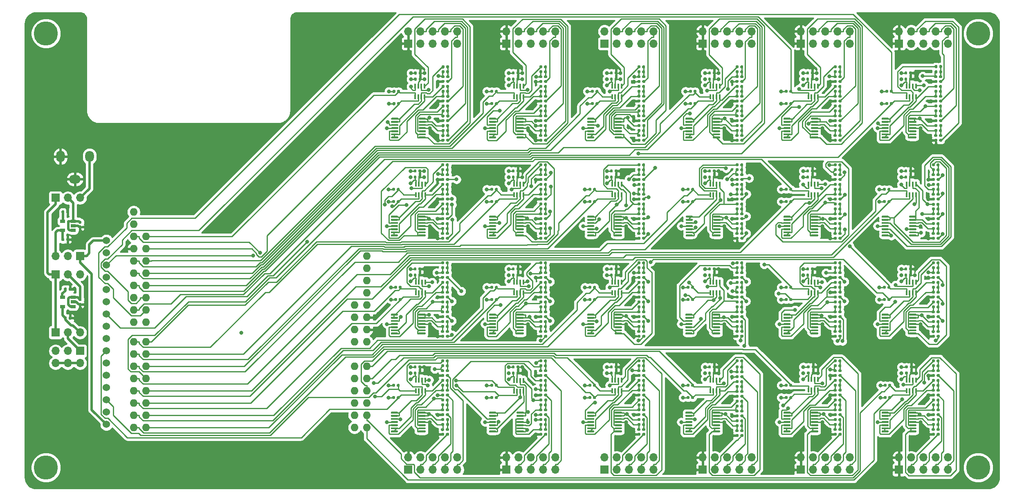
<source format=gbr>
G04 #@! TF.GenerationSoftware,KiCad,Pcbnew,5.1.6-c6e7f7d~86~ubuntu20.04.1*
G04 #@! TF.CreationDate,2020-05-31T10:56:46+02:00*
G04 #@! TF.ProjectId,HPPSI02,48505053-4930-4322-9e6b-696361645f70,rev?*
G04 #@! TF.SameCoordinates,Original*
G04 #@! TF.FileFunction,Copper,L1,Top*
G04 #@! TF.FilePolarity,Positive*
%FSLAX46Y46*%
G04 Gerber Fmt 4.6, Leading zero omitted, Abs format (unit mm)*
G04 Created by KiCad (PCBNEW 5.1.6-c6e7f7d~86~ubuntu20.04.1) date 2020-05-31 10:56:46*
%MOMM*%
%LPD*%
G01*
G04 APERTURE LIST*
G04 #@! TA.AperFunction,ComponentPad*
%ADD10C,5.000000*%
G04 #@! TD*
G04 #@! TA.AperFunction,ComponentPad*
%ADD11O,1.700000X1.700000*%
G04 #@! TD*
G04 #@! TA.AperFunction,ComponentPad*
%ADD12R,1.700000X1.700000*%
G04 #@! TD*
G04 #@! TA.AperFunction,SMDPad,CuDef*
%ADD13R,0.400000X1.060000*%
G04 #@! TD*
G04 #@! TA.AperFunction,SMDPad,CuDef*
%ADD14R,1.060000X0.650000*%
G04 #@! TD*
G04 #@! TA.AperFunction,ComponentPad*
%ADD15O,2.400000X1.800000*%
G04 #@! TD*
G04 #@! TA.AperFunction,ComponentPad*
%ADD16O,1.800000X2.300000*%
G04 #@! TD*
G04 #@! TA.AperFunction,ComponentPad*
%ADD17O,1.800000X2.400000*%
G04 #@! TD*
G04 #@! TA.AperFunction,ComponentPad*
%ADD18C,1.524000*%
G04 #@! TD*
G04 #@! TA.AperFunction,ComponentPad*
%ADD19O,1.600000X1.600000*%
G04 #@! TD*
G04 #@! TA.AperFunction,ViaPad*
%ADD20C,0.800000*%
G04 #@! TD*
G04 #@! TA.AperFunction,Conductor*
%ADD21C,0.250000*%
G04 #@! TD*
G04 #@! TA.AperFunction,Conductor*
%ADD22C,0.500000*%
G04 #@! TD*
G04 #@! TA.AperFunction,Conductor*
%ADD23C,0.254000*%
G04 #@! TD*
G04 APERTURE END LIST*
D10*
X245000000Y-125000000D03*
X245000000Y-35000000D03*
X52000000Y-125000000D03*
X52000000Y-35000000D03*
G04 #@! TA.AperFunction,SMDPad,CuDef*
G36*
G01*
X56190000Y-77896500D02*
X56190000Y-77551500D01*
G75*
G02*
X56337500Y-77404000I147500J0D01*
G01*
X56632500Y-77404000D01*
G75*
G02*
X56780000Y-77551500I0J-147500D01*
G01*
X56780000Y-77896500D01*
G75*
G02*
X56632500Y-78044000I-147500J0D01*
G01*
X56337500Y-78044000D01*
G75*
G02*
X56190000Y-77896500I0J147500D01*
G01*
G37*
G04 #@! TD.AperFunction*
G04 #@! TA.AperFunction,SMDPad,CuDef*
G36*
G01*
X55220000Y-77896500D02*
X55220000Y-77551500D01*
G75*
G02*
X55367500Y-77404000I147500J0D01*
G01*
X55662500Y-77404000D01*
G75*
G02*
X55810000Y-77551500I0J-147500D01*
G01*
X55810000Y-77896500D01*
G75*
G02*
X55662500Y-78044000I-147500J0D01*
G01*
X55367500Y-78044000D01*
G75*
G02*
X55220000Y-77896500I0J147500D01*
G01*
G37*
G04 #@! TD.AperFunction*
G04 #@! TA.AperFunction,SMDPad,CuDef*
G36*
G01*
X56190000Y-72172500D02*
X56190000Y-71827500D01*
G75*
G02*
X56337500Y-71680000I147500J0D01*
G01*
X56632500Y-71680000D01*
G75*
G02*
X56780000Y-71827500I0J-147500D01*
G01*
X56780000Y-72172500D01*
G75*
G02*
X56632500Y-72320000I-147500J0D01*
G01*
X56337500Y-72320000D01*
G75*
G02*
X56190000Y-72172500I0J147500D01*
G01*
G37*
G04 #@! TD.AperFunction*
G04 #@! TA.AperFunction,SMDPad,CuDef*
G36*
G01*
X55220000Y-72172500D02*
X55220000Y-71827500D01*
G75*
G02*
X55367500Y-71680000I147500J0D01*
G01*
X55662500Y-71680000D01*
G75*
G02*
X55810000Y-71827500I0J-147500D01*
G01*
X55810000Y-72172500D01*
G75*
G02*
X55662500Y-72320000I-147500J0D01*
G01*
X55367500Y-72320000D01*
G75*
G02*
X55220000Y-72172500I0J147500D01*
G01*
G37*
G04 #@! TD.AperFunction*
G04 #@! TA.AperFunction,SMDPad,CuDef*
G36*
G01*
X56675000Y-94172500D02*
X56675000Y-93827500D01*
G75*
G02*
X56822500Y-93680000I147500J0D01*
G01*
X57117500Y-93680000D01*
G75*
G02*
X57265000Y-93827500I0J-147500D01*
G01*
X57265000Y-94172500D01*
G75*
G02*
X57117500Y-94320000I-147500J0D01*
G01*
X56822500Y-94320000D01*
G75*
G02*
X56675000Y-94172500I0J147500D01*
G01*
G37*
G04 #@! TD.AperFunction*
G04 #@! TA.AperFunction,SMDPad,CuDef*
G36*
G01*
X55705000Y-94172500D02*
X55705000Y-93827500D01*
G75*
G02*
X55852500Y-93680000I147500J0D01*
G01*
X56147500Y-93680000D01*
G75*
G02*
X56295000Y-93827500I0J-147500D01*
G01*
X56295000Y-94172500D01*
G75*
G02*
X56147500Y-94320000I-147500J0D01*
G01*
X55852500Y-94320000D01*
G75*
G02*
X55705000Y-94172500I0J147500D01*
G01*
G37*
G04 #@! TD.AperFunction*
G04 #@! TA.AperFunction,SMDPad,CuDef*
G36*
G01*
X56675000Y-88172500D02*
X56675000Y-87827500D01*
G75*
G02*
X56822500Y-87680000I147500J0D01*
G01*
X57117500Y-87680000D01*
G75*
G02*
X57265000Y-87827500I0J-147500D01*
G01*
X57265000Y-88172500D01*
G75*
G02*
X57117500Y-88320000I-147500J0D01*
G01*
X56822500Y-88320000D01*
G75*
G02*
X56675000Y-88172500I0J147500D01*
G01*
G37*
G04 #@! TD.AperFunction*
G04 #@! TA.AperFunction,SMDPad,CuDef*
G36*
G01*
X55705000Y-88172500D02*
X55705000Y-87827500D01*
G75*
G02*
X55852500Y-87680000I147500J0D01*
G01*
X56147500Y-87680000D01*
G75*
G02*
X56295000Y-87827500I0J-147500D01*
G01*
X56295000Y-88172500D01*
G75*
G02*
X56147500Y-88320000I-147500J0D01*
G01*
X55852500Y-88320000D01*
G75*
G02*
X55705000Y-88172500I0J147500D01*
G01*
G37*
G04 #@! TD.AperFunction*
G04 #@! TA.AperFunction,SMDPad,CuDef*
G36*
G01*
X58882500Y-74830000D02*
X59227500Y-74830000D01*
G75*
G02*
X59375000Y-74977500I0J-147500D01*
G01*
X59375000Y-75272500D01*
G75*
G02*
X59227500Y-75420000I-147500J0D01*
G01*
X58882500Y-75420000D01*
G75*
G02*
X58735000Y-75272500I0J147500D01*
G01*
X58735000Y-74977500D01*
G75*
G02*
X58882500Y-74830000I147500J0D01*
G01*
G37*
G04 #@! TD.AperFunction*
G04 #@! TA.AperFunction,SMDPad,CuDef*
G36*
G01*
X58882500Y-73860000D02*
X59227500Y-73860000D01*
G75*
G02*
X59375000Y-74007500I0J-147500D01*
G01*
X59375000Y-74302500D01*
G75*
G02*
X59227500Y-74450000I-147500J0D01*
G01*
X58882500Y-74450000D01*
G75*
G02*
X58735000Y-74302500I0J147500D01*
G01*
X58735000Y-74007500D01*
G75*
G02*
X58882500Y-73860000I147500J0D01*
G01*
G37*
G04 #@! TD.AperFunction*
D11*
X137160000Y-34560000D03*
X137160000Y-37100000D03*
X134620000Y-34560000D03*
X134620000Y-37100000D03*
X132080000Y-34560000D03*
X132080000Y-37100000D03*
X129540000Y-34560000D03*
X129540000Y-37100000D03*
X127000000Y-34560000D03*
D12*
X127000000Y-37100000D03*
D11*
X238760000Y-122920000D03*
X238760000Y-125460000D03*
X236220000Y-122920000D03*
X236220000Y-125460000D03*
X233680000Y-122920000D03*
X233680000Y-125460000D03*
X231140000Y-122920000D03*
X231140000Y-125460000D03*
X228600000Y-122920000D03*
D12*
X228600000Y-125460000D03*
D11*
X218440000Y-122920000D03*
X218440000Y-125460000D03*
X215900000Y-122920000D03*
X215900000Y-125460000D03*
X213360000Y-122920000D03*
X213360000Y-125460000D03*
X210820000Y-122920000D03*
X210820000Y-125460000D03*
X208280000Y-122920000D03*
D12*
X208280000Y-125460000D03*
D11*
X198120000Y-122920000D03*
X198120000Y-125460000D03*
X195580000Y-122920000D03*
X195580000Y-125460000D03*
X193040000Y-122920000D03*
X193040000Y-125460000D03*
X190500000Y-122920000D03*
X190500000Y-125460000D03*
X187960000Y-122920000D03*
D12*
X187960000Y-125460000D03*
D11*
X177800000Y-122920000D03*
X177800000Y-125460000D03*
X175260000Y-122920000D03*
X175260000Y-125460000D03*
X172720000Y-122920000D03*
X172720000Y-125460000D03*
X170180000Y-122920000D03*
X170180000Y-125460000D03*
X167640000Y-122920000D03*
D12*
X167640000Y-125460000D03*
D11*
X157480000Y-122920000D03*
X157480000Y-125460000D03*
X154940000Y-122920000D03*
X154940000Y-125460000D03*
X152400000Y-122920000D03*
X152400000Y-125460000D03*
X149860000Y-122920000D03*
X149860000Y-125460000D03*
X147320000Y-122920000D03*
D12*
X147320000Y-125460000D03*
D11*
X137160000Y-122920000D03*
X137160000Y-125460000D03*
X134620000Y-122920000D03*
X134620000Y-125460000D03*
X132080000Y-122920000D03*
X132080000Y-125460000D03*
X129540000Y-122920000D03*
X129540000Y-125460000D03*
X127000000Y-122920000D03*
D12*
X127000000Y-125460000D03*
D11*
X238760000Y-34560000D03*
X238760000Y-37100000D03*
X236220000Y-34560000D03*
X236220000Y-37100000D03*
X233680000Y-34560000D03*
X233680000Y-37100000D03*
X231140000Y-34560000D03*
X231140000Y-37100000D03*
X228600000Y-34560000D03*
D12*
X228600000Y-37100000D03*
D11*
X218440000Y-34560000D03*
X218440000Y-37100000D03*
X215900000Y-34560000D03*
X215900000Y-37100000D03*
X213360000Y-34560000D03*
X213360000Y-37100000D03*
X210820000Y-34560000D03*
X210820000Y-37100000D03*
X208280000Y-34560000D03*
D12*
X208280000Y-37100000D03*
D11*
X198120000Y-34560000D03*
X198120000Y-37100000D03*
X195580000Y-34560000D03*
X195580000Y-37100000D03*
X193040000Y-34560000D03*
X193040000Y-37100000D03*
X190500000Y-34560000D03*
X190500000Y-37100000D03*
X187960000Y-34560000D03*
D12*
X187960000Y-37100000D03*
D11*
X177800000Y-34560000D03*
X177800000Y-37100000D03*
X175260000Y-34560000D03*
X175260000Y-37100000D03*
X172720000Y-34560000D03*
X172720000Y-37100000D03*
X170180000Y-34560000D03*
X170180000Y-37100000D03*
X167640000Y-34560000D03*
D12*
X167640000Y-37100000D03*
D11*
X157480000Y-34560000D03*
X157480000Y-37100000D03*
X154940000Y-34560000D03*
X154940000Y-37100000D03*
X152400000Y-34560000D03*
X152400000Y-37100000D03*
X149860000Y-34560000D03*
X149860000Y-37100000D03*
X147320000Y-34560000D03*
D12*
X147320000Y-37100000D03*
D11*
X59055000Y-84950000D03*
X56515000Y-84950000D03*
D12*
X53975000Y-84950000D03*
D11*
X53975000Y-81140000D03*
X56515000Y-81140000D03*
D12*
X59055000Y-81140000D03*
D11*
X59055000Y-97015000D03*
X56515000Y-97015000D03*
D12*
X53975000Y-97015000D03*
D11*
X59055000Y-69075000D03*
X56515000Y-69075000D03*
D12*
X53975000Y-69075000D03*
G04 #@! TA.AperFunction,SMDPad,CuDef*
G36*
G01*
X129159000Y-43362500D02*
X129159000Y-43017500D01*
G75*
G02*
X129306500Y-42870000I147500J0D01*
G01*
X129601500Y-42870000D01*
G75*
G02*
X129749000Y-43017500I0J-147500D01*
G01*
X129749000Y-43362500D01*
G75*
G02*
X129601500Y-43510000I-147500J0D01*
G01*
X129306500Y-43510000D01*
G75*
G02*
X129159000Y-43362500I0J147500D01*
G01*
G37*
G04 #@! TD.AperFunction*
G04 #@! TA.AperFunction,SMDPad,CuDef*
G36*
G01*
X128189000Y-43362500D02*
X128189000Y-43017500D01*
G75*
G02*
X128336500Y-42870000I147500J0D01*
G01*
X128631500Y-42870000D01*
G75*
G02*
X128779000Y-43017500I0J-147500D01*
G01*
X128779000Y-43362500D01*
G75*
G02*
X128631500Y-43510000I-147500J0D01*
G01*
X128336500Y-43510000D01*
G75*
G02*
X128189000Y-43362500I0J147500D01*
G01*
G37*
G04 #@! TD.AperFunction*
G04 #@! TA.AperFunction,SMDPad,CuDef*
G36*
G01*
X129159000Y-44632500D02*
X129159000Y-44287500D01*
G75*
G02*
X129306500Y-44140000I147500J0D01*
G01*
X129601500Y-44140000D01*
G75*
G02*
X129749000Y-44287500I0J-147500D01*
G01*
X129749000Y-44632500D01*
G75*
G02*
X129601500Y-44780000I-147500J0D01*
G01*
X129306500Y-44780000D01*
G75*
G02*
X129159000Y-44632500I0J147500D01*
G01*
G37*
G04 #@! TD.AperFunction*
G04 #@! TA.AperFunction,SMDPad,CuDef*
G36*
G01*
X128189000Y-44632500D02*
X128189000Y-44287500D01*
G75*
G02*
X128336500Y-44140000I147500J0D01*
G01*
X128631500Y-44140000D01*
G75*
G02*
X128779000Y-44287500I0J-147500D01*
G01*
X128779000Y-44632500D01*
G75*
G02*
X128631500Y-44780000I-147500J0D01*
G01*
X128336500Y-44780000D01*
G75*
G02*
X128189000Y-44632500I0J147500D01*
G01*
G37*
G04 #@! TD.AperFunction*
G04 #@! TA.AperFunction,SMDPad,CuDef*
G36*
G01*
X134003500Y-44627000D02*
X134348500Y-44627000D01*
G75*
G02*
X134496000Y-44774500I0J-147500D01*
G01*
X134496000Y-45069500D01*
G75*
G02*
X134348500Y-45217000I-147500J0D01*
G01*
X134003500Y-45217000D01*
G75*
G02*
X133856000Y-45069500I0J147500D01*
G01*
X133856000Y-44774500D01*
G75*
G02*
X134003500Y-44627000I147500J0D01*
G01*
G37*
G04 #@! TD.AperFunction*
G04 #@! TA.AperFunction,SMDPad,CuDef*
G36*
G01*
X134003500Y-43657000D02*
X134348500Y-43657000D01*
G75*
G02*
X134496000Y-43804500I0J-147500D01*
G01*
X134496000Y-44099500D01*
G75*
G02*
X134348500Y-44247000I-147500J0D01*
G01*
X134003500Y-44247000D01*
G75*
G02*
X133856000Y-44099500I0J147500D01*
G01*
X133856000Y-43804500D01*
G75*
G02*
X134003500Y-43657000I147500J0D01*
G01*
G37*
G04 #@! TD.AperFunction*
G04 #@! TA.AperFunction,SMDPad,CuDef*
G36*
G01*
X134003500Y-48691000D02*
X134348500Y-48691000D01*
G75*
G02*
X134496000Y-48838500I0J-147500D01*
G01*
X134496000Y-49133500D01*
G75*
G02*
X134348500Y-49281000I-147500J0D01*
G01*
X134003500Y-49281000D01*
G75*
G02*
X133856000Y-49133500I0J147500D01*
G01*
X133856000Y-48838500D01*
G75*
G02*
X134003500Y-48691000I147500J0D01*
G01*
G37*
G04 #@! TD.AperFunction*
G04 #@! TA.AperFunction,SMDPad,CuDef*
G36*
G01*
X134003500Y-47721000D02*
X134348500Y-47721000D01*
G75*
G02*
X134496000Y-47868500I0J-147500D01*
G01*
X134496000Y-48163500D01*
G75*
G02*
X134348500Y-48311000I-147500J0D01*
G01*
X134003500Y-48311000D01*
G75*
G02*
X133856000Y-48163500I0J147500D01*
G01*
X133856000Y-47868500D01*
G75*
G02*
X134003500Y-47721000I147500J0D01*
G01*
G37*
G04 #@! TD.AperFunction*
G04 #@! TA.AperFunction,SMDPad,CuDef*
G36*
G01*
X134003500Y-52778000D02*
X134348500Y-52778000D01*
G75*
G02*
X134496000Y-52925500I0J-147500D01*
G01*
X134496000Y-53220500D01*
G75*
G02*
X134348500Y-53368000I-147500J0D01*
G01*
X134003500Y-53368000D01*
G75*
G02*
X133856000Y-53220500I0J147500D01*
G01*
X133856000Y-52925500D01*
G75*
G02*
X134003500Y-52778000I147500J0D01*
G01*
G37*
G04 #@! TD.AperFunction*
G04 #@! TA.AperFunction,SMDPad,CuDef*
G36*
G01*
X134003500Y-51808000D02*
X134348500Y-51808000D01*
G75*
G02*
X134496000Y-51955500I0J-147500D01*
G01*
X134496000Y-52250500D01*
G75*
G02*
X134348500Y-52398000I-147500J0D01*
G01*
X134003500Y-52398000D01*
G75*
G02*
X133856000Y-52250500I0J147500D01*
G01*
X133856000Y-51955500D01*
G75*
G02*
X134003500Y-51808000I147500J0D01*
G01*
G37*
G04 #@! TD.AperFunction*
G04 #@! TA.AperFunction,SMDPad,CuDef*
G36*
G01*
X134003500Y-56842000D02*
X134348500Y-56842000D01*
G75*
G02*
X134496000Y-56989500I0J-147500D01*
G01*
X134496000Y-57284500D01*
G75*
G02*
X134348500Y-57432000I-147500J0D01*
G01*
X134003500Y-57432000D01*
G75*
G02*
X133856000Y-57284500I0J147500D01*
G01*
X133856000Y-56989500D01*
G75*
G02*
X134003500Y-56842000I147500J0D01*
G01*
G37*
G04 #@! TD.AperFunction*
G04 #@! TA.AperFunction,SMDPad,CuDef*
G36*
G01*
X134003500Y-55872000D02*
X134348500Y-55872000D01*
G75*
G02*
X134496000Y-56019500I0J-147500D01*
G01*
X134496000Y-56314500D01*
G75*
G02*
X134348500Y-56462000I-147500J0D01*
G01*
X134003500Y-56462000D01*
G75*
G02*
X133856000Y-56314500I0J147500D01*
G01*
X133856000Y-56019500D01*
G75*
G02*
X134003500Y-55872000I147500J0D01*
G01*
G37*
G04 #@! TD.AperFunction*
G04 #@! TA.AperFunction,SMDPad,CuDef*
G36*
G01*
X134874000Y-42092500D02*
X134874000Y-41747500D01*
G75*
G02*
X135021500Y-41600000I147500J0D01*
G01*
X135316500Y-41600000D01*
G75*
G02*
X135464000Y-41747500I0J-147500D01*
G01*
X135464000Y-42092500D01*
G75*
G02*
X135316500Y-42240000I-147500J0D01*
G01*
X135021500Y-42240000D01*
G75*
G02*
X134874000Y-42092500I0J147500D01*
G01*
G37*
G04 #@! TD.AperFunction*
G04 #@! TA.AperFunction,SMDPad,CuDef*
G36*
G01*
X133904000Y-42092500D02*
X133904000Y-41747500D01*
G75*
G02*
X134051500Y-41600000I147500J0D01*
G01*
X134346500Y-41600000D01*
G75*
G02*
X134494000Y-41747500I0J-147500D01*
G01*
X134494000Y-42092500D01*
G75*
G02*
X134346500Y-42240000I-147500J0D01*
G01*
X134051500Y-42240000D01*
G75*
G02*
X133904000Y-42092500I0J147500D01*
G01*
G37*
G04 #@! TD.AperFunction*
G04 #@! TA.AperFunction,SMDPad,CuDef*
G36*
G01*
X134874000Y-46156500D02*
X134874000Y-45811500D01*
G75*
G02*
X135021500Y-45664000I147500J0D01*
G01*
X135316500Y-45664000D01*
G75*
G02*
X135464000Y-45811500I0J-147500D01*
G01*
X135464000Y-46156500D01*
G75*
G02*
X135316500Y-46304000I-147500J0D01*
G01*
X135021500Y-46304000D01*
G75*
G02*
X134874000Y-46156500I0J147500D01*
G01*
G37*
G04 #@! TD.AperFunction*
G04 #@! TA.AperFunction,SMDPad,CuDef*
G36*
G01*
X133904000Y-46156500D02*
X133904000Y-45811500D01*
G75*
G02*
X134051500Y-45664000I147500J0D01*
G01*
X134346500Y-45664000D01*
G75*
G02*
X134494000Y-45811500I0J-147500D01*
G01*
X134494000Y-46156500D01*
G75*
G02*
X134346500Y-46304000I-147500J0D01*
G01*
X134051500Y-46304000D01*
G75*
G02*
X133904000Y-46156500I0J147500D01*
G01*
G37*
G04 #@! TD.AperFunction*
G04 #@! TA.AperFunction,SMDPad,CuDef*
G36*
G01*
X134874000Y-50220500D02*
X134874000Y-49875500D01*
G75*
G02*
X135021500Y-49728000I147500J0D01*
G01*
X135316500Y-49728000D01*
G75*
G02*
X135464000Y-49875500I0J-147500D01*
G01*
X135464000Y-50220500D01*
G75*
G02*
X135316500Y-50368000I-147500J0D01*
G01*
X135021500Y-50368000D01*
G75*
G02*
X134874000Y-50220500I0J147500D01*
G01*
G37*
G04 #@! TD.AperFunction*
G04 #@! TA.AperFunction,SMDPad,CuDef*
G36*
G01*
X133904000Y-50220500D02*
X133904000Y-49875500D01*
G75*
G02*
X134051500Y-49728000I147500J0D01*
G01*
X134346500Y-49728000D01*
G75*
G02*
X134494000Y-49875500I0J-147500D01*
G01*
X134494000Y-50220500D01*
G75*
G02*
X134346500Y-50368000I-147500J0D01*
G01*
X134051500Y-50368000D01*
G75*
G02*
X133904000Y-50220500I0J147500D01*
G01*
G37*
G04 #@! TD.AperFunction*
G04 #@! TA.AperFunction,SMDPad,CuDef*
G36*
G01*
X134874000Y-54284500D02*
X134874000Y-53939500D01*
G75*
G02*
X135021500Y-53792000I147500J0D01*
G01*
X135316500Y-53792000D01*
G75*
G02*
X135464000Y-53939500I0J-147500D01*
G01*
X135464000Y-54284500D01*
G75*
G02*
X135316500Y-54432000I-147500J0D01*
G01*
X135021500Y-54432000D01*
G75*
G02*
X134874000Y-54284500I0J147500D01*
G01*
G37*
G04 #@! TD.AperFunction*
G04 #@! TA.AperFunction,SMDPad,CuDef*
G36*
G01*
X133904000Y-54284500D02*
X133904000Y-53939500D01*
G75*
G02*
X134051500Y-53792000I147500J0D01*
G01*
X134346500Y-53792000D01*
G75*
G02*
X134494000Y-53939500I0J-147500D01*
G01*
X134494000Y-54284500D01*
G75*
G02*
X134346500Y-54432000I-147500J0D01*
G01*
X134051500Y-54432000D01*
G75*
G02*
X133904000Y-54284500I0J147500D01*
G01*
G37*
G04 #@! TD.AperFunction*
G04 #@! TA.AperFunction,SMDPad,CuDef*
G36*
G01*
X149415000Y-43352500D02*
X149415000Y-43007500D01*
G75*
G02*
X149562500Y-42860000I147500J0D01*
G01*
X149857500Y-42860000D01*
G75*
G02*
X150005000Y-43007500I0J-147500D01*
G01*
X150005000Y-43352500D01*
G75*
G02*
X149857500Y-43500000I-147500J0D01*
G01*
X149562500Y-43500000D01*
G75*
G02*
X149415000Y-43352500I0J147500D01*
G01*
G37*
G04 #@! TD.AperFunction*
G04 #@! TA.AperFunction,SMDPad,CuDef*
G36*
G01*
X148445000Y-43352500D02*
X148445000Y-43007500D01*
G75*
G02*
X148592500Y-42860000I147500J0D01*
G01*
X148887500Y-42860000D01*
G75*
G02*
X149035000Y-43007500I0J-147500D01*
G01*
X149035000Y-43352500D01*
G75*
G02*
X148887500Y-43500000I-147500J0D01*
G01*
X148592500Y-43500000D01*
G75*
G02*
X148445000Y-43352500I0J147500D01*
G01*
G37*
G04 #@! TD.AperFunction*
G04 #@! TA.AperFunction,SMDPad,CuDef*
G36*
G01*
X149415000Y-44622500D02*
X149415000Y-44277500D01*
G75*
G02*
X149562500Y-44130000I147500J0D01*
G01*
X149857500Y-44130000D01*
G75*
G02*
X150005000Y-44277500I0J-147500D01*
G01*
X150005000Y-44622500D01*
G75*
G02*
X149857500Y-44770000I-147500J0D01*
G01*
X149562500Y-44770000D01*
G75*
G02*
X149415000Y-44622500I0J147500D01*
G01*
G37*
G04 #@! TD.AperFunction*
G04 #@! TA.AperFunction,SMDPad,CuDef*
G36*
G01*
X148445000Y-44622500D02*
X148445000Y-44277500D01*
G75*
G02*
X148592500Y-44130000I147500J0D01*
G01*
X148887500Y-44130000D01*
G75*
G02*
X149035000Y-44277500I0J-147500D01*
G01*
X149035000Y-44622500D01*
G75*
G02*
X148887500Y-44770000I-147500J0D01*
G01*
X148592500Y-44770000D01*
G75*
G02*
X148445000Y-44622500I0J147500D01*
G01*
G37*
G04 #@! TD.AperFunction*
G04 #@! TA.AperFunction,SMDPad,CuDef*
G36*
G01*
X154259500Y-44640000D02*
X154604500Y-44640000D01*
G75*
G02*
X154752000Y-44787500I0J-147500D01*
G01*
X154752000Y-45082500D01*
G75*
G02*
X154604500Y-45230000I-147500J0D01*
G01*
X154259500Y-45230000D01*
G75*
G02*
X154112000Y-45082500I0J147500D01*
G01*
X154112000Y-44787500D01*
G75*
G02*
X154259500Y-44640000I147500J0D01*
G01*
G37*
G04 #@! TD.AperFunction*
G04 #@! TA.AperFunction,SMDPad,CuDef*
G36*
G01*
X154259500Y-43670000D02*
X154604500Y-43670000D01*
G75*
G02*
X154752000Y-43817500I0J-147500D01*
G01*
X154752000Y-44112500D01*
G75*
G02*
X154604500Y-44260000I-147500J0D01*
G01*
X154259500Y-44260000D01*
G75*
G02*
X154112000Y-44112500I0J147500D01*
G01*
X154112000Y-43817500D01*
G75*
G02*
X154259500Y-43670000I147500J0D01*
G01*
G37*
G04 #@! TD.AperFunction*
G04 #@! TA.AperFunction,SMDPad,CuDef*
G36*
G01*
X154259500Y-48704000D02*
X154604500Y-48704000D01*
G75*
G02*
X154752000Y-48851500I0J-147500D01*
G01*
X154752000Y-49146500D01*
G75*
G02*
X154604500Y-49294000I-147500J0D01*
G01*
X154259500Y-49294000D01*
G75*
G02*
X154112000Y-49146500I0J147500D01*
G01*
X154112000Y-48851500D01*
G75*
G02*
X154259500Y-48704000I147500J0D01*
G01*
G37*
G04 #@! TD.AperFunction*
G04 #@! TA.AperFunction,SMDPad,CuDef*
G36*
G01*
X154259500Y-47734000D02*
X154604500Y-47734000D01*
G75*
G02*
X154752000Y-47881500I0J-147500D01*
G01*
X154752000Y-48176500D01*
G75*
G02*
X154604500Y-48324000I-147500J0D01*
G01*
X154259500Y-48324000D01*
G75*
G02*
X154112000Y-48176500I0J147500D01*
G01*
X154112000Y-47881500D01*
G75*
G02*
X154259500Y-47734000I147500J0D01*
G01*
G37*
G04 #@! TD.AperFunction*
G04 #@! TA.AperFunction,SMDPad,CuDef*
G36*
G01*
X154259500Y-52768000D02*
X154604500Y-52768000D01*
G75*
G02*
X154752000Y-52915500I0J-147500D01*
G01*
X154752000Y-53210500D01*
G75*
G02*
X154604500Y-53358000I-147500J0D01*
G01*
X154259500Y-53358000D01*
G75*
G02*
X154112000Y-53210500I0J147500D01*
G01*
X154112000Y-52915500D01*
G75*
G02*
X154259500Y-52768000I147500J0D01*
G01*
G37*
G04 #@! TD.AperFunction*
G04 #@! TA.AperFunction,SMDPad,CuDef*
G36*
G01*
X154259500Y-51798000D02*
X154604500Y-51798000D01*
G75*
G02*
X154752000Y-51945500I0J-147500D01*
G01*
X154752000Y-52240500D01*
G75*
G02*
X154604500Y-52388000I-147500J0D01*
G01*
X154259500Y-52388000D01*
G75*
G02*
X154112000Y-52240500I0J147500D01*
G01*
X154112000Y-51945500D01*
G75*
G02*
X154259500Y-51798000I147500J0D01*
G01*
G37*
G04 #@! TD.AperFunction*
G04 #@! TA.AperFunction,SMDPad,CuDef*
G36*
G01*
X154259500Y-56832000D02*
X154604500Y-56832000D01*
G75*
G02*
X154752000Y-56979500I0J-147500D01*
G01*
X154752000Y-57274500D01*
G75*
G02*
X154604500Y-57422000I-147500J0D01*
G01*
X154259500Y-57422000D01*
G75*
G02*
X154112000Y-57274500I0J147500D01*
G01*
X154112000Y-56979500D01*
G75*
G02*
X154259500Y-56832000I147500J0D01*
G01*
G37*
G04 #@! TD.AperFunction*
G04 #@! TA.AperFunction,SMDPad,CuDef*
G36*
G01*
X154259500Y-55862000D02*
X154604500Y-55862000D01*
G75*
G02*
X154752000Y-56009500I0J-147500D01*
G01*
X154752000Y-56304500D01*
G75*
G02*
X154604500Y-56452000I-147500J0D01*
G01*
X154259500Y-56452000D01*
G75*
G02*
X154112000Y-56304500I0J147500D01*
G01*
X154112000Y-56009500D01*
G75*
G02*
X154259500Y-55862000I147500J0D01*
G01*
G37*
G04 #@! TD.AperFunction*
G04 #@! TA.AperFunction,SMDPad,CuDef*
G36*
G01*
X155130000Y-42082500D02*
X155130000Y-41737500D01*
G75*
G02*
X155277500Y-41590000I147500J0D01*
G01*
X155572500Y-41590000D01*
G75*
G02*
X155720000Y-41737500I0J-147500D01*
G01*
X155720000Y-42082500D01*
G75*
G02*
X155572500Y-42230000I-147500J0D01*
G01*
X155277500Y-42230000D01*
G75*
G02*
X155130000Y-42082500I0J147500D01*
G01*
G37*
G04 #@! TD.AperFunction*
G04 #@! TA.AperFunction,SMDPad,CuDef*
G36*
G01*
X154160000Y-42082500D02*
X154160000Y-41737500D01*
G75*
G02*
X154307500Y-41590000I147500J0D01*
G01*
X154602500Y-41590000D01*
G75*
G02*
X154750000Y-41737500I0J-147500D01*
G01*
X154750000Y-42082500D01*
G75*
G02*
X154602500Y-42230000I-147500J0D01*
G01*
X154307500Y-42230000D01*
G75*
G02*
X154160000Y-42082500I0J147500D01*
G01*
G37*
G04 #@! TD.AperFunction*
G04 #@! TA.AperFunction,SMDPad,CuDef*
G36*
G01*
X155130000Y-46146500D02*
X155130000Y-45801500D01*
G75*
G02*
X155277500Y-45654000I147500J0D01*
G01*
X155572500Y-45654000D01*
G75*
G02*
X155720000Y-45801500I0J-147500D01*
G01*
X155720000Y-46146500D01*
G75*
G02*
X155572500Y-46294000I-147500J0D01*
G01*
X155277500Y-46294000D01*
G75*
G02*
X155130000Y-46146500I0J147500D01*
G01*
G37*
G04 #@! TD.AperFunction*
G04 #@! TA.AperFunction,SMDPad,CuDef*
G36*
G01*
X154160000Y-46146500D02*
X154160000Y-45801500D01*
G75*
G02*
X154307500Y-45654000I147500J0D01*
G01*
X154602500Y-45654000D01*
G75*
G02*
X154750000Y-45801500I0J-147500D01*
G01*
X154750000Y-46146500D01*
G75*
G02*
X154602500Y-46294000I-147500J0D01*
G01*
X154307500Y-46294000D01*
G75*
G02*
X154160000Y-46146500I0J147500D01*
G01*
G37*
G04 #@! TD.AperFunction*
G04 #@! TA.AperFunction,SMDPad,CuDef*
G36*
G01*
X155130000Y-50210500D02*
X155130000Y-49865500D01*
G75*
G02*
X155277500Y-49718000I147500J0D01*
G01*
X155572500Y-49718000D01*
G75*
G02*
X155720000Y-49865500I0J-147500D01*
G01*
X155720000Y-50210500D01*
G75*
G02*
X155572500Y-50358000I-147500J0D01*
G01*
X155277500Y-50358000D01*
G75*
G02*
X155130000Y-50210500I0J147500D01*
G01*
G37*
G04 #@! TD.AperFunction*
G04 #@! TA.AperFunction,SMDPad,CuDef*
G36*
G01*
X154160000Y-50210500D02*
X154160000Y-49865500D01*
G75*
G02*
X154307500Y-49718000I147500J0D01*
G01*
X154602500Y-49718000D01*
G75*
G02*
X154750000Y-49865500I0J-147500D01*
G01*
X154750000Y-50210500D01*
G75*
G02*
X154602500Y-50358000I-147500J0D01*
G01*
X154307500Y-50358000D01*
G75*
G02*
X154160000Y-50210500I0J147500D01*
G01*
G37*
G04 #@! TD.AperFunction*
G04 #@! TA.AperFunction,SMDPad,CuDef*
G36*
G01*
X155130000Y-54274500D02*
X155130000Y-53929500D01*
G75*
G02*
X155277500Y-53782000I147500J0D01*
G01*
X155572500Y-53782000D01*
G75*
G02*
X155720000Y-53929500I0J-147500D01*
G01*
X155720000Y-54274500D01*
G75*
G02*
X155572500Y-54422000I-147500J0D01*
G01*
X155277500Y-54422000D01*
G75*
G02*
X155130000Y-54274500I0J147500D01*
G01*
G37*
G04 #@! TD.AperFunction*
G04 #@! TA.AperFunction,SMDPad,CuDef*
G36*
G01*
X154160000Y-54274500D02*
X154160000Y-53929500D01*
G75*
G02*
X154307500Y-53782000I147500J0D01*
G01*
X154602500Y-53782000D01*
G75*
G02*
X154750000Y-53929500I0J-147500D01*
G01*
X154750000Y-54274500D01*
G75*
G02*
X154602500Y-54422000I-147500J0D01*
G01*
X154307500Y-54422000D01*
G75*
G02*
X154160000Y-54274500I0J147500D01*
G01*
G37*
G04 #@! TD.AperFunction*
G04 #@! TA.AperFunction,SMDPad,CuDef*
G36*
G01*
X169735000Y-43352500D02*
X169735000Y-43007500D01*
G75*
G02*
X169882500Y-42860000I147500J0D01*
G01*
X170177500Y-42860000D01*
G75*
G02*
X170325000Y-43007500I0J-147500D01*
G01*
X170325000Y-43352500D01*
G75*
G02*
X170177500Y-43500000I-147500J0D01*
G01*
X169882500Y-43500000D01*
G75*
G02*
X169735000Y-43352500I0J147500D01*
G01*
G37*
G04 #@! TD.AperFunction*
G04 #@! TA.AperFunction,SMDPad,CuDef*
G36*
G01*
X168765000Y-43352500D02*
X168765000Y-43007500D01*
G75*
G02*
X168912500Y-42860000I147500J0D01*
G01*
X169207500Y-42860000D01*
G75*
G02*
X169355000Y-43007500I0J-147500D01*
G01*
X169355000Y-43352500D01*
G75*
G02*
X169207500Y-43500000I-147500J0D01*
G01*
X168912500Y-43500000D01*
G75*
G02*
X168765000Y-43352500I0J147500D01*
G01*
G37*
G04 #@! TD.AperFunction*
G04 #@! TA.AperFunction,SMDPad,CuDef*
G36*
G01*
X169735000Y-44622500D02*
X169735000Y-44277500D01*
G75*
G02*
X169882500Y-44130000I147500J0D01*
G01*
X170177500Y-44130000D01*
G75*
G02*
X170325000Y-44277500I0J-147500D01*
G01*
X170325000Y-44622500D01*
G75*
G02*
X170177500Y-44770000I-147500J0D01*
G01*
X169882500Y-44770000D01*
G75*
G02*
X169735000Y-44622500I0J147500D01*
G01*
G37*
G04 #@! TD.AperFunction*
G04 #@! TA.AperFunction,SMDPad,CuDef*
G36*
G01*
X168765000Y-44622500D02*
X168765000Y-44277500D01*
G75*
G02*
X168912500Y-44130000I147500J0D01*
G01*
X169207500Y-44130000D01*
G75*
G02*
X169355000Y-44277500I0J-147500D01*
G01*
X169355000Y-44622500D01*
G75*
G02*
X169207500Y-44770000I-147500J0D01*
G01*
X168912500Y-44770000D01*
G75*
G02*
X168765000Y-44622500I0J147500D01*
G01*
G37*
G04 #@! TD.AperFunction*
G04 #@! TA.AperFunction,SMDPad,CuDef*
G36*
G01*
X174579500Y-44640000D02*
X174924500Y-44640000D01*
G75*
G02*
X175072000Y-44787500I0J-147500D01*
G01*
X175072000Y-45082500D01*
G75*
G02*
X174924500Y-45230000I-147500J0D01*
G01*
X174579500Y-45230000D01*
G75*
G02*
X174432000Y-45082500I0J147500D01*
G01*
X174432000Y-44787500D01*
G75*
G02*
X174579500Y-44640000I147500J0D01*
G01*
G37*
G04 #@! TD.AperFunction*
G04 #@! TA.AperFunction,SMDPad,CuDef*
G36*
G01*
X174579500Y-43670000D02*
X174924500Y-43670000D01*
G75*
G02*
X175072000Y-43817500I0J-147500D01*
G01*
X175072000Y-44112500D01*
G75*
G02*
X174924500Y-44260000I-147500J0D01*
G01*
X174579500Y-44260000D01*
G75*
G02*
X174432000Y-44112500I0J147500D01*
G01*
X174432000Y-43817500D01*
G75*
G02*
X174579500Y-43670000I147500J0D01*
G01*
G37*
G04 #@! TD.AperFunction*
G04 #@! TA.AperFunction,SMDPad,CuDef*
G36*
G01*
X174579500Y-48681000D02*
X174924500Y-48681000D01*
G75*
G02*
X175072000Y-48828500I0J-147500D01*
G01*
X175072000Y-49123500D01*
G75*
G02*
X174924500Y-49271000I-147500J0D01*
G01*
X174579500Y-49271000D01*
G75*
G02*
X174432000Y-49123500I0J147500D01*
G01*
X174432000Y-48828500D01*
G75*
G02*
X174579500Y-48681000I147500J0D01*
G01*
G37*
G04 #@! TD.AperFunction*
G04 #@! TA.AperFunction,SMDPad,CuDef*
G36*
G01*
X174579500Y-47711000D02*
X174924500Y-47711000D01*
G75*
G02*
X175072000Y-47858500I0J-147500D01*
G01*
X175072000Y-48153500D01*
G75*
G02*
X174924500Y-48301000I-147500J0D01*
G01*
X174579500Y-48301000D01*
G75*
G02*
X174432000Y-48153500I0J147500D01*
G01*
X174432000Y-47858500D01*
G75*
G02*
X174579500Y-47711000I147500J0D01*
G01*
G37*
G04 #@! TD.AperFunction*
G04 #@! TA.AperFunction,SMDPad,CuDef*
G36*
G01*
X174579500Y-52768000D02*
X174924500Y-52768000D01*
G75*
G02*
X175072000Y-52915500I0J-147500D01*
G01*
X175072000Y-53210500D01*
G75*
G02*
X174924500Y-53358000I-147500J0D01*
G01*
X174579500Y-53358000D01*
G75*
G02*
X174432000Y-53210500I0J147500D01*
G01*
X174432000Y-52915500D01*
G75*
G02*
X174579500Y-52768000I147500J0D01*
G01*
G37*
G04 #@! TD.AperFunction*
G04 #@! TA.AperFunction,SMDPad,CuDef*
G36*
G01*
X174579500Y-51798000D02*
X174924500Y-51798000D01*
G75*
G02*
X175072000Y-51945500I0J-147500D01*
G01*
X175072000Y-52240500D01*
G75*
G02*
X174924500Y-52388000I-147500J0D01*
G01*
X174579500Y-52388000D01*
G75*
G02*
X174432000Y-52240500I0J147500D01*
G01*
X174432000Y-51945500D01*
G75*
G02*
X174579500Y-51798000I147500J0D01*
G01*
G37*
G04 #@! TD.AperFunction*
G04 #@! TA.AperFunction,SMDPad,CuDef*
G36*
G01*
X174579500Y-56832000D02*
X174924500Y-56832000D01*
G75*
G02*
X175072000Y-56979500I0J-147500D01*
G01*
X175072000Y-57274500D01*
G75*
G02*
X174924500Y-57422000I-147500J0D01*
G01*
X174579500Y-57422000D01*
G75*
G02*
X174432000Y-57274500I0J147500D01*
G01*
X174432000Y-56979500D01*
G75*
G02*
X174579500Y-56832000I147500J0D01*
G01*
G37*
G04 #@! TD.AperFunction*
G04 #@! TA.AperFunction,SMDPad,CuDef*
G36*
G01*
X174579500Y-55862000D02*
X174924500Y-55862000D01*
G75*
G02*
X175072000Y-56009500I0J-147500D01*
G01*
X175072000Y-56304500D01*
G75*
G02*
X174924500Y-56452000I-147500J0D01*
G01*
X174579500Y-56452000D01*
G75*
G02*
X174432000Y-56304500I0J147500D01*
G01*
X174432000Y-56009500D01*
G75*
G02*
X174579500Y-55862000I147500J0D01*
G01*
G37*
G04 #@! TD.AperFunction*
G04 #@! TA.AperFunction,SMDPad,CuDef*
G36*
G01*
X175450000Y-42082500D02*
X175450000Y-41737500D01*
G75*
G02*
X175597500Y-41590000I147500J0D01*
G01*
X175892500Y-41590000D01*
G75*
G02*
X176040000Y-41737500I0J-147500D01*
G01*
X176040000Y-42082500D01*
G75*
G02*
X175892500Y-42230000I-147500J0D01*
G01*
X175597500Y-42230000D01*
G75*
G02*
X175450000Y-42082500I0J147500D01*
G01*
G37*
G04 #@! TD.AperFunction*
G04 #@! TA.AperFunction,SMDPad,CuDef*
G36*
G01*
X174480000Y-42082500D02*
X174480000Y-41737500D01*
G75*
G02*
X174627500Y-41590000I147500J0D01*
G01*
X174922500Y-41590000D01*
G75*
G02*
X175070000Y-41737500I0J-147500D01*
G01*
X175070000Y-42082500D01*
G75*
G02*
X174922500Y-42230000I-147500J0D01*
G01*
X174627500Y-42230000D01*
G75*
G02*
X174480000Y-42082500I0J147500D01*
G01*
G37*
G04 #@! TD.AperFunction*
G04 #@! TA.AperFunction,SMDPad,CuDef*
G36*
G01*
X175450000Y-46146500D02*
X175450000Y-45801500D01*
G75*
G02*
X175597500Y-45654000I147500J0D01*
G01*
X175892500Y-45654000D01*
G75*
G02*
X176040000Y-45801500I0J-147500D01*
G01*
X176040000Y-46146500D01*
G75*
G02*
X175892500Y-46294000I-147500J0D01*
G01*
X175597500Y-46294000D01*
G75*
G02*
X175450000Y-46146500I0J147500D01*
G01*
G37*
G04 #@! TD.AperFunction*
G04 #@! TA.AperFunction,SMDPad,CuDef*
G36*
G01*
X174480000Y-46146500D02*
X174480000Y-45801500D01*
G75*
G02*
X174627500Y-45654000I147500J0D01*
G01*
X174922500Y-45654000D01*
G75*
G02*
X175070000Y-45801500I0J-147500D01*
G01*
X175070000Y-46146500D01*
G75*
G02*
X174922500Y-46294000I-147500J0D01*
G01*
X174627500Y-46294000D01*
G75*
G02*
X174480000Y-46146500I0J147500D01*
G01*
G37*
G04 #@! TD.AperFunction*
G04 #@! TA.AperFunction,SMDPad,CuDef*
G36*
G01*
X175450000Y-50210500D02*
X175450000Y-49865500D01*
G75*
G02*
X175597500Y-49718000I147500J0D01*
G01*
X175892500Y-49718000D01*
G75*
G02*
X176040000Y-49865500I0J-147500D01*
G01*
X176040000Y-50210500D01*
G75*
G02*
X175892500Y-50358000I-147500J0D01*
G01*
X175597500Y-50358000D01*
G75*
G02*
X175450000Y-50210500I0J147500D01*
G01*
G37*
G04 #@! TD.AperFunction*
G04 #@! TA.AperFunction,SMDPad,CuDef*
G36*
G01*
X174480000Y-50210500D02*
X174480000Y-49865500D01*
G75*
G02*
X174627500Y-49718000I147500J0D01*
G01*
X174922500Y-49718000D01*
G75*
G02*
X175070000Y-49865500I0J-147500D01*
G01*
X175070000Y-50210500D01*
G75*
G02*
X174922500Y-50358000I-147500J0D01*
G01*
X174627500Y-50358000D01*
G75*
G02*
X174480000Y-50210500I0J147500D01*
G01*
G37*
G04 #@! TD.AperFunction*
G04 #@! TA.AperFunction,SMDPad,CuDef*
G36*
G01*
X175473000Y-54274500D02*
X175473000Y-53929500D01*
G75*
G02*
X175620500Y-53782000I147500J0D01*
G01*
X175915500Y-53782000D01*
G75*
G02*
X176063000Y-53929500I0J-147500D01*
G01*
X176063000Y-54274500D01*
G75*
G02*
X175915500Y-54422000I-147500J0D01*
G01*
X175620500Y-54422000D01*
G75*
G02*
X175473000Y-54274500I0J147500D01*
G01*
G37*
G04 #@! TD.AperFunction*
G04 #@! TA.AperFunction,SMDPad,CuDef*
G36*
G01*
X174503000Y-54274500D02*
X174503000Y-53929500D01*
G75*
G02*
X174650500Y-53782000I147500J0D01*
G01*
X174945500Y-53782000D01*
G75*
G02*
X175093000Y-53929500I0J-147500D01*
G01*
X175093000Y-54274500D01*
G75*
G02*
X174945500Y-54422000I-147500J0D01*
G01*
X174650500Y-54422000D01*
G75*
G02*
X174503000Y-54274500I0J147500D01*
G01*
G37*
G04 #@! TD.AperFunction*
G04 #@! TA.AperFunction,SMDPad,CuDef*
G36*
G01*
X190055000Y-43352500D02*
X190055000Y-43007500D01*
G75*
G02*
X190202500Y-42860000I147500J0D01*
G01*
X190497500Y-42860000D01*
G75*
G02*
X190645000Y-43007500I0J-147500D01*
G01*
X190645000Y-43352500D01*
G75*
G02*
X190497500Y-43500000I-147500J0D01*
G01*
X190202500Y-43500000D01*
G75*
G02*
X190055000Y-43352500I0J147500D01*
G01*
G37*
G04 #@! TD.AperFunction*
G04 #@! TA.AperFunction,SMDPad,CuDef*
G36*
G01*
X189085000Y-43352500D02*
X189085000Y-43007500D01*
G75*
G02*
X189232500Y-42860000I147500J0D01*
G01*
X189527500Y-42860000D01*
G75*
G02*
X189675000Y-43007500I0J-147500D01*
G01*
X189675000Y-43352500D01*
G75*
G02*
X189527500Y-43500000I-147500J0D01*
G01*
X189232500Y-43500000D01*
G75*
G02*
X189085000Y-43352500I0J147500D01*
G01*
G37*
G04 #@! TD.AperFunction*
G04 #@! TA.AperFunction,SMDPad,CuDef*
G36*
G01*
X190055000Y-44622500D02*
X190055000Y-44277500D01*
G75*
G02*
X190202500Y-44130000I147500J0D01*
G01*
X190497500Y-44130000D01*
G75*
G02*
X190645000Y-44277500I0J-147500D01*
G01*
X190645000Y-44622500D01*
G75*
G02*
X190497500Y-44770000I-147500J0D01*
G01*
X190202500Y-44770000D01*
G75*
G02*
X190055000Y-44622500I0J147500D01*
G01*
G37*
G04 #@! TD.AperFunction*
G04 #@! TA.AperFunction,SMDPad,CuDef*
G36*
G01*
X189085000Y-44622500D02*
X189085000Y-44277500D01*
G75*
G02*
X189232500Y-44130000I147500J0D01*
G01*
X189527500Y-44130000D01*
G75*
G02*
X189675000Y-44277500I0J-147500D01*
G01*
X189675000Y-44622500D01*
G75*
G02*
X189527500Y-44770000I-147500J0D01*
G01*
X189232500Y-44770000D01*
G75*
G02*
X189085000Y-44622500I0J147500D01*
G01*
G37*
G04 #@! TD.AperFunction*
G04 #@! TA.AperFunction,SMDPad,CuDef*
G36*
G01*
X194899500Y-44617000D02*
X195244500Y-44617000D01*
G75*
G02*
X195392000Y-44764500I0J-147500D01*
G01*
X195392000Y-45059500D01*
G75*
G02*
X195244500Y-45207000I-147500J0D01*
G01*
X194899500Y-45207000D01*
G75*
G02*
X194752000Y-45059500I0J147500D01*
G01*
X194752000Y-44764500D01*
G75*
G02*
X194899500Y-44617000I147500J0D01*
G01*
G37*
G04 #@! TD.AperFunction*
G04 #@! TA.AperFunction,SMDPad,CuDef*
G36*
G01*
X194899500Y-43647000D02*
X195244500Y-43647000D01*
G75*
G02*
X195392000Y-43794500I0J-147500D01*
G01*
X195392000Y-44089500D01*
G75*
G02*
X195244500Y-44237000I-147500J0D01*
G01*
X194899500Y-44237000D01*
G75*
G02*
X194752000Y-44089500I0J147500D01*
G01*
X194752000Y-43794500D01*
G75*
G02*
X194899500Y-43647000I147500J0D01*
G01*
G37*
G04 #@! TD.AperFunction*
G04 #@! TA.AperFunction,SMDPad,CuDef*
G36*
G01*
X194899500Y-48704000D02*
X195244500Y-48704000D01*
G75*
G02*
X195392000Y-48851500I0J-147500D01*
G01*
X195392000Y-49146500D01*
G75*
G02*
X195244500Y-49294000I-147500J0D01*
G01*
X194899500Y-49294000D01*
G75*
G02*
X194752000Y-49146500I0J147500D01*
G01*
X194752000Y-48851500D01*
G75*
G02*
X194899500Y-48704000I147500J0D01*
G01*
G37*
G04 #@! TD.AperFunction*
G04 #@! TA.AperFunction,SMDPad,CuDef*
G36*
G01*
X194899500Y-47734000D02*
X195244500Y-47734000D01*
G75*
G02*
X195392000Y-47881500I0J-147500D01*
G01*
X195392000Y-48176500D01*
G75*
G02*
X195244500Y-48324000I-147500J0D01*
G01*
X194899500Y-48324000D01*
G75*
G02*
X194752000Y-48176500I0J147500D01*
G01*
X194752000Y-47881500D01*
G75*
G02*
X194899500Y-47734000I147500J0D01*
G01*
G37*
G04 #@! TD.AperFunction*
G04 #@! TA.AperFunction,SMDPad,CuDef*
G36*
G01*
X194899500Y-52768000D02*
X195244500Y-52768000D01*
G75*
G02*
X195392000Y-52915500I0J-147500D01*
G01*
X195392000Y-53210500D01*
G75*
G02*
X195244500Y-53358000I-147500J0D01*
G01*
X194899500Y-53358000D01*
G75*
G02*
X194752000Y-53210500I0J147500D01*
G01*
X194752000Y-52915500D01*
G75*
G02*
X194899500Y-52768000I147500J0D01*
G01*
G37*
G04 #@! TD.AperFunction*
G04 #@! TA.AperFunction,SMDPad,CuDef*
G36*
G01*
X194899500Y-51798000D02*
X195244500Y-51798000D01*
G75*
G02*
X195392000Y-51945500I0J-147500D01*
G01*
X195392000Y-52240500D01*
G75*
G02*
X195244500Y-52388000I-147500J0D01*
G01*
X194899500Y-52388000D01*
G75*
G02*
X194752000Y-52240500I0J147500D01*
G01*
X194752000Y-51945500D01*
G75*
G02*
X194899500Y-51798000I147500J0D01*
G01*
G37*
G04 #@! TD.AperFunction*
G04 #@! TA.AperFunction,SMDPad,CuDef*
G36*
G01*
X194899500Y-56832000D02*
X195244500Y-56832000D01*
G75*
G02*
X195392000Y-56979500I0J-147500D01*
G01*
X195392000Y-57274500D01*
G75*
G02*
X195244500Y-57422000I-147500J0D01*
G01*
X194899500Y-57422000D01*
G75*
G02*
X194752000Y-57274500I0J147500D01*
G01*
X194752000Y-56979500D01*
G75*
G02*
X194899500Y-56832000I147500J0D01*
G01*
G37*
G04 #@! TD.AperFunction*
G04 #@! TA.AperFunction,SMDPad,CuDef*
G36*
G01*
X194899500Y-55862000D02*
X195244500Y-55862000D01*
G75*
G02*
X195392000Y-56009500I0J-147500D01*
G01*
X195392000Y-56304500D01*
G75*
G02*
X195244500Y-56452000I-147500J0D01*
G01*
X194899500Y-56452000D01*
G75*
G02*
X194752000Y-56304500I0J147500D01*
G01*
X194752000Y-56009500D01*
G75*
G02*
X194899500Y-55862000I147500J0D01*
G01*
G37*
G04 #@! TD.AperFunction*
G04 #@! TA.AperFunction,SMDPad,CuDef*
G36*
G01*
X195770000Y-42082500D02*
X195770000Y-41737500D01*
G75*
G02*
X195917500Y-41590000I147500J0D01*
G01*
X196212500Y-41590000D01*
G75*
G02*
X196360000Y-41737500I0J-147500D01*
G01*
X196360000Y-42082500D01*
G75*
G02*
X196212500Y-42230000I-147500J0D01*
G01*
X195917500Y-42230000D01*
G75*
G02*
X195770000Y-42082500I0J147500D01*
G01*
G37*
G04 #@! TD.AperFunction*
G04 #@! TA.AperFunction,SMDPad,CuDef*
G36*
G01*
X194800000Y-42082500D02*
X194800000Y-41737500D01*
G75*
G02*
X194947500Y-41590000I147500J0D01*
G01*
X195242500Y-41590000D01*
G75*
G02*
X195390000Y-41737500I0J-147500D01*
G01*
X195390000Y-42082500D01*
G75*
G02*
X195242500Y-42230000I-147500J0D01*
G01*
X194947500Y-42230000D01*
G75*
G02*
X194800000Y-42082500I0J147500D01*
G01*
G37*
G04 #@! TD.AperFunction*
G04 #@! TA.AperFunction,SMDPad,CuDef*
G36*
G01*
X195770000Y-46146500D02*
X195770000Y-45801500D01*
G75*
G02*
X195917500Y-45654000I147500J0D01*
G01*
X196212500Y-45654000D01*
G75*
G02*
X196360000Y-45801500I0J-147500D01*
G01*
X196360000Y-46146500D01*
G75*
G02*
X196212500Y-46294000I-147500J0D01*
G01*
X195917500Y-46294000D01*
G75*
G02*
X195770000Y-46146500I0J147500D01*
G01*
G37*
G04 #@! TD.AperFunction*
G04 #@! TA.AperFunction,SMDPad,CuDef*
G36*
G01*
X194800000Y-46146500D02*
X194800000Y-45801500D01*
G75*
G02*
X194947500Y-45654000I147500J0D01*
G01*
X195242500Y-45654000D01*
G75*
G02*
X195390000Y-45801500I0J-147500D01*
G01*
X195390000Y-46146500D01*
G75*
G02*
X195242500Y-46294000I-147500J0D01*
G01*
X194947500Y-46294000D01*
G75*
G02*
X194800000Y-46146500I0J147500D01*
G01*
G37*
G04 #@! TD.AperFunction*
G04 #@! TA.AperFunction,SMDPad,CuDef*
G36*
G01*
X195770000Y-50210500D02*
X195770000Y-49865500D01*
G75*
G02*
X195917500Y-49718000I147500J0D01*
G01*
X196212500Y-49718000D01*
G75*
G02*
X196360000Y-49865500I0J-147500D01*
G01*
X196360000Y-50210500D01*
G75*
G02*
X196212500Y-50358000I-147500J0D01*
G01*
X195917500Y-50358000D01*
G75*
G02*
X195770000Y-50210500I0J147500D01*
G01*
G37*
G04 #@! TD.AperFunction*
G04 #@! TA.AperFunction,SMDPad,CuDef*
G36*
G01*
X194800000Y-50210500D02*
X194800000Y-49865500D01*
G75*
G02*
X194947500Y-49718000I147500J0D01*
G01*
X195242500Y-49718000D01*
G75*
G02*
X195390000Y-49865500I0J-147500D01*
G01*
X195390000Y-50210500D01*
G75*
G02*
X195242500Y-50358000I-147500J0D01*
G01*
X194947500Y-50358000D01*
G75*
G02*
X194800000Y-50210500I0J147500D01*
G01*
G37*
G04 #@! TD.AperFunction*
G04 #@! TA.AperFunction,SMDPad,CuDef*
G36*
G01*
X195770000Y-54274500D02*
X195770000Y-53929500D01*
G75*
G02*
X195917500Y-53782000I147500J0D01*
G01*
X196212500Y-53782000D01*
G75*
G02*
X196360000Y-53929500I0J-147500D01*
G01*
X196360000Y-54274500D01*
G75*
G02*
X196212500Y-54422000I-147500J0D01*
G01*
X195917500Y-54422000D01*
G75*
G02*
X195770000Y-54274500I0J147500D01*
G01*
G37*
G04 #@! TD.AperFunction*
G04 #@! TA.AperFunction,SMDPad,CuDef*
G36*
G01*
X194800000Y-54274500D02*
X194800000Y-53929500D01*
G75*
G02*
X194947500Y-53782000I147500J0D01*
G01*
X195242500Y-53782000D01*
G75*
G02*
X195390000Y-53929500I0J-147500D01*
G01*
X195390000Y-54274500D01*
G75*
G02*
X195242500Y-54422000I-147500J0D01*
G01*
X194947500Y-54422000D01*
G75*
G02*
X194800000Y-54274500I0J147500D01*
G01*
G37*
G04 #@! TD.AperFunction*
G04 #@! TA.AperFunction,SMDPad,CuDef*
G36*
G01*
X210375000Y-43352500D02*
X210375000Y-43007500D01*
G75*
G02*
X210522500Y-42860000I147500J0D01*
G01*
X210817500Y-42860000D01*
G75*
G02*
X210965000Y-43007500I0J-147500D01*
G01*
X210965000Y-43352500D01*
G75*
G02*
X210817500Y-43500000I-147500J0D01*
G01*
X210522500Y-43500000D01*
G75*
G02*
X210375000Y-43352500I0J147500D01*
G01*
G37*
G04 #@! TD.AperFunction*
G04 #@! TA.AperFunction,SMDPad,CuDef*
G36*
G01*
X209405000Y-43352500D02*
X209405000Y-43007500D01*
G75*
G02*
X209552500Y-42860000I147500J0D01*
G01*
X209847500Y-42860000D01*
G75*
G02*
X209995000Y-43007500I0J-147500D01*
G01*
X209995000Y-43352500D01*
G75*
G02*
X209847500Y-43500000I-147500J0D01*
G01*
X209552500Y-43500000D01*
G75*
G02*
X209405000Y-43352500I0J147500D01*
G01*
G37*
G04 #@! TD.AperFunction*
G04 #@! TA.AperFunction,SMDPad,CuDef*
G36*
G01*
X210375000Y-44622500D02*
X210375000Y-44277500D01*
G75*
G02*
X210522500Y-44130000I147500J0D01*
G01*
X210817500Y-44130000D01*
G75*
G02*
X210965000Y-44277500I0J-147500D01*
G01*
X210965000Y-44622500D01*
G75*
G02*
X210817500Y-44770000I-147500J0D01*
G01*
X210522500Y-44770000D01*
G75*
G02*
X210375000Y-44622500I0J147500D01*
G01*
G37*
G04 #@! TD.AperFunction*
G04 #@! TA.AperFunction,SMDPad,CuDef*
G36*
G01*
X209405000Y-44622500D02*
X209405000Y-44277500D01*
G75*
G02*
X209552500Y-44130000I147500J0D01*
G01*
X209847500Y-44130000D01*
G75*
G02*
X209995000Y-44277500I0J-147500D01*
G01*
X209995000Y-44622500D01*
G75*
G02*
X209847500Y-44770000I-147500J0D01*
G01*
X209552500Y-44770000D01*
G75*
G02*
X209405000Y-44622500I0J147500D01*
G01*
G37*
G04 #@! TD.AperFunction*
G04 #@! TA.AperFunction,SMDPad,CuDef*
G36*
G01*
X215219500Y-44640000D02*
X215564500Y-44640000D01*
G75*
G02*
X215712000Y-44787500I0J-147500D01*
G01*
X215712000Y-45082500D01*
G75*
G02*
X215564500Y-45230000I-147500J0D01*
G01*
X215219500Y-45230000D01*
G75*
G02*
X215072000Y-45082500I0J147500D01*
G01*
X215072000Y-44787500D01*
G75*
G02*
X215219500Y-44640000I147500J0D01*
G01*
G37*
G04 #@! TD.AperFunction*
G04 #@! TA.AperFunction,SMDPad,CuDef*
G36*
G01*
X215219500Y-43670000D02*
X215564500Y-43670000D01*
G75*
G02*
X215712000Y-43817500I0J-147500D01*
G01*
X215712000Y-44112500D01*
G75*
G02*
X215564500Y-44260000I-147500J0D01*
G01*
X215219500Y-44260000D01*
G75*
G02*
X215072000Y-44112500I0J147500D01*
G01*
X215072000Y-43817500D01*
G75*
G02*
X215219500Y-43670000I147500J0D01*
G01*
G37*
G04 #@! TD.AperFunction*
G04 #@! TA.AperFunction,SMDPad,CuDef*
G36*
G01*
X215219500Y-48704000D02*
X215564500Y-48704000D01*
G75*
G02*
X215712000Y-48851500I0J-147500D01*
G01*
X215712000Y-49146500D01*
G75*
G02*
X215564500Y-49294000I-147500J0D01*
G01*
X215219500Y-49294000D01*
G75*
G02*
X215072000Y-49146500I0J147500D01*
G01*
X215072000Y-48851500D01*
G75*
G02*
X215219500Y-48704000I147500J0D01*
G01*
G37*
G04 #@! TD.AperFunction*
G04 #@! TA.AperFunction,SMDPad,CuDef*
G36*
G01*
X215219500Y-47734000D02*
X215564500Y-47734000D01*
G75*
G02*
X215712000Y-47881500I0J-147500D01*
G01*
X215712000Y-48176500D01*
G75*
G02*
X215564500Y-48324000I-147500J0D01*
G01*
X215219500Y-48324000D01*
G75*
G02*
X215072000Y-48176500I0J147500D01*
G01*
X215072000Y-47881500D01*
G75*
G02*
X215219500Y-47734000I147500J0D01*
G01*
G37*
G04 #@! TD.AperFunction*
G04 #@! TA.AperFunction,SMDPad,CuDef*
G36*
G01*
X215219500Y-52768000D02*
X215564500Y-52768000D01*
G75*
G02*
X215712000Y-52915500I0J-147500D01*
G01*
X215712000Y-53210500D01*
G75*
G02*
X215564500Y-53358000I-147500J0D01*
G01*
X215219500Y-53358000D01*
G75*
G02*
X215072000Y-53210500I0J147500D01*
G01*
X215072000Y-52915500D01*
G75*
G02*
X215219500Y-52768000I147500J0D01*
G01*
G37*
G04 #@! TD.AperFunction*
G04 #@! TA.AperFunction,SMDPad,CuDef*
G36*
G01*
X215219500Y-51798000D02*
X215564500Y-51798000D01*
G75*
G02*
X215712000Y-51945500I0J-147500D01*
G01*
X215712000Y-52240500D01*
G75*
G02*
X215564500Y-52388000I-147500J0D01*
G01*
X215219500Y-52388000D01*
G75*
G02*
X215072000Y-52240500I0J147500D01*
G01*
X215072000Y-51945500D01*
G75*
G02*
X215219500Y-51798000I147500J0D01*
G01*
G37*
G04 #@! TD.AperFunction*
G04 #@! TA.AperFunction,SMDPad,CuDef*
G36*
G01*
X215219500Y-56832000D02*
X215564500Y-56832000D01*
G75*
G02*
X215712000Y-56979500I0J-147500D01*
G01*
X215712000Y-57274500D01*
G75*
G02*
X215564500Y-57422000I-147500J0D01*
G01*
X215219500Y-57422000D01*
G75*
G02*
X215072000Y-57274500I0J147500D01*
G01*
X215072000Y-56979500D01*
G75*
G02*
X215219500Y-56832000I147500J0D01*
G01*
G37*
G04 #@! TD.AperFunction*
G04 #@! TA.AperFunction,SMDPad,CuDef*
G36*
G01*
X215219500Y-55862000D02*
X215564500Y-55862000D01*
G75*
G02*
X215712000Y-56009500I0J-147500D01*
G01*
X215712000Y-56304500D01*
G75*
G02*
X215564500Y-56452000I-147500J0D01*
G01*
X215219500Y-56452000D01*
G75*
G02*
X215072000Y-56304500I0J147500D01*
G01*
X215072000Y-56009500D01*
G75*
G02*
X215219500Y-55862000I147500J0D01*
G01*
G37*
G04 #@! TD.AperFunction*
G04 #@! TA.AperFunction,SMDPad,CuDef*
G36*
G01*
X216090000Y-42082500D02*
X216090000Y-41737500D01*
G75*
G02*
X216237500Y-41590000I147500J0D01*
G01*
X216532500Y-41590000D01*
G75*
G02*
X216680000Y-41737500I0J-147500D01*
G01*
X216680000Y-42082500D01*
G75*
G02*
X216532500Y-42230000I-147500J0D01*
G01*
X216237500Y-42230000D01*
G75*
G02*
X216090000Y-42082500I0J147500D01*
G01*
G37*
G04 #@! TD.AperFunction*
G04 #@! TA.AperFunction,SMDPad,CuDef*
G36*
G01*
X215120000Y-42082500D02*
X215120000Y-41737500D01*
G75*
G02*
X215267500Y-41590000I147500J0D01*
G01*
X215562500Y-41590000D01*
G75*
G02*
X215710000Y-41737500I0J-147500D01*
G01*
X215710000Y-42082500D01*
G75*
G02*
X215562500Y-42230000I-147500J0D01*
G01*
X215267500Y-42230000D01*
G75*
G02*
X215120000Y-42082500I0J147500D01*
G01*
G37*
G04 #@! TD.AperFunction*
G04 #@! TA.AperFunction,SMDPad,CuDef*
G36*
G01*
X216090000Y-46146500D02*
X216090000Y-45801500D01*
G75*
G02*
X216237500Y-45654000I147500J0D01*
G01*
X216532500Y-45654000D01*
G75*
G02*
X216680000Y-45801500I0J-147500D01*
G01*
X216680000Y-46146500D01*
G75*
G02*
X216532500Y-46294000I-147500J0D01*
G01*
X216237500Y-46294000D01*
G75*
G02*
X216090000Y-46146500I0J147500D01*
G01*
G37*
G04 #@! TD.AperFunction*
G04 #@! TA.AperFunction,SMDPad,CuDef*
G36*
G01*
X215120000Y-46146500D02*
X215120000Y-45801500D01*
G75*
G02*
X215267500Y-45654000I147500J0D01*
G01*
X215562500Y-45654000D01*
G75*
G02*
X215710000Y-45801500I0J-147500D01*
G01*
X215710000Y-46146500D01*
G75*
G02*
X215562500Y-46294000I-147500J0D01*
G01*
X215267500Y-46294000D01*
G75*
G02*
X215120000Y-46146500I0J147500D01*
G01*
G37*
G04 #@! TD.AperFunction*
G04 #@! TA.AperFunction,SMDPad,CuDef*
G36*
G01*
X216090000Y-50210500D02*
X216090000Y-49865500D01*
G75*
G02*
X216237500Y-49718000I147500J0D01*
G01*
X216532500Y-49718000D01*
G75*
G02*
X216680000Y-49865500I0J-147500D01*
G01*
X216680000Y-50210500D01*
G75*
G02*
X216532500Y-50358000I-147500J0D01*
G01*
X216237500Y-50358000D01*
G75*
G02*
X216090000Y-50210500I0J147500D01*
G01*
G37*
G04 #@! TD.AperFunction*
G04 #@! TA.AperFunction,SMDPad,CuDef*
G36*
G01*
X215120000Y-50210500D02*
X215120000Y-49865500D01*
G75*
G02*
X215267500Y-49718000I147500J0D01*
G01*
X215562500Y-49718000D01*
G75*
G02*
X215710000Y-49865500I0J-147500D01*
G01*
X215710000Y-50210500D01*
G75*
G02*
X215562500Y-50358000I-147500J0D01*
G01*
X215267500Y-50358000D01*
G75*
G02*
X215120000Y-50210500I0J147500D01*
G01*
G37*
G04 #@! TD.AperFunction*
G04 #@! TA.AperFunction,SMDPad,CuDef*
G36*
G01*
X216090000Y-54274500D02*
X216090000Y-53929500D01*
G75*
G02*
X216237500Y-53782000I147500J0D01*
G01*
X216532500Y-53782000D01*
G75*
G02*
X216680000Y-53929500I0J-147500D01*
G01*
X216680000Y-54274500D01*
G75*
G02*
X216532500Y-54422000I-147500J0D01*
G01*
X216237500Y-54422000D01*
G75*
G02*
X216090000Y-54274500I0J147500D01*
G01*
G37*
G04 #@! TD.AperFunction*
G04 #@! TA.AperFunction,SMDPad,CuDef*
G36*
G01*
X215120000Y-54274500D02*
X215120000Y-53929500D01*
G75*
G02*
X215267500Y-53782000I147500J0D01*
G01*
X215562500Y-53782000D01*
G75*
G02*
X215710000Y-53929500I0J-147500D01*
G01*
X215710000Y-54274500D01*
G75*
G02*
X215562500Y-54422000I-147500J0D01*
G01*
X215267500Y-54422000D01*
G75*
G02*
X215120000Y-54274500I0J147500D01*
G01*
G37*
G04 #@! TD.AperFunction*
G04 #@! TA.AperFunction,SMDPad,CuDef*
G36*
G01*
X230695000Y-43352500D02*
X230695000Y-43007500D01*
G75*
G02*
X230842500Y-42860000I147500J0D01*
G01*
X231137500Y-42860000D01*
G75*
G02*
X231285000Y-43007500I0J-147500D01*
G01*
X231285000Y-43352500D01*
G75*
G02*
X231137500Y-43500000I-147500J0D01*
G01*
X230842500Y-43500000D01*
G75*
G02*
X230695000Y-43352500I0J147500D01*
G01*
G37*
G04 #@! TD.AperFunction*
G04 #@! TA.AperFunction,SMDPad,CuDef*
G36*
G01*
X229725000Y-43352500D02*
X229725000Y-43007500D01*
G75*
G02*
X229872500Y-42860000I147500J0D01*
G01*
X230167500Y-42860000D01*
G75*
G02*
X230315000Y-43007500I0J-147500D01*
G01*
X230315000Y-43352500D01*
G75*
G02*
X230167500Y-43500000I-147500J0D01*
G01*
X229872500Y-43500000D01*
G75*
G02*
X229725000Y-43352500I0J147500D01*
G01*
G37*
G04 #@! TD.AperFunction*
G04 #@! TA.AperFunction,SMDPad,CuDef*
G36*
G01*
X230695000Y-44622500D02*
X230695000Y-44277500D01*
G75*
G02*
X230842500Y-44130000I147500J0D01*
G01*
X231137500Y-44130000D01*
G75*
G02*
X231285000Y-44277500I0J-147500D01*
G01*
X231285000Y-44622500D01*
G75*
G02*
X231137500Y-44770000I-147500J0D01*
G01*
X230842500Y-44770000D01*
G75*
G02*
X230695000Y-44622500I0J147500D01*
G01*
G37*
G04 #@! TD.AperFunction*
G04 #@! TA.AperFunction,SMDPad,CuDef*
G36*
G01*
X229725000Y-44622500D02*
X229725000Y-44277500D01*
G75*
G02*
X229872500Y-44130000I147500J0D01*
G01*
X230167500Y-44130000D01*
G75*
G02*
X230315000Y-44277500I0J-147500D01*
G01*
X230315000Y-44622500D01*
G75*
G02*
X230167500Y-44770000I-147500J0D01*
G01*
X229872500Y-44770000D01*
G75*
G02*
X229725000Y-44622500I0J147500D01*
G01*
G37*
G04 #@! TD.AperFunction*
G04 #@! TA.AperFunction,SMDPad,CuDef*
G36*
G01*
X236047500Y-44640000D02*
X236392500Y-44640000D01*
G75*
G02*
X236540000Y-44787500I0J-147500D01*
G01*
X236540000Y-45082500D01*
G75*
G02*
X236392500Y-45230000I-147500J0D01*
G01*
X236047500Y-45230000D01*
G75*
G02*
X235900000Y-45082500I0J147500D01*
G01*
X235900000Y-44787500D01*
G75*
G02*
X236047500Y-44640000I147500J0D01*
G01*
G37*
G04 #@! TD.AperFunction*
G04 #@! TA.AperFunction,SMDPad,CuDef*
G36*
G01*
X236047500Y-43670000D02*
X236392500Y-43670000D01*
G75*
G02*
X236540000Y-43817500I0J-147500D01*
G01*
X236540000Y-44112500D01*
G75*
G02*
X236392500Y-44260000I-147500J0D01*
G01*
X236047500Y-44260000D01*
G75*
G02*
X235900000Y-44112500I0J147500D01*
G01*
X235900000Y-43817500D01*
G75*
G02*
X236047500Y-43670000I147500J0D01*
G01*
G37*
G04 #@! TD.AperFunction*
G04 #@! TA.AperFunction,SMDPad,CuDef*
G36*
G01*
X236047500Y-48704000D02*
X236392500Y-48704000D01*
G75*
G02*
X236540000Y-48851500I0J-147500D01*
G01*
X236540000Y-49146500D01*
G75*
G02*
X236392500Y-49294000I-147500J0D01*
G01*
X236047500Y-49294000D01*
G75*
G02*
X235900000Y-49146500I0J147500D01*
G01*
X235900000Y-48851500D01*
G75*
G02*
X236047500Y-48704000I147500J0D01*
G01*
G37*
G04 #@! TD.AperFunction*
G04 #@! TA.AperFunction,SMDPad,CuDef*
G36*
G01*
X236047500Y-47734000D02*
X236392500Y-47734000D01*
G75*
G02*
X236540000Y-47881500I0J-147500D01*
G01*
X236540000Y-48176500D01*
G75*
G02*
X236392500Y-48324000I-147500J0D01*
G01*
X236047500Y-48324000D01*
G75*
G02*
X235900000Y-48176500I0J147500D01*
G01*
X235900000Y-47881500D01*
G75*
G02*
X236047500Y-47734000I147500J0D01*
G01*
G37*
G04 #@! TD.AperFunction*
G04 #@! TA.AperFunction,SMDPad,CuDef*
G36*
G01*
X236047500Y-52768000D02*
X236392500Y-52768000D01*
G75*
G02*
X236540000Y-52915500I0J-147500D01*
G01*
X236540000Y-53210500D01*
G75*
G02*
X236392500Y-53358000I-147500J0D01*
G01*
X236047500Y-53358000D01*
G75*
G02*
X235900000Y-53210500I0J147500D01*
G01*
X235900000Y-52915500D01*
G75*
G02*
X236047500Y-52768000I147500J0D01*
G01*
G37*
G04 #@! TD.AperFunction*
G04 #@! TA.AperFunction,SMDPad,CuDef*
G36*
G01*
X236047500Y-51798000D02*
X236392500Y-51798000D01*
G75*
G02*
X236540000Y-51945500I0J-147500D01*
G01*
X236540000Y-52240500D01*
G75*
G02*
X236392500Y-52388000I-147500J0D01*
G01*
X236047500Y-52388000D01*
G75*
G02*
X235900000Y-52240500I0J147500D01*
G01*
X235900000Y-51945500D01*
G75*
G02*
X236047500Y-51798000I147500J0D01*
G01*
G37*
G04 #@! TD.AperFunction*
G04 #@! TA.AperFunction,SMDPad,CuDef*
G36*
G01*
X236047500Y-56832000D02*
X236392500Y-56832000D01*
G75*
G02*
X236540000Y-56979500I0J-147500D01*
G01*
X236540000Y-57274500D01*
G75*
G02*
X236392500Y-57422000I-147500J0D01*
G01*
X236047500Y-57422000D01*
G75*
G02*
X235900000Y-57274500I0J147500D01*
G01*
X235900000Y-56979500D01*
G75*
G02*
X236047500Y-56832000I147500J0D01*
G01*
G37*
G04 #@! TD.AperFunction*
G04 #@! TA.AperFunction,SMDPad,CuDef*
G36*
G01*
X236047500Y-55862000D02*
X236392500Y-55862000D01*
G75*
G02*
X236540000Y-56009500I0J-147500D01*
G01*
X236540000Y-56304500D01*
G75*
G02*
X236392500Y-56452000I-147500J0D01*
G01*
X236047500Y-56452000D01*
G75*
G02*
X235900000Y-56304500I0J147500D01*
G01*
X235900000Y-56009500D01*
G75*
G02*
X236047500Y-55862000I147500J0D01*
G01*
G37*
G04 #@! TD.AperFunction*
G04 #@! TA.AperFunction,SMDPad,CuDef*
G36*
G01*
X236933000Y-42021500D02*
X236933000Y-41676500D01*
G75*
G02*
X237080500Y-41529000I147500J0D01*
G01*
X237375500Y-41529000D01*
G75*
G02*
X237523000Y-41676500I0J-147500D01*
G01*
X237523000Y-42021500D01*
G75*
G02*
X237375500Y-42169000I-147500J0D01*
G01*
X237080500Y-42169000D01*
G75*
G02*
X236933000Y-42021500I0J147500D01*
G01*
G37*
G04 #@! TD.AperFunction*
G04 #@! TA.AperFunction,SMDPad,CuDef*
G36*
G01*
X235963000Y-42021500D02*
X235963000Y-41676500D01*
G75*
G02*
X236110500Y-41529000I147500J0D01*
G01*
X236405500Y-41529000D01*
G75*
G02*
X236553000Y-41676500I0J-147500D01*
G01*
X236553000Y-42021500D01*
G75*
G02*
X236405500Y-42169000I-147500J0D01*
G01*
X236110500Y-42169000D01*
G75*
G02*
X235963000Y-42021500I0J147500D01*
G01*
G37*
G04 #@! TD.AperFunction*
G04 #@! TA.AperFunction,SMDPad,CuDef*
G36*
G01*
X236918000Y-46146500D02*
X236918000Y-45801500D01*
G75*
G02*
X237065500Y-45654000I147500J0D01*
G01*
X237360500Y-45654000D01*
G75*
G02*
X237508000Y-45801500I0J-147500D01*
G01*
X237508000Y-46146500D01*
G75*
G02*
X237360500Y-46294000I-147500J0D01*
G01*
X237065500Y-46294000D01*
G75*
G02*
X236918000Y-46146500I0J147500D01*
G01*
G37*
G04 #@! TD.AperFunction*
G04 #@! TA.AperFunction,SMDPad,CuDef*
G36*
G01*
X235948000Y-46146500D02*
X235948000Y-45801500D01*
G75*
G02*
X236095500Y-45654000I147500J0D01*
G01*
X236390500Y-45654000D01*
G75*
G02*
X236538000Y-45801500I0J-147500D01*
G01*
X236538000Y-46146500D01*
G75*
G02*
X236390500Y-46294000I-147500J0D01*
G01*
X236095500Y-46294000D01*
G75*
G02*
X235948000Y-46146500I0J147500D01*
G01*
G37*
G04 #@! TD.AperFunction*
G04 #@! TA.AperFunction,SMDPad,CuDef*
G36*
G01*
X236918000Y-50210500D02*
X236918000Y-49865500D01*
G75*
G02*
X237065500Y-49718000I147500J0D01*
G01*
X237360500Y-49718000D01*
G75*
G02*
X237508000Y-49865500I0J-147500D01*
G01*
X237508000Y-50210500D01*
G75*
G02*
X237360500Y-50358000I-147500J0D01*
G01*
X237065500Y-50358000D01*
G75*
G02*
X236918000Y-50210500I0J147500D01*
G01*
G37*
G04 #@! TD.AperFunction*
G04 #@! TA.AperFunction,SMDPad,CuDef*
G36*
G01*
X235948000Y-50210500D02*
X235948000Y-49865500D01*
G75*
G02*
X236095500Y-49718000I147500J0D01*
G01*
X236390500Y-49718000D01*
G75*
G02*
X236538000Y-49865500I0J-147500D01*
G01*
X236538000Y-50210500D01*
G75*
G02*
X236390500Y-50358000I-147500J0D01*
G01*
X236095500Y-50358000D01*
G75*
G02*
X235948000Y-50210500I0J147500D01*
G01*
G37*
G04 #@! TD.AperFunction*
G04 #@! TA.AperFunction,SMDPad,CuDef*
G36*
G01*
X236941000Y-54274500D02*
X236941000Y-53929500D01*
G75*
G02*
X237088500Y-53782000I147500J0D01*
G01*
X237383500Y-53782000D01*
G75*
G02*
X237531000Y-53929500I0J-147500D01*
G01*
X237531000Y-54274500D01*
G75*
G02*
X237383500Y-54422000I-147500J0D01*
G01*
X237088500Y-54422000D01*
G75*
G02*
X236941000Y-54274500I0J147500D01*
G01*
G37*
G04 #@! TD.AperFunction*
G04 #@! TA.AperFunction,SMDPad,CuDef*
G36*
G01*
X235971000Y-54274500D02*
X235971000Y-53929500D01*
G75*
G02*
X236118500Y-53782000I147500J0D01*
G01*
X236413500Y-53782000D01*
G75*
G02*
X236561000Y-53929500I0J-147500D01*
G01*
X236561000Y-54274500D01*
G75*
G02*
X236413500Y-54422000I-147500J0D01*
G01*
X236118500Y-54422000D01*
G75*
G02*
X235971000Y-54274500I0J147500D01*
G01*
G37*
G04 #@! TD.AperFunction*
G04 #@! TA.AperFunction,SMDPad,CuDef*
G36*
G01*
X129095000Y-63672500D02*
X129095000Y-63327500D01*
G75*
G02*
X129242500Y-63180000I147500J0D01*
G01*
X129537500Y-63180000D01*
G75*
G02*
X129685000Y-63327500I0J-147500D01*
G01*
X129685000Y-63672500D01*
G75*
G02*
X129537500Y-63820000I-147500J0D01*
G01*
X129242500Y-63820000D01*
G75*
G02*
X129095000Y-63672500I0J147500D01*
G01*
G37*
G04 #@! TD.AperFunction*
G04 #@! TA.AperFunction,SMDPad,CuDef*
G36*
G01*
X128125000Y-63672500D02*
X128125000Y-63327500D01*
G75*
G02*
X128272500Y-63180000I147500J0D01*
G01*
X128567500Y-63180000D01*
G75*
G02*
X128715000Y-63327500I0J-147500D01*
G01*
X128715000Y-63672500D01*
G75*
G02*
X128567500Y-63820000I-147500J0D01*
G01*
X128272500Y-63820000D01*
G75*
G02*
X128125000Y-63672500I0J147500D01*
G01*
G37*
G04 #@! TD.AperFunction*
G04 #@! TA.AperFunction,SMDPad,CuDef*
G36*
G01*
X129095000Y-64942500D02*
X129095000Y-64597500D01*
G75*
G02*
X129242500Y-64450000I147500J0D01*
G01*
X129537500Y-64450000D01*
G75*
G02*
X129685000Y-64597500I0J-147500D01*
G01*
X129685000Y-64942500D01*
G75*
G02*
X129537500Y-65090000I-147500J0D01*
G01*
X129242500Y-65090000D01*
G75*
G02*
X129095000Y-64942500I0J147500D01*
G01*
G37*
G04 #@! TD.AperFunction*
G04 #@! TA.AperFunction,SMDPad,CuDef*
G36*
G01*
X128125000Y-64942500D02*
X128125000Y-64597500D01*
G75*
G02*
X128272500Y-64450000I147500J0D01*
G01*
X128567500Y-64450000D01*
G75*
G02*
X128715000Y-64597500I0J-147500D01*
G01*
X128715000Y-64942500D01*
G75*
G02*
X128567500Y-65090000I-147500J0D01*
G01*
X128272500Y-65090000D01*
G75*
G02*
X128125000Y-64942500I0J147500D01*
G01*
G37*
G04 #@! TD.AperFunction*
G04 #@! TA.AperFunction,SMDPad,CuDef*
G36*
G01*
X133939500Y-64960000D02*
X134284500Y-64960000D01*
G75*
G02*
X134432000Y-65107500I0J-147500D01*
G01*
X134432000Y-65402500D01*
G75*
G02*
X134284500Y-65550000I-147500J0D01*
G01*
X133939500Y-65550000D01*
G75*
G02*
X133792000Y-65402500I0J147500D01*
G01*
X133792000Y-65107500D01*
G75*
G02*
X133939500Y-64960000I147500J0D01*
G01*
G37*
G04 #@! TD.AperFunction*
G04 #@! TA.AperFunction,SMDPad,CuDef*
G36*
G01*
X133939500Y-63990000D02*
X134284500Y-63990000D01*
G75*
G02*
X134432000Y-64137500I0J-147500D01*
G01*
X134432000Y-64432500D01*
G75*
G02*
X134284500Y-64580000I-147500J0D01*
G01*
X133939500Y-64580000D01*
G75*
G02*
X133792000Y-64432500I0J147500D01*
G01*
X133792000Y-64137500D01*
G75*
G02*
X133939500Y-63990000I147500J0D01*
G01*
G37*
G04 #@! TD.AperFunction*
G04 #@! TA.AperFunction,SMDPad,CuDef*
G36*
G01*
X133939500Y-69024000D02*
X134284500Y-69024000D01*
G75*
G02*
X134432000Y-69171500I0J-147500D01*
G01*
X134432000Y-69466500D01*
G75*
G02*
X134284500Y-69614000I-147500J0D01*
G01*
X133939500Y-69614000D01*
G75*
G02*
X133792000Y-69466500I0J147500D01*
G01*
X133792000Y-69171500D01*
G75*
G02*
X133939500Y-69024000I147500J0D01*
G01*
G37*
G04 #@! TD.AperFunction*
G04 #@! TA.AperFunction,SMDPad,CuDef*
G36*
G01*
X133939500Y-68054000D02*
X134284500Y-68054000D01*
G75*
G02*
X134432000Y-68201500I0J-147500D01*
G01*
X134432000Y-68496500D01*
G75*
G02*
X134284500Y-68644000I-147500J0D01*
G01*
X133939500Y-68644000D01*
G75*
G02*
X133792000Y-68496500I0J147500D01*
G01*
X133792000Y-68201500D01*
G75*
G02*
X133939500Y-68054000I147500J0D01*
G01*
G37*
G04 #@! TD.AperFunction*
G04 #@! TA.AperFunction,SMDPad,CuDef*
G36*
G01*
X133939500Y-73088000D02*
X134284500Y-73088000D01*
G75*
G02*
X134432000Y-73235500I0J-147500D01*
G01*
X134432000Y-73530500D01*
G75*
G02*
X134284500Y-73678000I-147500J0D01*
G01*
X133939500Y-73678000D01*
G75*
G02*
X133792000Y-73530500I0J147500D01*
G01*
X133792000Y-73235500D01*
G75*
G02*
X133939500Y-73088000I147500J0D01*
G01*
G37*
G04 #@! TD.AperFunction*
G04 #@! TA.AperFunction,SMDPad,CuDef*
G36*
G01*
X133939500Y-72118000D02*
X134284500Y-72118000D01*
G75*
G02*
X134432000Y-72265500I0J-147500D01*
G01*
X134432000Y-72560500D01*
G75*
G02*
X134284500Y-72708000I-147500J0D01*
G01*
X133939500Y-72708000D01*
G75*
G02*
X133792000Y-72560500I0J147500D01*
G01*
X133792000Y-72265500D01*
G75*
G02*
X133939500Y-72118000I147500J0D01*
G01*
G37*
G04 #@! TD.AperFunction*
G04 #@! TA.AperFunction,SMDPad,CuDef*
G36*
G01*
X133939500Y-77152000D02*
X134284500Y-77152000D01*
G75*
G02*
X134432000Y-77299500I0J-147500D01*
G01*
X134432000Y-77594500D01*
G75*
G02*
X134284500Y-77742000I-147500J0D01*
G01*
X133939500Y-77742000D01*
G75*
G02*
X133792000Y-77594500I0J147500D01*
G01*
X133792000Y-77299500D01*
G75*
G02*
X133939500Y-77152000I147500J0D01*
G01*
G37*
G04 #@! TD.AperFunction*
G04 #@! TA.AperFunction,SMDPad,CuDef*
G36*
G01*
X133939500Y-76182000D02*
X134284500Y-76182000D01*
G75*
G02*
X134432000Y-76329500I0J-147500D01*
G01*
X134432000Y-76624500D01*
G75*
G02*
X134284500Y-76772000I-147500J0D01*
G01*
X133939500Y-76772000D01*
G75*
G02*
X133792000Y-76624500I0J147500D01*
G01*
X133792000Y-76329500D01*
G75*
G02*
X133939500Y-76182000I147500J0D01*
G01*
G37*
G04 #@! TD.AperFunction*
G04 #@! TA.AperFunction,SMDPad,CuDef*
G36*
G01*
X134810000Y-62402500D02*
X134810000Y-62057500D01*
G75*
G02*
X134957500Y-61910000I147500J0D01*
G01*
X135252500Y-61910000D01*
G75*
G02*
X135400000Y-62057500I0J-147500D01*
G01*
X135400000Y-62402500D01*
G75*
G02*
X135252500Y-62550000I-147500J0D01*
G01*
X134957500Y-62550000D01*
G75*
G02*
X134810000Y-62402500I0J147500D01*
G01*
G37*
G04 #@! TD.AperFunction*
G04 #@! TA.AperFunction,SMDPad,CuDef*
G36*
G01*
X133840000Y-62402500D02*
X133840000Y-62057500D01*
G75*
G02*
X133987500Y-61910000I147500J0D01*
G01*
X134282500Y-61910000D01*
G75*
G02*
X134430000Y-62057500I0J-147500D01*
G01*
X134430000Y-62402500D01*
G75*
G02*
X134282500Y-62550000I-147500J0D01*
G01*
X133987500Y-62550000D01*
G75*
G02*
X133840000Y-62402500I0J147500D01*
G01*
G37*
G04 #@! TD.AperFunction*
G04 #@! TA.AperFunction,SMDPad,CuDef*
G36*
G01*
X134810000Y-66466500D02*
X134810000Y-66121500D01*
G75*
G02*
X134957500Y-65974000I147500J0D01*
G01*
X135252500Y-65974000D01*
G75*
G02*
X135400000Y-66121500I0J-147500D01*
G01*
X135400000Y-66466500D01*
G75*
G02*
X135252500Y-66614000I-147500J0D01*
G01*
X134957500Y-66614000D01*
G75*
G02*
X134810000Y-66466500I0J147500D01*
G01*
G37*
G04 #@! TD.AperFunction*
G04 #@! TA.AperFunction,SMDPad,CuDef*
G36*
G01*
X133840000Y-66466500D02*
X133840000Y-66121500D01*
G75*
G02*
X133987500Y-65974000I147500J0D01*
G01*
X134282500Y-65974000D01*
G75*
G02*
X134430000Y-66121500I0J-147500D01*
G01*
X134430000Y-66466500D01*
G75*
G02*
X134282500Y-66614000I-147500J0D01*
G01*
X133987500Y-66614000D01*
G75*
G02*
X133840000Y-66466500I0J147500D01*
G01*
G37*
G04 #@! TD.AperFunction*
G04 #@! TA.AperFunction,SMDPad,CuDef*
G36*
G01*
X134810000Y-70530500D02*
X134810000Y-70185500D01*
G75*
G02*
X134957500Y-70038000I147500J0D01*
G01*
X135252500Y-70038000D01*
G75*
G02*
X135400000Y-70185500I0J-147500D01*
G01*
X135400000Y-70530500D01*
G75*
G02*
X135252500Y-70678000I-147500J0D01*
G01*
X134957500Y-70678000D01*
G75*
G02*
X134810000Y-70530500I0J147500D01*
G01*
G37*
G04 #@! TD.AperFunction*
G04 #@! TA.AperFunction,SMDPad,CuDef*
G36*
G01*
X133840000Y-70530500D02*
X133840000Y-70185500D01*
G75*
G02*
X133987500Y-70038000I147500J0D01*
G01*
X134282500Y-70038000D01*
G75*
G02*
X134430000Y-70185500I0J-147500D01*
G01*
X134430000Y-70530500D01*
G75*
G02*
X134282500Y-70678000I-147500J0D01*
G01*
X133987500Y-70678000D01*
G75*
G02*
X133840000Y-70530500I0J147500D01*
G01*
G37*
G04 #@! TD.AperFunction*
G04 #@! TA.AperFunction,SMDPad,CuDef*
G36*
G01*
X134810000Y-74594500D02*
X134810000Y-74249500D01*
G75*
G02*
X134957500Y-74102000I147500J0D01*
G01*
X135252500Y-74102000D01*
G75*
G02*
X135400000Y-74249500I0J-147500D01*
G01*
X135400000Y-74594500D01*
G75*
G02*
X135252500Y-74742000I-147500J0D01*
G01*
X134957500Y-74742000D01*
G75*
G02*
X134810000Y-74594500I0J147500D01*
G01*
G37*
G04 #@! TD.AperFunction*
G04 #@! TA.AperFunction,SMDPad,CuDef*
G36*
G01*
X133840000Y-74594500D02*
X133840000Y-74249500D01*
G75*
G02*
X133987500Y-74102000I147500J0D01*
G01*
X134282500Y-74102000D01*
G75*
G02*
X134430000Y-74249500I0J-147500D01*
G01*
X134430000Y-74594500D01*
G75*
G02*
X134282500Y-74742000I-147500J0D01*
G01*
X133987500Y-74742000D01*
G75*
G02*
X133840000Y-74594500I0J147500D01*
G01*
G37*
G04 #@! TD.AperFunction*
G04 #@! TA.AperFunction,SMDPad,CuDef*
G36*
G01*
X149415000Y-63672500D02*
X149415000Y-63327500D01*
G75*
G02*
X149562500Y-63180000I147500J0D01*
G01*
X149857500Y-63180000D01*
G75*
G02*
X150005000Y-63327500I0J-147500D01*
G01*
X150005000Y-63672500D01*
G75*
G02*
X149857500Y-63820000I-147500J0D01*
G01*
X149562500Y-63820000D01*
G75*
G02*
X149415000Y-63672500I0J147500D01*
G01*
G37*
G04 #@! TD.AperFunction*
G04 #@! TA.AperFunction,SMDPad,CuDef*
G36*
G01*
X148445000Y-63672500D02*
X148445000Y-63327500D01*
G75*
G02*
X148592500Y-63180000I147500J0D01*
G01*
X148887500Y-63180000D01*
G75*
G02*
X149035000Y-63327500I0J-147500D01*
G01*
X149035000Y-63672500D01*
G75*
G02*
X148887500Y-63820000I-147500J0D01*
G01*
X148592500Y-63820000D01*
G75*
G02*
X148445000Y-63672500I0J147500D01*
G01*
G37*
G04 #@! TD.AperFunction*
G04 #@! TA.AperFunction,SMDPad,CuDef*
G36*
G01*
X149415000Y-64942500D02*
X149415000Y-64597500D01*
G75*
G02*
X149562500Y-64450000I147500J0D01*
G01*
X149857500Y-64450000D01*
G75*
G02*
X150005000Y-64597500I0J-147500D01*
G01*
X150005000Y-64942500D01*
G75*
G02*
X149857500Y-65090000I-147500J0D01*
G01*
X149562500Y-65090000D01*
G75*
G02*
X149415000Y-64942500I0J147500D01*
G01*
G37*
G04 #@! TD.AperFunction*
G04 #@! TA.AperFunction,SMDPad,CuDef*
G36*
G01*
X148445000Y-64942500D02*
X148445000Y-64597500D01*
G75*
G02*
X148592500Y-64450000I147500J0D01*
G01*
X148887500Y-64450000D01*
G75*
G02*
X149035000Y-64597500I0J-147500D01*
G01*
X149035000Y-64942500D01*
G75*
G02*
X148887500Y-65090000I-147500J0D01*
G01*
X148592500Y-65090000D01*
G75*
G02*
X148445000Y-64942500I0J147500D01*
G01*
G37*
G04 #@! TD.AperFunction*
G04 #@! TA.AperFunction,SMDPad,CuDef*
G36*
G01*
X154259500Y-64960000D02*
X154604500Y-64960000D01*
G75*
G02*
X154752000Y-65107500I0J-147500D01*
G01*
X154752000Y-65402500D01*
G75*
G02*
X154604500Y-65550000I-147500J0D01*
G01*
X154259500Y-65550000D01*
G75*
G02*
X154112000Y-65402500I0J147500D01*
G01*
X154112000Y-65107500D01*
G75*
G02*
X154259500Y-64960000I147500J0D01*
G01*
G37*
G04 #@! TD.AperFunction*
G04 #@! TA.AperFunction,SMDPad,CuDef*
G36*
G01*
X154259500Y-63990000D02*
X154604500Y-63990000D01*
G75*
G02*
X154752000Y-64137500I0J-147500D01*
G01*
X154752000Y-64432500D01*
G75*
G02*
X154604500Y-64580000I-147500J0D01*
G01*
X154259500Y-64580000D01*
G75*
G02*
X154112000Y-64432500I0J147500D01*
G01*
X154112000Y-64137500D01*
G75*
G02*
X154259500Y-63990000I147500J0D01*
G01*
G37*
G04 #@! TD.AperFunction*
G04 #@! TA.AperFunction,SMDPad,CuDef*
G36*
G01*
X154259500Y-69024000D02*
X154604500Y-69024000D01*
G75*
G02*
X154752000Y-69171500I0J-147500D01*
G01*
X154752000Y-69466500D01*
G75*
G02*
X154604500Y-69614000I-147500J0D01*
G01*
X154259500Y-69614000D01*
G75*
G02*
X154112000Y-69466500I0J147500D01*
G01*
X154112000Y-69171500D01*
G75*
G02*
X154259500Y-69024000I147500J0D01*
G01*
G37*
G04 #@! TD.AperFunction*
G04 #@! TA.AperFunction,SMDPad,CuDef*
G36*
G01*
X154259500Y-68054000D02*
X154604500Y-68054000D01*
G75*
G02*
X154752000Y-68201500I0J-147500D01*
G01*
X154752000Y-68496500D01*
G75*
G02*
X154604500Y-68644000I-147500J0D01*
G01*
X154259500Y-68644000D01*
G75*
G02*
X154112000Y-68496500I0J147500D01*
G01*
X154112000Y-68201500D01*
G75*
G02*
X154259500Y-68054000I147500J0D01*
G01*
G37*
G04 #@! TD.AperFunction*
G04 #@! TA.AperFunction,SMDPad,CuDef*
G36*
G01*
X154259500Y-73088000D02*
X154604500Y-73088000D01*
G75*
G02*
X154752000Y-73235500I0J-147500D01*
G01*
X154752000Y-73530500D01*
G75*
G02*
X154604500Y-73678000I-147500J0D01*
G01*
X154259500Y-73678000D01*
G75*
G02*
X154112000Y-73530500I0J147500D01*
G01*
X154112000Y-73235500D01*
G75*
G02*
X154259500Y-73088000I147500J0D01*
G01*
G37*
G04 #@! TD.AperFunction*
G04 #@! TA.AperFunction,SMDPad,CuDef*
G36*
G01*
X154259500Y-72118000D02*
X154604500Y-72118000D01*
G75*
G02*
X154752000Y-72265500I0J-147500D01*
G01*
X154752000Y-72560500D01*
G75*
G02*
X154604500Y-72708000I-147500J0D01*
G01*
X154259500Y-72708000D01*
G75*
G02*
X154112000Y-72560500I0J147500D01*
G01*
X154112000Y-72265500D01*
G75*
G02*
X154259500Y-72118000I147500J0D01*
G01*
G37*
G04 #@! TD.AperFunction*
G04 #@! TA.AperFunction,SMDPad,CuDef*
G36*
G01*
X154259500Y-77152000D02*
X154604500Y-77152000D01*
G75*
G02*
X154752000Y-77299500I0J-147500D01*
G01*
X154752000Y-77594500D01*
G75*
G02*
X154604500Y-77742000I-147500J0D01*
G01*
X154259500Y-77742000D01*
G75*
G02*
X154112000Y-77594500I0J147500D01*
G01*
X154112000Y-77299500D01*
G75*
G02*
X154259500Y-77152000I147500J0D01*
G01*
G37*
G04 #@! TD.AperFunction*
G04 #@! TA.AperFunction,SMDPad,CuDef*
G36*
G01*
X154259500Y-76182000D02*
X154604500Y-76182000D01*
G75*
G02*
X154752000Y-76329500I0J-147500D01*
G01*
X154752000Y-76624500D01*
G75*
G02*
X154604500Y-76772000I-147500J0D01*
G01*
X154259500Y-76772000D01*
G75*
G02*
X154112000Y-76624500I0J147500D01*
G01*
X154112000Y-76329500D01*
G75*
G02*
X154259500Y-76182000I147500J0D01*
G01*
G37*
G04 #@! TD.AperFunction*
G04 #@! TA.AperFunction,SMDPad,CuDef*
G36*
G01*
X155130000Y-62402500D02*
X155130000Y-62057500D01*
G75*
G02*
X155277500Y-61910000I147500J0D01*
G01*
X155572500Y-61910000D01*
G75*
G02*
X155720000Y-62057500I0J-147500D01*
G01*
X155720000Y-62402500D01*
G75*
G02*
X155572500Y-62550000I-147500J0D01*
G01*
X155277500Y-62550000D01*
G75*
G02*
X155130000Y-62402500I0J147500D01*
G01*
G37*
G04 #@! TD.AperFunction*
G04 #@! TA.AperFunction,SMDPad,CuDef*
G36*
G01*
X154160000Y-62402500D02*
X154160000Y-62057500D01*
G75*
G02*
X154307500Y-61910000I147500J0D01*
G01*
X154602500Y-61910000D01*
G75*
G02*
X154750000Y-62057500I0J-147500D01*
G01*
X154750000Y-62402500D01*
G75*
G02*
X154602500Y-62550000I-147500J0D01*
G01*
X154307500Y-62550000D01*
G75*
G02*
X154160000Y-62402500I0J147500D01*
G01*
G37*
G04 #@! TD.AperFunction*
G04 #@! TA.AperFunction,SMDPad,CuDef*
G36*
G01*
X155130000Y-66466500D02*
X155130000Y-66121500D01*
G75*
G02*
X155277500Y-65974000I147500J0D01*
G01*
X155572500Y-65974000D01*
G75*
G02*
X155720000Y-66121500I0J-147500D01*
G01*
X155720000Y-66466500D01*
G75*
G02*
X155572500Y-66614000I-147500J0D01*
G01*
X155277500Y-66614000D01*
G75*
G02*
X155130000Y-66466500I0J147500D01*
G01*
G37*
G04 #@! TD.AperFunction*
G04 #@! TA.AperFunction,SMDPad,CuDef*
G36*
G01*
X154160000Y-66466500D02*
X154160000Y-66121500D01*
G75*
G02*
X154307500Y-65974000I147500J0D01*
G01*
X154602500Y-65974000D01*
G75*
G02*
X154750000Y-66121500I0J-147500D01*
G01*
X154750000Y-66466500D01*
G75*
G02*
X154602500Y-66614000I-147500J0D01*
G01*
X154307500Y-66614000D01*
G75*
G02*
X154160000Y-66466500I0J147500D01*
G01*
G37*
G04 #@! TD.AperFunction*
G04 #@! TA.AperFunction,SMDPad,CuDef*
G36*
G01*
X155130000Y-70530500D02*
X155130000Y-70185500D01*
G75*
G02*
X155277500Y-70038000I147500J0D01*
G01*
X155572500Y-70038000D01*
G75*
G02*
X155720000Y-70185500I0J-147500D01*
G01*
X155720000Y-70530500D01*
G75*
G02*
X155572500Y-70678000I-147500J0D01*
G01*
X155277500Y-70678000D01*
G75*
G02*
X155130000Y-70530500I0J147500D01*
G01*
G37*
G04 #@! TD.AperFunction*
G04 #@! TA.AperFunction,SMDPad,CuDef*
G36*
G01*
X154160000Y-70530500D02*
X154160000Y-70185500D01*
G75*
G02*
X154307500Y-70038000I147500J0D01*
G01*
X154602500Y-70038000D01*
G75*
G02*
X154750000Y-70185500I0J-147500D01*
G01*
X154750000Y-70530500D01*
G75*
G02*
X154602500Y-70678000I-147500J0D01*
G01*
X154307500Y-70678000D01*
G75*
G02*
X154160000Y-70530500I0J147500D01*
G01*
G37*
G04 #@! TD.AperFunction*
G04 #@! TA.AperFunction,SMDPad,CuDef*
G36*
G01*
X155130000Y-74594500D02*
X155130000Y-74249500D01*
G75*
G02*
X155277500Y-74102000I147500J0D01*
G01*
X155572500Y-74102000D01*
G75*
G02*
X155720000Y-74249500I0J-147500D01*
G01*
X155720000Y-74594500D01*
G75*
G02*
X155572500Y-74742000I-147500J0D01*
G01*
X155277500Y-74742000D01*
G75*
G02*
X155130000Y-74594500I0J147500D01*
G01*
G37*
G04 #@! TD.AperFunction*
G04 #@! TA.AperFunction,SMDPad,CuDef*
G36*
G01*
X154160000Y-74594500D02*
X154160000Y-74249500D01*
G75*
G02*
X154307500Y-74102000I147500J0D01*
G01*
X154602500Y-74102000D01*
G75*
G02*
X154750000Y-74249500I0J-147500D01*
G01*
X154750000Y-74594500D01*
G75*
G02*
X154602500Y-74742000I-147500J0D01*
G01*
X154307500Y-74742000D01*
G75*
G02*
X154160000Y-74594500I0J147500D01*
G01*
G37*
G04 #@! TD.AperFunction*
G04 #@! TA.AperFunction,SMDPad,CuDef*
G36*
G01*
X169735000Y-63672500D02*
X169735000Y-63327500D01*
G75*
G02*
X169882500Y-63180000I147500J0D01*
G01*
X170177500Y-63180000D01*
G75*
G02*
X170325000Y-63327500I0J-147500D01*
G01*
X170325000Y-63672500D01*
G75*
G02*
X170177500Y-63820000I-147500J0D01*
G01*
X169882500Y-63820000D01*
G75*
G02*
X169735000Y-63672500I0J147500D01*
G01*
G37*
G04 #@! TD.AperFunction*
G04 #@! TA.AperFunction,SMDPad,CuDef*
G36*
G01*
X168765000Y-63672500D02*
X168765000Y-63327500D01*
G75*
G02*
X168912500Y-63180000I147500J0D01*
G01*
X169207500Y-63180000D01*
G75*
G02*
X169355000Y-63327500I0J-147500D01*
G01*
X169355000Y-63672500D01*
G75*
G02*
X169207500Y-63820000I-147500J0D01*
G01*
X168912500Y-63820000D01*
G75*
G02*
X168765000Y-63672500I0J147500D01*
G01*
G37*
G04 #@! TD.AperFunction*
G04 #@! TA.AperFunction,SMDPad,CuDef*
G36*
G01*
X169735000Y-64942500D02*
X169735000Y-64597500D01*
G75*
G02*
X169882500Y-64450000I147500J0D01*
G01*
X170177500Y-64450000D01*
G75*
G02*
X170325000Y-64597500I0J-147500D01*
G01*
X170325000Y-64942500D01*
G75*
G02*
X170177500Y-65090000I-147500J0D01*
G01*
X169882500Y-65090000D01*
G75*
G02*
X169735000Y-64942500I0J147500D01*
G01*
G37*
G04 #@! TD.AperFunction*
G04 #@! TA.AperFunction,SMDPad,CuDef*
G36*
G01*
X168765000Y-64942500D02*
X168765000Y-64597500D01*
G75*
G02*
X168912500Y-64450000I147500J0D01*
G01*
X169207500Y-64450000D01*
G75*
G02*
X169355000Y-64597500I0J-147500D01*
G01*
X169355000Y-64942500D01*
G75*
G02*
X169207500Y-65090000I-147500J0D01*
G01*
X168912500Y-65090000D01*
G75*
G02*
X168765000Y-64942500I0J147500D01*
G01*
G37*
G04 #@! TD.AperFunction*
G04 #@! TA.AperFunction,SMDPad,CuDef*
G36*
G01*
X174579500Y-64960000D02*
X174924500Y-64960000D01*
G75*
G02*
X175072000Y-65107500I0J-147500D01*
G01*
X175072000Y-65402500D01*
G75*
G02*
X174924500Y-65550000I-147500J0D01*
G01*
X174579500Y-65550000D01*
G75*
G02*
X174432000Y-65402500I0J147500D01*
G01*
X174432000Y-65107500D01*
G75*
G02*
X174579500Y-64960000I147500J0D01*
G01*
G37*
G04 #@! TD.AperFunction*
G04 #@! TA.AperFunction,SMDPad,CuDef*
G36*
G01*
X174579500Y-63990000D02*
X174924500Y-63990000D01*
G75*
G02*
X175072000Y-64137500I0J-147500D01*
G01*
X175072000Y-64432500D01*
G75*
G02*
X174924500Y-64580000I-147500J0D01*
G01*
X174579500Y-64580000D01*
G75*
G02*
X174432000Y-64432500I0J147500D01*
G01*
X174432000Y-64137500D01*
G75*
G02*
X174579500Y-63990000I147500J0D01*
G01*
G37*
G04 #@! TD.AperFunction*
G04 #@! TA.AperFunction,SMDPad,CuDef*
G36*
G01*
X174579500Y-69024000D02*
X174924500Y-69024000D01*
G75*
G02*
X175072000Y-69171500I0J-147500D01*
G01*
X175072000Y-69466500D01*
G75*
G02*
X174924500Y-69614000I-147500J0D01*
G01*
X174579500Y-69614000D01*
G75*
G02*
X174432000Y-69466500I0J147500D01*
G01*
X174432000Y-69171500D01*
G75*
G02*
X174579500Y-69024000I147500J0D01*
G01*
G37*
G04 #@! TD.AperFunction*
G04 #@! TA.AperFunction,SMDPad,CuDef*
G36*
G01*
X174579500Y-68054000D02*
X174924500Y-68054000D01*
G75*
G02*
X175072000Y-68201500I0J-147500D01*
G01*
X175072000Y-68496500D01*
G75*
G02*
X174924500Y-68644000I-147500J0D01*
G01*
X174579500Y-68644000D01*
G75*
G02*
X174432000Y-68496500I0J147500D01*
G01*
X174432000Y-68201500D01*
G75*
G02*
X174579500Y-68054000I147500J0D01*
G01*
G37*
G04 #@! TD.AperFunction*
G04 #@! TA.AperFunction,SMDPad,CuDef*
G36*
G01*
X174579500Y-73088000D02*
X174924500Y-73088000D01*
G75*
G02*
X175072000Y-73235500I0J-147500D01*
G01*
X175072000Y-73530500D01*
G75*
G02*
X174924500Y-73678000I-147500J0D01*
G01*
X174579500Y-73678000D01*
G75*
G02*
X174432000Y-73530500I0J147500D01*
G01*
X174432000Y-73235500D01*
G75*
G02*
X174579500Y-73088000I147500J0D01*
G01*
G37*
G04 #@! TD.AperFunction*
G04 #@! TA.AperFunction,SMDPad,CuDef*
G36*
G01*
X174579500Y-72118000D02*
X174924500Y-72118000D01*
G75*
G02*
X175072000Y-72265500I0J-147500D01*
G01*
X175072000Y-72560500D01*
G75*
G02*
X174924500Y-72708000I-147500J0D01*
G01*
X174579500Y-72708000D01*
G75*
G02*
X174432000Y-72560500I0J147500D01*
G01*
X174432000Y-72265500D01*
G75*
G02*
X174579500Y-72118000I147500J0D01*
G01*
G37*
G04 #@! TD.AperFunction*
G04 #@! TA.AperFunction,SMDPad,CuDef*
G36*
G01*
X174579500Y-77152000D02*
X174924500Y-77152000D01*
G75*
G02*
X175072000Y-77299500I0J-147500D01*
G01*
X175072000Y-77594500D01*
G75*
G02*
X174924500Y-77742000I-147500J0D01*
G01*
X174579500Y-77742000D01*
G75*
G02*
X174432000Y-77594500I0J147500D01*
G01*
X174432000Y-77299500D01*
G75*
G02*
X174579500Y-77152000I147500J0D01*
G01*
G37*
G04 #@! TD.AperFunction*
G04 #@! TA.AperFunction,SMDPad,CuDef*
G36*
G01*
X174579500Y-76182000D02*
X174924500Y-76182000D01*
G75*
G02*
X175072000Y-76329500I0J-147500D01*
G01*
X175072000Y-76624500D01*
G75*
G02*
X174924500Y-76772000I-147500J0D01*
G01*
X174579500Y-76772000D01*
G75*
G02*
X174432000Y-76624500I0J147500D01*
G01*
X174432000Y-76329500D01*
G75*
G02*
X174579500Y-76182000I147500J0D01*
G01*
G37*
G04 #@! TD.AperFunction*
G04 #@! TA.AperFunction,SMDPad,CuDef*
G36*
G01*
X175450000Y-62402500D02*
X175450000Y-62057500D01*
G75*
G02*
X175597500Y-61910000I147500J0D01*
G01*
X175892500Y-61910000D01*
G75*
G02*
X176040000Y-62057500I0J-147500D01*
G01*
X176040000Y-62402500D01*
G75*
G02*
X175892500Y-62550000I-147500J0D01*
G01*
X175597500Y-62550000D01*
G75*
G02*
X175450000Y-62402500I0J147500D01*
G01*
G37*
G04 #@! TD.AperFunction*
G04 #@! TA.AperFunction,SMDPad,CuDef*
G36*
G01*
X174480000Y-62402500D02*
X174480000Y-62057500D01*
G75*
G02*
X174627500Y-61910000I147500J0D01*
G01*
X174922500Y-61910000D01*
G75*
G02*
X175070000Y-62057500I0J-147500D01*
G01*
X175070000Y-62402500D01*
G75*
G02*
X174922500Y-62550000I-147500J0D01*
G01*
X174627500Y-62550000D01*
G75*
G02*
X174480000Y-62402500I0J147500D01*
G01*
G37*
G04 #@! TD.AperFunction*
G04 #@! TA.AperFunction,SMDPad,CuDef*
G36*
G01*
X175450000Y-66466500D02*
X175450000Y-66121500D01*
G75*
G02*
X175597500Y-65974000I147500J0D01*
G01*
X175892500Y-65974000D01*
G75*
G02*
X176040000Y-66121500I0J-147500D01*
G01*
X176040000Y-66466500D01*
G75*
G02*
X175892500Y-66614000I-147500J0D01*
G01*
X175597500Y-66614000D01*
G75*
G02*
X175450000Y-66466500I0J147500D01*
G01*
G37*
G04 #@! TD.AperFunction*
G04 #@! TA.AperFunction,SMDPad,CuDef*
G36*
G01*
X174480000Y-66466500D02*
X174480000Y-66121500D01*
G75*
G02*
X174627500Y-65974000I147500J0D01*
G01*
X174922500Y-65974000D01*
G75*
G02*
X175070000Y-66121500I0J-147500D01*
G01*
X175070000Y-66466500D01*
G75*
G02*
X174922500Y-66614000I-147500J0D01*
G01*
X174627500Y-66614000D01*
G75*
G02*
X174480000Y-66466500I0J147500D01*
G01*
G37*
G04 #@! TD.AperFunction*
G04 #@! TA.AperFunction,SMDPad,CuDef*
G36*
G01*
X175450000Y-70530500D02*
X175450000Y-70185500D01*
G75*
G02*
X175597500Y-70038000I147500J0D01*
G01*
X175892500Y-70038000D01*
G75*
G02*
X176040000Y-70185500I0J-147500D01*
G01*
X176040000Y-70530500D01*
G75*
G02*
X175892500Y-70678000I-147500J0D01*
G01*
X175597500Y-70678000D01*
G75*
G02*
X175450000Y-70530500I0J147500D01*
G01*
G37*
G04 #@! TD.AperFunction*
G04 #@! TA.AperFunction,SMDPad,CuDef*
G36*
G01*
X174480000Y-70530500D02*
X174480000Y-70185500D01*
G75*
G02*
X174627500Y-70038000I147500J0D01*
G01*
X174922500Y-70038000D01*
G75*
G02*
X175070000Y-70185500I0J-147500D01*
G01*
X175070000Y-70530500D01*
G75*
G02*
X174922500Y-70678000I-147500J0D01*
G01*
X174627500Y-70678000D01*
G75*
G02*
X174480000Y-70530500I0J147500D01*
G01*
G37*
G04 #@! TD.AperFunction*
G04 #@! TA.AperFunction,SMDPad,CuDef*
G36*
G01*
X175450000Y-74594500D02*
X175450000Y-74249500D01*
G75*
G02*
X175597500Y-74102000I147500J0D01*
G01*
X175892500Y-74102000D01*
G75*
G02*
X176040000Y-74249500I0J-147500D01*
G01*
X176040000Y-74594500D01*
G75*
G02*
X175892500Y-74742000I-147500J0D01*
G01*
X175597500Y-74742000D01*
G75*
G02*
X175450000Y-74594500I0J147500D01*
G01*
G37*
G04 #@! TD.AperFunction*
G04 #@! TA.AperFunction,SMDPad,CuDef*
G36*
G01*
X174480000Y-74594500D02*
X174480000Y-74249500D01*
G75*
G02*
X174627500Y-74102000I147500J0D01*
G01*
X174922500Y-74102000D01*
G75*
G02*
X175070000Y-74249500I0J-147500D01*
G01*
X175070000Y-74594500D01*
G75*
G02*
X174922500Y-74742000I-147500J0D01*
G01*
X174627500Y-74742000D01*
G75*
G02*
X174480000Y-74594500I0J147500D01*
G01*
G37*
G04 #@! TD.AperFunction*
G04 #@! TA.AperFunction,SMDPad,CuDef*
G36*
G01*
X190055000Y-63672500D02*
X190055000Y-63327500D01*
G75*
G02*
X190202500Y-63180000I147500J0D01*
G01*
X190497500Y-63180000D01*
G75*
G02*
X190645000Y-63327500I0J-147500D01*
G01*
X190645000Y-63672500D01*
G75*
G02*
X190497500Y-63820000I-147500J0D01*
G01*
X190202500Y-63820000D01*
G75*
G02*
X190055000Y-63672500I0J147500D01*
G01*
G37*
G04 #@! TD.AperFunction*
G04 #@! TA.AperFunction,SMDPad,CuDef*
G36*
G01*
X189085000Y-63672500D02*
X189085000Y-63327500D01*
G75*
G02*
X189232500Y-63180000I147500J0D01*
G01*
X189527500Y-63180000D01*
G75*
G02*
X189675000Y-63327500I0J-147500D01*
G01*
X189675000Y-63672500D01*
G75*
G02*
X189527500Y-63820000I-147500J0D01*
G01*
X189232500Y-63820000D01*
G75*
G02*
X189085000Y-63672500I0J147500D01*
G01*
G37*
G04 #@! TD.AperFunction*
G04 #@! TA.AperFunction,SMDPad,CuDef*
G36*
G01*
X190055000Y-64942500D02*
X190055000Y-64597500D01*
G75*
G02*
X190202500Y-64450000I147500J0D01*
G01*
X190497500Y-64450000D01*
G75*
G02*
X190645000Y-64597500I0J-147500D01*
G01*
X190645000Y-64942500D01*
G75*
G02*
X190497500Y-65090000I-147500J0D01*
G01*
X190202500Y-65090000D01*
G75*
G02*
X190055000Y-64942500I0J147500D01*
G01*
G37*
G04 #@! TD.AperFunction*
G04 #@! TA.AperFunction,SMDPad,CuDef*
G36*
G01*
X189085000Y-64942500D02*
X189085000Y-64597500D01*
G75*
G02*
X189232500Y-64450000I147500J0D01*
G01*
X189527500Y-64450000D01*
G75*
G02*
X189675000Y-64597500I0J-147500D01*
G01*
X189675000Y-64942500D01*
G75*
G02*
X189527500Y-65090000I-147500J0D01*
G01*
X189232500Y-65090000D01*
G75*
G02*
X189085000Y-64942500I0J147500D01*
G01*
G37*
G04 #@! TD.AperFunction*
G04 #@! TA.AperFunction,SMDPad,CuDef*
G36*
G01*
X194899500Y-64960000D02*
X195244500Y-64960000D01*
G75*
G02*
X195392000Y-65107500I0J-147500D01*
G01*
X195392000Y-65402500D01*
G75*
G02*
X195244500Y-65550000I-147500J0D01*
G01*
X194899500Y-65550000D01*
G75*
G02*
X194752000Y-65402500I0J147500D01*
G01*
X194752000Y-65107500D01*
G75*
G02*
X194899500Y-64960000I147500J0D01*
G01*
G37*
G04 #@! TD.AperFunction*
G04 #@! TA.AperFunction,SMDPad,CuDef*
G36*
G01*
X194899500Y-63990000D02*
X195244500Y-63990000D01*
G75*
G02*
X195392000Y-64137500I0J-147500D01*
G01*
X195392000Y-64432500D01*
G75*
G02*
X195244500Y-64580000I-147500J0D01*
G01*
X194899500Y-64580000D01*
G75*
G02*
X194752000Y-64432500I0J147500D01*
G01*
X194752000Y-64137500D01*
G75*
G02*
X194899500Y-63990000I147500J0D01*
G01*
G37*
G04 #@! TD.AperFunction*
G04 #@! TA.AperFunction,SMDPad,CuDef*
G36*
G01*
X194899500Y-69024000D02*
X195244500Y-69024000D01*
G75*
G02*
X195392000Y-69171500I0J-147500D01*
G01*
X195392000Y-69466500D01*
G75*
G02*
X195244500Y-69614000I-147500J0D01*
G01*
X194899500Y-69614000D01*
G75*
G02*
X194752000Y-69466500I0J147500D01*
G01*
X194752000Y-69171500D01*
G75*
G02*
X194899500Y-69024000I147500J0D01*
G01*
G37*
G04 #@! TD.AperFunction*
G04 #@! TA.AperFunction,SMDPad,CuDef*
G36*
G01*
X194899500Y-68054000D02*
X195244500Y-68054000D01*
G75*
G02*
X195392000Y-68201500I0J-147500D01*
G01*
X195392000Y-68496500D01*
G75*
G02*
X195244500Y-68644000I-147500J0D01*
G01*
X194899500Y-68644000D01*
G75*
G02*
X194752000Y-68496500I0J147500D01*
G01*
X194752000Y-68201500D01*
G75*
G02*
X194899500Y-68054000I147500J0D01*
G01*
G37*
G04 #@! TD.AperFunction*
G04 #@! TA.AperFunction,SMDPad,CuDef*
G36*
G01*
X194899500Y-73088000D02*
X195244500Y-73088000D01*
G75*
G02*
X195392000Y-73235500I0J-147500D01*
G01*
X195392000Y-73530500D01*
G75*
G02*
X195244500Y-73678000I-147500J0D01*
G01*
X194899500Y-73678000D01*
G75*
G02*
X194752000Y-73530500I0J147500D01*
G01*
X194752000Y-73235500D01*
G75*
G02*
X194899500Y-73088000I147500J0D01*
G01*
G37*
G04 #@! TD.AperFunction*
G04 #@! TA.AperFunction,SMDPad,CuDef*
G36*
G01*
X194899500Y-72118000D02*
X195244500Y-72118000D01*
G75*
G02*
X195392000Y-72265500I0J-147500D01*
G01*
X195392000Y-72560500D01*
G75*
G02*
X195244500Y-72708000I-147500J0D01*
G01*
X194899500Y-72708000D01*
G75*
G02*
X194752000Y-72560500I0J147500D01*
G01*
X194752000Y-72265500D01*
G75*
G02*
X194899500Y-72118000I147500J0D01*
G01*
G37*
G04 #@! TD.AperFunction*
G04 #@! TA.AperFunction,SMDPad,CuDef*
G36*
G01*
X194899500Y-77152000D02*
X195244500Y-77152000D01*
G75*
G02*
X195392000Y-77299500I0J-147500D01*
G01*
X195392000Y-77594500D01*
G75*
G02*
X195244500Y-77742000I-147500J0D01*
G01*
X194899500Y-77742000D01*
G75*
G02*
X194752000Y-77594500I0J147500D01*
G01*
X194752000Y-77299500D01*
G75*
G02*
X194899500Y-77152000I147500J0D01*
G01*
G37*
G04 #@! TD.AperFunction*
G04 #@! TA.AperFunction,SMDPad,CuDef*
G36*
G01*
X194899500Y-76182000D02*
X195244500Y-76182000D01*
G75*
G02*
X195392000Y-76329500I0J-147500D01*
G01*
X195392000Y-76624500D01*
G75*
G02*
X195244500Y-76772000I-147500J0D01*
G01*
X194899500Y-76772000D01*
G75*
G02*
X194752000Y-76624500I0J147500D01*
G01*
X194752000Y-76329500D01*
G75*
G02*
X194899500Y-76182000I147500J0D01*
G01*
G37*
G04 #@! TD.AperFunction*
G04 #@! TA.AperFunction,SMDPad,CuDef*
G36*
G01*
X195770000Y-62402500D02*
X195770000Y-62057500D01*
G75*
G02*
X195917500Y-61910000I147500J0D01*
G01*
X196212500Y-61910000D01*
G75*
G02*
X196360000Y-62057500I0J-147500D01*
G01*
X196360000Y-62402500D01*
G75*
G02*
X196212500Y-62550000I-147500J0D01*
G01*
X195917500Y-62550000D01*
G75*
G02*
X195770000Y-62402500I0J147500D01*
G01*
G37*
G04 #@! TD.AperFunction*
G04 #@! TA.AperFunction,SMDPad,CuDef*
G36*
G01*
X194800000Y-62402500D02*
X194800000Y-62057500D01*
G75*
G02*
X194947500Y-61910000I147500J0D01*
G01*
X195242500Y-61910000D01*
G75*
G02*
X195390000Y-62057500I0J-147500D01*
G01*
X195390000Y-62402500D01*
G75*
G02*
X195242500Y-62550000I-147500J0D01*
G01*
X194947500Y-62550000D01*
G75*
G02*
X194800000Y-62402500I0J147500D01*
G01*
G37*
G04 #@! TD.AperFunction*
G04 #@! TA.AperFunction,SMDPad,CuDef*
G36*
G01*
X195770000Y-66466500D02*
X195770000Y-66121500D01*
G75*
G02*
X195917500Y-65974000I147500J0D01*
G01*
X196212500Y-65974000D01*
G75*
G02*
X196360000Y-66121500I0J-147500D01*
G01*
X196360000Y-66466500D01*
G75*
G02*
X196212500Y-66614000I-147500J0D01*
G01*
X195917500Y-66614000D01*
G75*
G02*
X195770000Y-66466500I0J147500D01*
G01*
G37*
G04 #@! TD.AperFunction*
G04 #@! TA.AperFunction,SMDPad,CuDef*
G36*
G01*
X194800000Y-66466500D02*
X194800000Y-66121500D01*
G75*
G02*
X194947500Y-65974000I147500J0D01*
G01*
X195242500Y-65974000D01*
G75*
G02*
X195390000Y-66121500I0J-147500D01*
G01*
X195390000Y-66466500D01*
G75*
G02*
X195242500Y-66614000I-147500J0D01*
G01*
X194947500Y-66614000D01*
G75*
G02*
X194800000Y-66466500I0J147500D01*
G01*
G37*
G04 #@! TD.AperFunction*
G04 #@! TA.AperFunction,SMDPad,CuDef*
G36*
G01*
X195770000Y-70530500D02*
X195770000Y-70185500D01*
G75*
G02*
X195917500Y-70038000I147500J0D01*
G01*
X196212500Y-70038000D01*
G75*
G02*
X196360000Y-70185500I0J-147500D01*
G01*
X196360000Y-70530500D01*
G75*
G02*
X196212500Y-70678000I-147500J0D01*
G01*
X195917500Y-70678000D01*
G75*
G02*
X195770000Y-70530500I0J147500D01*
G01*
G37*
G04 #@! TD.AperFunction*
G04 #@! TA.AperFunction,SMDPad,CuDef*
G36*
G01*
X194800000Y-70530500D02*
X194800000Y-70185500D01*
G75*
G02*
X194947500Y-70038000I147500J0D01*
G01*
X195242500Y-70038000D01*
G75*
G02*
X195390000Y-70185500I0J-147500D01*
G01*
X195390000Y-70530500D01*
G75*
G02*
X195242500Y-70678000I-147500J0D01*
G01*
X194947500Y-70678000D01*
G75*
G02*
X194800000Y-70530500I0J147500D01*
G01*
G37*
G04 #@! TD.AperFunction*
G04 #@! TA.AperFunction,SMDPad,CuDef*
G36*
G01*
X195770000Y-74594500D02*
X195770000Y-74249500D01*
G75*
G02*
X195917500Y-74102000I147500J0D01*
G01*
X196212500Y-74102000D01*
G75*
G02*
X196360000Y-74249500I0J-147500D01*
G01*
X196360000Y-74594500D01*
G75*
G02*
X196212500Y-74742000I-147500J0D01*
G01*
X195917500Y-74742000D01*
G75*
G02*
X195770000Y-74594500I0J147500D01*
G01*
G37*
G04 #@! TD.AperFunction*
G04 #@! TA.AperFunction,SMDPad,CuDef*
G36*
G01*
X194800000Y-74594500D02*
X194800000Y-74249500D01*
G75*
G02*
X194947500Y-74102000I147500J0D01*
G01*
X195242500Y-74102000D01*
G75*
G02*
X195390000Y-74249500I0J-147500D01*
G01*
X195390000Y-74594500D01*
G75*
G02*
X195242500Y-74742000I-147500J0D01*
G01*
X194947500Y-74742000D01*
G75*
G02*
X194800000Y-74594500I0J147500D01*
G01*
G37*
G04 #@! TD.AperFunction*
G04 #@! TA.AperFunction,SMDPad,CuDef*
G36*
G01*
X210375000Y-63672500D02*
X210375000Y-63327500D01*
G75*
G02*
X210522500Y-63180000I147500J0D01*
G01*
X210817500Y-63180000D01*
G75*
G02*
X210965000Y-63327500I0J-147500D01*
G01*
X210965000Y-63672500D01*
G75*
G02*
X210817500Y-63820000I-147500J0D01*
G01*
X210522500Y-63820000D01*
G75*
G02*
X210375000Y-63672500I0J147500D01*
G01*
G37*
G04 #@! TD.AperFunction*
G04 #@! TA.AperFunction,SMDPad,CuDef*
G36*
G01*
X209405000Y-63672500D02*
X209405000Y-63327500D01*
G75*
G02*
X209552500Y-63180000I147500J0D01*
G01*
X209847500Y-63180000D01*
G75*
G02*
X209995000Y-63327500I0J-147500D01*
G01*
X209995000Y-63672500D01*
G75*
G02*
X209847500Y-63820000I-147500J0D01*
G01*
X209552500Y-63820000D01*
G75*
G02*
X209405000Y-63672500I0J147500D01*
G01*
G37*
G04 #@! TD.AperFunction*
G04 #@! TA.AperFunction,SMDPad,CuDef*
G36*
G01*
X210375000Y-64942500D02*
X210375000Y-64597500D01*
G75*
G02*
X210522500Y-64450000I147500J0D01*
G01*
X210817500Y-64450000D01*
G75*
G02*
X210965000Y-64597500I0J-147500D01*
G01*
X210965000Y-64942500D01*
G75*
G02*
X210817500Y-65090000I-147500J0D01*
G01*
X210522500Y-65090000D01*
G75*
G02*
X210375000Y-64942500I0J147500D01*
G01*
G37*
G04 #@! TD.AperFunction*
G04 #@! TA.AperFunction,SMDPad,CuDef*
G36*
G01*
X209405000Y-64942500D02*
X209405000Y-64597500D01*
G75*
G02*
X209552500Y-64450000I147500J0D01*
G01*
X209847500Y-64450000D01*
G75*
G02*
X209995000Y-64597500I0J-147500D01*
G01*
X209995000Y-64942500D01*
G75*
G02*
X209847500Y-65090000I-147500J0D01*
G01*
X209552500Y-65090000D01*
G75*
G02*
X209405000Y-64942500I0J147500D01*
G01*
G37*
G04 #@! TD.AperFunction*
G04 #@! TA.AperFunction,SMDPad,CuDef*
G36*
G01*
X215219500Y-64937000D02*
X215564500Y-64937000D01*
G75*
G02*
X215712000Y-65084500I0J-147500D01*
G01*
X215712000Y-65379500D01*
G75*
G02*
X215564500Y-65527000I-147500J0D01*
G01*
X215219500Y-65527000D01*
G75*
G02*
X215072000Y-65379500I0J147500D01*
G01*
X215072000Y-65084500D01*
G75*
G02*
X215219500Y-64937000I147500J0D01*
G01*
G37*
G04 #@! TD.AperFunction*
G04 #@! TA.AperFunction,SMDPad,CuDef*
G36*
G01*
X215219500Y-63967000D02*
X215564500Y-63967000D01*
G75*
G02*
X215712000Y-64114500I0J-147500D01*
G01*
X215712000Y-64409500D01*
G75*
G02*
X215564500Y-64557000I-147500J0D01*
G01*
X215219500Y-64557000D01*
G75*
G02*
X215072000Y-64409500I0J147500D01*
G01*
X215072000Y-64114500D01*
G75*
G02*
X215219500Y-63967000I147500J0D01*
G01*
G37*
G04 #@! TD.AperFunction*
G04 #@! TA.AperFunction,SMDPad,CuDef*
G36*
G01*
X215219500Y-69024000D02*
X215564500Y-69024000D01*
G75*
G02*
X215712000Y-69171500I0J-147500D01*
G01*
X215712000Y-69466500D01*
G75*
G02*
X215564500Y-69614000I-147500J0D01*
G01*
X215219500Y-69614000D01*
G75*
G02*
X215072000Y-69466500I0J147500D01*
G01*
X215072000Y-69171500D01*
G75*
G02*
X215219500Y-69024000I147500J0D01*
G01*
G37*
G04 #@! TD.AperFunction*
G04 #@! TA.AperFunction,SMDPad,CuDef*
G36*
G01*
X215219500Y-68054000D02*
X215564500Y-68054000D01*
G75*
G02*
X215712000Y-68201500I0J-147500D01*
G01*
X215712000Y-68496500D01*
G75*
G02*
X215564500Y-68644000I-147500J0D01*
G01*
X215219500Y-68644000D01*
G75*
G02*
X215072000Y-68496500I0J147500D01*
G01*
X215072000Y-68201500D01*
G75*
G02*
X215219500Y-68054000I147500J0D01*
G01*
G37*
G04 #@! TD.AperFunction*
G04 #@! TA.AperFunction,SMDPad,CuDef*
G36*
G01*
X215219500Y-73088000D02*
X215564500Y-73088000D01*
G75*
G02*
X215712000Y-73235500I0J-147500D01*
G01*
X215712000Y-73530500D01*
G75*
G02*
X215564500Y-73678000I-147500J0D01*
G01*
X215219500Y-73678000D01*
G75*
G02*
X215072000Y-73530500I0J147500D01*
G01*
X215072000Y-73235500D01*
G75*
G02*
X215219500Y-73088000I147500J0D01*
G01*
G37*
G04 #@! TD.AperFunction*
G04 #@! TA.AperFunction,SMDPad,CuDef*
G36*
G01*
X215219500Y-72118000D02*
X215564500Y-72118000D01*
G75*
G02*
X215712000Y-72265500I0J-147500D01*
G01*
X215712000Y-72560500D01*
G75*
G02*
X215564500Y-72708000I-147500J0D01*
G01*
X215219500Y-72708000D01*
G75*
G02*
X215072000Y-72560500I0J147500D01*
G01*
X215072000Y-72265500D01*
G75*
G02*
X215219500Y-72118000I147500J0D01*
G01*
G37*
G04 #@! TD.AperFunction*
G04 #@! TA.AperFunction,SMDPad,CuDef*
G36*
G01*
X215219500Y-77152000D02*
X215564500Y-77152000D01*
G75*
G02*
X215712000Y-77299500I0J-147500D01*
G01*
X215712000Y-77594500D01*
G75*
G02*
X215564500Y-77742000I-147500J0D01*
G01*
X215219500Y-77742000D01*
G75*
G02*
X215072000Y-77594500I0J147500D01*
G01*
X215072000Y-77299500D01*
G75*
G02*
X215219500Y-77152000I147500J0D01*
G01*
G37*
G04 #@! TD.AperFunction*
G04 #@! TA.AperFunction,SMDPad,CuDef*
G36*
G01*
X215219500Y-76182000D02*
X215564500Y-76182000D01*
G75*
G02*
X215712000Y-76329500I0J-147500D01*
G01*
X215712000Y-76624500D01*
G75*
G02*
X215564500Y-76772000I-147500J0D01*
G01*
X215219500Y-76772000D01*
G75*
G02*
X215072000Y-76624500I0J147500D01*
G01*
X215072000Y-76329500D01*
G75*
G02*
X215219500Y-76182000I147500J0D01*
G01*
G37*
G04 #@! TD.AperFunction*
G04 #@! TA.AperFunction,SMDPad,CuDef*
G36*
G01*
X216090000Y-62402500D02*
X216090000Y-62057500D01*
G75*
G02*
X216237500Y-61910000I147500J0D01*
G01*
X216532500Y-61910000D01*
G75*
G02*
X216680000Y-62057500I0J-147500D01*
G01*
X216680000Y-62402500D01*
G75*
G02*
X216532500Y-62550000I-147500J0D01*
G01*
X216237500Y-62550000D01*
G75*
G02*
X216090000Y-62402500I0J147500D01*
G01*
G37*
G04 #@! TD.AperFunction*
G04 #@! TA.AperFunction,SMDPad,CuDef*
G36*
G01*
X215120000Y-62402500D02*
X215120000Y-62057500D01*
G75*
G02*
X215267500Y-61910000I147500J0D01*
G01*
X215562500Y-61910000D01*
G75*
G02*
X215710000Y-62057500I0J-147500D01*
G01*
X215710000Y-62402500D01*
G75*
G02*
X215562500Y-62550000I-147500J0D01*
G01*
X215267500Y-62550000D01*
G75*
G02*
X215120000Y-62402500I0J147500D01*
G01*
G37*
G04 #@! TD.AperFunction*
G04 #@! TA.AperFunction,SMDPad,CuDef*
G36*
G01*
X216090000Y-66466500D02*
X216090000Y-66121500D01*
G75*
G02*
X216237500Y-65974000I147500J0D01*
G01*
X216532500Y-65974000D01*
G75*
G02*
X216680000Y-66121500I0J-147500D01*
G01*
X216680000Y-66466500D01*
G75*
G02*
X216532500Y-66614000I-147500J0D01*
G01*
X216237500Y-66614000D01*
G75*
G02*
X216090000Y-66466500I0J147500D01*
G01*
G37*
G04 #@! TD.AperFunction*
G04 #@! TA.AperFunction,SMDPad,CuDef*
G36*
G01*
X215120000Y-66466500D02*
X215120000Y-66121500D01*
G75*
G02*
X215267500Y-65974000I147500J0D01*
G01*
X215562500Y-65974000D01*
G75*
G02*
X215710000Y-66121500I0J-147500D01*
G01*
X215710000Y-66466500D01*
G75*
G02*
X215562500Y-66614000I-147500J0D01*
G01*
X215267500Y-66614000D01*
G75*
G02*
X215120000Y-66466500I0J147500D01*
G01*
G37*
G04 #@! TD.AperFunction*
G04 #@! TA.AperFunction,SMDPad,CuDef*
G36*
G01*
X216090000Y-70530500D02*
X216090000Y-70185500D01*
G75*
G02*
X216237500Y-70038000I147500J0D01*
G01*
X216532500Y-70038000D01*
G75*
G02*
X216680000Y-70185500I0J-147500D01*
G01*
X216680000Y-70530500D01*
G75*
G02*
X216532500Y-70678000I-147500J0D01*
G01*
X216237500Y-70678000D01*
G75*
G02*
X216090000Y-70530500I0J147500D01*
G01*
G37*
G04 #@! TD.AperFunction*
G04 #@! TA.AperFunction,SMDPad,CuDef*
G36*
G01*
X215120000Y-70530500D02*
X215120000Y-70185500D01*
G75*
G02*
X215267500Y-70038000I147500J0D01*
G01*
X215562500Y-70038000D01*
G75*
G02*
X215710000Y-70185500I0J-147500D01*
G01*
X215710000Y-70530500D01*
G75*
G02*
X215562500Y-70678000I-147500J0D01*
G01*
X215267500Y-70678000D01*
G75*
G02*
X215120000Y-70530500I0J147500D01*
G01*
G37*
G04 #@! TD.AperFunction*
G04 #@! TA.AperFunction,SMDPad,CuDef*
G36*
G01*
X216067000Y-74594500D02*
X216067000Y-74249500D01*
G75*
G02*
X216214500Y-74102000I147500J0D01*
G01*
X216509500Y-74102000D01*
G75*
G02*
X216657000Y-74249500I0J-147500D01*
G01*
X216657000Y-74594500D01*
G75*
G02*
X216509500Y-74742000I-147500J0D01*
G01*
X216214500Y-74742000D01*
G75*
G02*
X216067000Y-74594500I0J147500D01*
G01*
G37*
G04 #@! TD.AperFunction*
G04 #@! TA.AperFunction,SMDPad,CuDef*
G36*
G01*
X215097000Y-74594500D02*
X215097000Y-74249500D01*
G75*
G02*
X215244500Y-74102000I147500J0D01*
G01*
X215539500Y-74102000D01*
G75*
G02*
X215687000Y-74249500I0J-147500D01*
G01*
X215687000Y-74594500D01*
G75*
G02*
X215539500Y-74742000I-147500J0D01*
G01*
X215244500Y-74742000D01*
G75*
G02*
X215097000Y-74594500I0J147500D01*
G01*
G37*
G04 #@! TD.AperFunction*
G04 #@! TA.AperFunction,SMDPad,CuDef*
G36*
G01*
X230695000Y-63672500D02*
X230695000Y-63327500D01*
G75*
G02*
X230842500Y-63180000I147500J0D01*
G01*
X231137500Y-63180000D01*
G75*
G02*
X231285000Y-63327500I0J-147500D01*
G01*
X231285000Y-63672500D01*
G75*
G02*
X231137500Y-63820000I-147500J0D01*
G01*
X230842500Y-63820000D01*
G75*
G02*
X230695000Y-63672500I0J147500D01*
G01*
G37*
G04 #@! TD.AperFunction*
G04 #@! TA.AperFunction,SMDPad,CuDef*
G36*
G01*
X229725000Y-63672500D02*
X229725000Y-63327500D01*
G75*
G02*
X229872500Y-63180000I147500J0D01*
G01*
X230167500Y-63180000D01*
G75*
G02*
X230315000Y-63327500I0J-147500D01*
G01*
X230315000Y-63672500D01*
G75*
G02*
X230167500Y-63820000I-147500J0D01*
G01*
X229872500Y-63820000D01*
G75*
G02*
X229725000Y-63672500I0J147500D01*
G01*
G37*
G04 #@! TD.AperFunction*
G04 #@! TA.AperFunction,SMDPad,CuDef*
G36*
G01*
X230695000Y-64942500D02*
X230695000Y-64597500D01*
G75*
G02*
X230842500Y-64450000I147500J0D01*
G01*
X231137500Y-64450000D01*
G75*
G02*
X231285000Y-64597500I0J-147500D01*
G01*
X231285000Y-64942500D01*
G75*
G02*
X231137500Y-65090000I-147500J0D01*
G01*
X230842500Y-65090000D01*
G75*
G02*
X230695000Y-64942500I0J147500D01*
G01*
G37*
G04 #@! TD.AperFunction*
G04 #@! TA.AperFunction,SMDPad,CuDef*
G36*
G01*
X229725000Y-64942500D02*
X229725000Y-64597500D01*
G75*
G02*
X229872500Y-64450000I147500J0D01*
G01*
X230167500Y-64450000D01*
G75*
G02*
X230315000Y-64597500I0J-147500D01*
G01*
X230315000Y-64942500D01*
G75*
G02*
X230167500Y-65090000I-147500J0D01*
G01*
X229872500Y-65090000D01*
G75*
G02*
X229725000Y-64942500I0J147500D01*
G01*
G37*
G04 #@! TD.AperFunction*
G04 #@! TA.AperFunction,SMDPad,CuDef*
G36*
G01*
X235539500Y-64960000D02*
X235884500Y-64960000D01*
G75*
G02*
X236032000Y-65107500I0J-147500D01*
G01*
X236032000Y-65402500D01*
G75*
G02*
X235884500Y-65550000I-147500J0D01*
G01*
X235539500Y-65550000D01*
G75*
G02*
X235392000Y-65402500I0J147500D01*
G01*
X235392000Y-65107500D01*
G75*
G02*
X235539500Y-64960000I147500J0D01*
G01*
G37*
G04 #@! TD.AperFunction*
G04 #@! TA.AperFunction,SMDPad,CuDef*
G36*
G01*
X235539500Y-63990000D02*
X235884500Y-63990000D01*
G75*
G02*
X236032000Y-64137500I0J-147500D01*
G01*
X236032000Y-64432500D01*
G75*
G02*
X235884500Y-64580000I-147500J0D01*
G01*
X235539500Y-64580000D01*
G75*
G02*
X235392000Y-64432500I0J147500D01*
G01*
X235392000Y-64137500D01*
G75*
G02*
X235539500Y-63990000I147500J0D01*
G01*
G37*
G04 #@! TD.AperFunction*
G04 #@! TA.AperFunction,SMDPad,CuDef*
G36*
G01*
X235539500Y-69024000D02*
X235884500Y-69024000D01*
G75*
G02*
X236032000Y-69171500I0J-147500D01*
G01*
X236032000Y-69466500D01*
G75*
G02*
X235884500Y-69614000I-147500J0D01*
G01*
X235539500Y-69614000D01*
G75*
G02*
X235392000Y-69466500I0J147500D01*
G01*
X235392000Y-69171500D01*
G75*
G02*
X235539500Y-69024000I147500J0D01*
G01*
G37*
G04 #@! TD.AperFunction*
G04 #@! TA.AperFunction,SMDPad,CuDef*
G36*
G01*
X235539500Y-68054000D02*
X235884500Y-68054000D01*
G75*
G02*
X236032000Y-68201500I0J-147500D01*
G01*
X236032000Y-68496500D01*
G75*
G02*
X235884500Y-68644000I-147500J0D01*
G01*
X235539500Y-68644000D01*
G75*
G02*
X235392000Y-68496500I0J147500D01*
G01*
X235392000Y-68201500D01*
G75*
G02*
X235539500Y-68054000I147500J0D01*
G01*
G37*
G04 #@! TD.AperFunction*
G04 #@! TA.AperFunction,SMDPad,CuDef*
G36*
G01*
X235539500Y-73088000D02*
X235884500Y-73088000D01*
G75*
G02*
X236032000Y-73235500I0J-147500D01*
G01*
X236032000Y-73530500D01*
G75*
G02*
X235884500Y-73678000I-147500J0D01*
G01*
X235539500Y-73678000D01*
G75*
G02*
X235392000Y-73530500I0J147500D01*
G01*
X235392000Y-73235500D01*
G75*
G02*
X235539500Y-73088000I147500J0D01*
G01*
G37*
G04 #@! TD.AperFunction*
G04 #@! TA.AperFunction,SMDPad,CuDef*
G36*
G01*
X235539500Y-72118000D02*
X235884500Y-72118000D01*
G75*
G02*
X236032000Y-72265500I0J-147500D01*
G01*
X236032000Y-72560500D01*
G75*
G02*
X235884500Y-72708000I-147500J0D01*
G01*
X235539500Y-72708000D01*
G75*
G02*
X235392000Y-72560500I0J147500D01*
G01*
X235392000Y-72265500D01*
G75*
G02*
X235539500Y-72118000I147500J0D01*
G01*
G37*
G04 #@! TD.AperFunction*
G04 #@! TA.AperFunction,SMDPad,CuDef*
G36*
G01*
X235539500Y-77152000D02*
X235884500Y-77152000D01*
G75*
G02*
X236032000Y-77299500I0J-147500D01*
G01*
X236032000Y-77594500D01*
G75*
G02*
X235884500Y-77742000I-147500J0D01*
G01*
X235539500Y-77742000D01*
G75*
G02*
X235392000Y-77594500I0J147500D01*
G01*
X235392000Y-77299500D01*
G75*
G02*
X235539500Y-77152000I147500J0D01*
G01*
G37*
G04 #@! TD.AperFunction*
G04 #@! TA.AperFunction,SMDPad,CuDef*
G36*
G01*
X235539500Y-76182000D02*
X235884500Y-76182000D01*
G75*
G02*
X236032000Y-76329500I0J-147500D01*
G01*
X236032000Y-76624500D01*
G75*
G02*
X235884500Y-76772000I-147500J0D01*
G01*
X235539500Y-76772000D01*
G75*
G02*
X235392000Y-76624500I0J147500D01*
G01*
X235392000Y-76329500D01*
G75*
G02*
X235539500Y-76182000I147500J0D01*
G01*
G37*
G04 #@! TD.AperFunction*
G04 #@! TA.AperFunction,SMDPad,CuDef*
G36*
G01*
X236410000Y-62402500D02*
X236410000Y-62057500D01*
G75*
G02*
X236557500Y-61910000I147500J0D01*
G01*
X236852500Y-61910000D01*
G75*
G02*
X237000000Y-62057500I0J-147500D01*
G01*
X237000000Y-62402500D01*
G75*
G02*
X236852500Y-62550000I-147500J0D01*
G01*
X236557500Y-62550000D01*
G75*
G02*
X236410000Y-62402500I0J147500D01*
G01*
G37*
G04 #@! TD.AperFunction*
G04 #@! TA.AperFunction,SMDPad,CuDef*
G36*
G01*
X235440000Y-62402500D02*
X235440000Y-62057500D01*
G75*
G02*
X235587500Y-61910000I147500J0D01*
G01*
X235882500Y-61910000D01*
G75*
G02*
X236030000Y-62057500I0J-147500D01*
G01*
X236030000Y-62402500D01*
G75*
G02*
X235882500Y-62550000I-147500J0D01*
G01*
X235587500Y-62550000D01*
G75*
G02*
X235440000Y-62402500I0J147500D01*
G01*
G37*
G04 #@! TD.AperFunction*
G04 #@! TA.AperFunction,SMDPad,CuDef*
G36*
G01*
X236410000Y-66466500D02*
X236410000Y-66121500D01*
G75*
G02*
X236557500Y-65974000I147500J0D01*
G01*
X236852500Y-65974000D01*
G75*
G02*
X237000000Y-66121500I0J-147500D01*
G01*
X237000000Y-66466500D01*
G75*
G02*
X236852500Y-66614000I-147500J0D01*
G01*
X236557500Y-66614000D01*
G75*
G02*
X236410000Y-66466500I0J147500D01*
G01*
G37*
G04 #@! TD.AperFunction*
G04 #@! TA.AperFunction,SMDPad,CuDef*
G36*
G01*
X235440000Y-66466500D02*
X235440000Y-66121500D01*
G75*
G02*
X235587500Y-65974000I147500J0D01*
G01*
X235882500Y-65974000D01*
G75*
G02*
X236030000Y-66121500I0J-147500D01*
G01*
X236030000Y-66466500D01*
G75*
G02*
X235882500Y-66614000I-147500J0D01*
G01*
X235587500Y-66614000D01*
G75*
G02*
X235440000Y-66466500I0J147500D01*
G01*
G37*
G04 #@! TD.AperFunction*
G04 #@! TA.AperFunction,SMDPad,CuDef*
G36*
G01*
X236410000Y-70602500D02*
X236410000Y-70257500D01*
G75*
G02*
X236557500Y-70110000I147500J0D01*
G01*
X236852500Y-70110000D01*
G75*
G02*
X237000000Y-70257500I0J-147500D01*
G01*
X237000000Y-70602500D01*
G75*
G02*
X236852500Y-70750000I-147500J0D01*
G01*
X236557500Y-70750000D01*
G75*
G02*
X236410000Y-70602500I0J147500D01*
G01*
G37*
G04 #@! TD.AperFunction*
G04 #@! TA.AperFunction,SMDPad,CuDef*
G36*
G01*
X235440000Y-70602500D02*
X235440000Y-70257500D01*
G75*
G02*
X235587500Y-70110000I147500J0D01*
G01*
X235882500Y-70110000D01*
G75*
G02*
X236030000Y-70257500I0J-147500D01*
G01*
X236030000Y-70602500D01*
G75*
G02*
X235882500Y-70750000I-147500J0D01*
G01*
X235587500Y-70750000D01*
G75*
G02*
X235440000Y-70602500I0J147500D01*
G01*
G37*
G04 #@! TD.AperFunction*
G04 #@! TA.AperFunction,SMDPad,CuDef*
G36*
G01*
X236410000Y-74594500D02*
X236410000Y-74249500D01*
G75*
G02*
X236557500Y-74102000I147500J0D01*
G01*
X236852500Y-74102000D01*
G75*
G02*
X237000000Y-74249500I0J-147500D01*
G01*
X237000000Y-74594500D01*
G75*
G02*
X236852500Y-74742000I-147500J0D01*
G01*
X236557500Y-74742000D01*
G75*
G02*
X236410000Y-74594500I0J147500D01*
G01*
G37*
G04 #@! TD.AperFunction*
G04 #@! TA.AperFunction,SMDPad,CuDef*
G36*
G01*
X235440000Y-74594500D02*
X235440000Y-74249500D01*
G75*
G02*
X235587500Y-74102000I147500J0D01*
G01*
X235882500Y-74102000D01*
G75*
G02*
X236030000Y-74249500I0J-147500D01*
G01*
X236030000Y-74594500D01*
G75*
G02*
X235882500Y-74742000I-147500J0D01*
G01*
X235587500Y-74742000D01*
G75*
G02*
X235440000Y-74594500I0J147500D01*
G01*
G37*
G04 #@! TD.AperFunction*
G04 #@! TA.AperFunction,SMDPad,CuDef*
G36*
G01*
X129095000Y-83992500D02*
X129095000Y-83647500D01*
G75*
G02*
X129242500Y-83500000I147500J0D01*
G01*
X129537500Y-83500000D01*
G75*
G02*
X129685000Y-83647500I0J-147500D01*
G01*
X129685000Y-83992500D01*
G75*
G02*
X129537500Y-84140000I-147500J0D01*
G01*
X129242500Y-84140000D01*
G75*
G02*
X129095000Y-83992500I0J147500D01*
G01*
G37*
G04 #@! TD.AperFunction*
G04 #@! TA.AperFunction,SMDPad,CuDef*
G36*
G01*
X128125000Y-83992500D02*
X128125000Y-83647500D01*
G75*
G02*
X128272500Y-83500000I147500J0D01*
G01*
X128567500Y-83500000D01*
G75*
G02*
X128715000Y-83647500I0J-147500D01*
G01*
X128715000Y-83992500D01*
G75*
G02*
X128567500Y-84140000I-147500J0D01*
G01*
X128272500Y-84140000D01*
G75*
G02*
X128125000Y-83992500I0J147500D01*
G01*
G37*
G04 #@! TD.AperFunction*
G04 #@! TA.AperFunction,SMDPad,CuDef*
G36*
G01*
X129095000Y-85262500D02*
X129095000Y-84917500D01*
G75*
G02*
X129242500Y-84770000I147500J0D01*
G01*
X129537500Y-84770000D01*
G75*
G02*
X129685000Y-84917500I0J-147500D01*
G01*
X129685000Y-85262500D01*
G75*
G02*
X129537500Y-85410000I-147500J0D01*
G01*
X129242500Y-85410000D01*
G75*
G02*
X129095000Y-85262500I0J147500D01*
G01*
G37*
G04 #@! TD.AperFunction*
G04 #@! TA.AperFunction,SMDPad,CuDef*
G36*
G01*
X128125000Y-85262500D02*
X128125000Y-84917500D01*
G75*
G02*
X128272500Y-84770000I147500J0D01*
G01*
X128567500Y-84770000D01*
G75*
G02*
X128715000Y-84917500I0J-147500D01*
G01*
X128715000Y-85262500D01*
G75*
G02*
X128567500Y-85410000I-147500J0D01*
G01*
X128272500Y-85410000D01*
G75*
G02*
X128125000Y-85262500I0J147500D01*
G01*
G37*
G04 #@! TD.AperFunction*
G04 #@! TA.AperFunction,SMDPad,CuDef*
G36*
G01*
X133939500Y-85257000D02*
X134284500Y-85257000D01*
G75*
G02*
X134432000Y-85404500I0J-147500D01*
G01*
X134432000Y-85699500D01*
G75*
G02*
X134284500Y-85847000I-147500J0D01*
G01*
X133939500Y-85847000D01*
G75*
G02*
X133792000Y-85699500I0J147500D01*
G01*
X133792000Y-85404500D01*
G75*
G02*
X133939500Y-85257000I147500J0D01*
G01*
G37*
G04 #@! TD.AperFunction*
G04 #@! TA.AperFunction,SMDPad,CuDef*
G36*
G01*
X133939500Y-84287000D02*
X134284500Y-84287000D01*
G75*
G02*
X134432000Y-84434500I0J-147500D01*
G01*
X134432000Y-84729500D01*
G75*
G02*
X134284500Y-84877000I-147500J0D01*
G01*
X133939500Y-84877000D01*
G75*
G02*
X133792000Y-84729500I0J147500D01*
G01*
X133792000Y-84434500D01*
G75*
G02*
X133939500Y-84287000I147500J0D01*
G01*
G37*
G04 #@! TD.AperFunction*
G04 #@! TA.AperFunction,SMDPad,CuDef*
G36*
G01*
X133939500Y-89344000D02*
X134284500Y-89344000D01*
G75*
G02*
X134432000Y-89491500I0J-147500D01*
G01*
X134432000Y-89786500D01*
G75*
G02*
X134284500Y-89934000I-147500J0D01*
G01*
X133939500Y-89934000D01*
G75*
G02*
X133792000Y-89786500I0J147500D01*
G01*
X133792000Y-89491500D01*
G75*
G02*
X133939500Y-89344000I147500J0D01*
G01*
G37*
G04 #@! TD.AperFunction*
G04 #@! TA.AperFunction,SMDPad,CuDef*
G36*
G01*
X133939500Y-88374000D02*
X134284500Y-88374000D01*
G75*
G02*
X134432000Y-88521500I0J-147500D01*
G01*
X134432000Y-88816500D01*
G75*
G02*
X134284500Y-88964000I-147500J0D01*
G01*
X133939500Y-88964000D01*
G75*
G02*
X133792000Y-88816500I0J147500D01*
G01*
X133792000Y-88521500D01*
G75*
G02*
X133939500Y-88374000I147500J0D01*
G01*
G37*
G04 #@! TD.AperFunction*
G04 #@! TA.AperFunction,SMDPad,CuDef*
G36*
G01*
X133939500Y-93408000D02*
X134284500Y-93408000D01*
G75*
G02*
X134432000Y-93555500I0J-147500D01*
G01*
X134432000Y-93850500D01*
G75*
G02*
X134284500Y-93998000I-147500J0D01*
G01*
X133939500Y-93998000D01*
G75*
G02*
X133792000Y-93850500I0J147500D01*
G01*
X133792000Y-93555500D01*
G75*
G02*
X133939500Y-93408000I147500J0D01*
G01*
G37*
G04 #@! TD.AperFunction*
G04 #@! TA.AperFunction,SMDPad,CuDef*
G36*
G01*
X133939500Y-92438000D02*
X134284500Y-92438000D01*
G75*
G02*
X134432000Y-92585500I0J-147500D01*
G01*
X134432000Y-92880500D01*
G75*
G02*
X134284500Y-93028000I-147500J0D01*
G01*
X133939500Y-93028000D01*
G75*
G02*
X133792000Y-92880500I0J147500D01*
G01*
X133792000Y-92585500D01*
G75*
G02*
X133939500Y-92438000I147500J0D01*
G01*
G37*
G04 #@! TD.AperFunction*
G04 #@! TA.AperFunction,SMDPad,CuDef*
G36*
G01*
X133939500Y-97472000D02*
X134284500Y-97472000D01*
G75*
G02*
X134432000Y-97619500I0J-147500D01*
G01*
X134432000Y-97914500D01*
G75*
G02*
X134284500Y-98062000I-147500J0D01*
G01*
X133939500Y-98062000D01*
G75*
G02*
X133792000Y-97914500I0J147500D01*
G01*
X133792000Y-97619500D01*
G75*
G02*
X133939500Y-97472000I147500J0D01*
G01*
G37*
G04 #@! TD.AperFunction*
G04 #@! TA.AperFunction,SMDPad,CuDef*
G36*
G01*
X133939500Y-96502000D02*
X134284500Y-96502000D01*
G75*
G02*
X134432000Y-96649500I0J-147500D01*
G01*
X134432000Y-96944500D01*
G75*
G02*
X134284500Y-97092000I-147500J0D01*
G01*
X133939500Y-97092000D01*
G75*
G02*
X133792000Y-96944500I0J147500D01*
G01*
X133792000Y-96649500D01*
G75*
G02*
X133939500Y-96502000I147500J0D01*
G01*
G37*
G04 #@! TD.AperFunction*
G04 #@! TA.AperFunction,SMDPad,CuDef*
G36*
G01*
X134810000Y-82722500D02*
X134810000Y-82377500D01*
G75*
G02*
X134957500Y-82230000I147500J0D01*
G01*
X135252500Y-82230000D01*
G75*
G02*
X135400000Y-82377500I0J-147500D01*
G01*
X135400000Y-82722500D01*
G75*
G02*
X135252500Y-82870000I-147500J0D01*
G01*
X134957500Y-82870000D01*
G75*
G02*
X134810000Y-82722500I0J147500D01*
G01*
G37*
G04 #@! TD.AperFunction*
G04 #@! TA.AperFunction,SMDPad,CuDef*
G36*
G01*
X133840000Y-82722500D02*
X133840000Y-82377500D01*
G75*
G02*
X133987500Y-82230000I147500J0D01*
G01*
X134282500Y-82230000D01*
G75*
G02*
X134430000Y-82377500I0J-147500D01*
G01*
X134430000Y-82722500D01*
G75*
G02*
X134282500Y-82870000I-147500J0D01*
G01*
X133987500Y-82870000D01*
G75*
G02*
X133840000Y-82722500I0J147500D01*
G01*
G37*
G04 #@! TD.AperFunction*
G04 #@! TA.AperFunction,SMDPad,CuDef*
G36*
G01*
X134810000Y-86786500D02*
X134810000Y-86441500D01*
G75*
G02*
X134957500Y-86294000I147500J0D01*
G01*
X135252500Y-86294000D01*
G75*
G02*
X135400000Y-86441500I0J-147500D01*
G01*
X135400000Y-86786500D01*
G75*
G02*
X135252500Y-86934000I-147500J0D01*
G01*
X134957500Y-86934000D01*
G75*
G02*
X134810000Y-86786500I0J147500D01*
G01*
G37*
G04 #@! TD.AperFunction*
G04 #@! TA.AperFunction,SMDPad,CuDef*
G36*
G01*
X133840000Y-86786500D02*
X133840000Y-86441500D01*
G75*
G02*
X133987500Y-86294000I147500J0D01*
G01*
X134282500Y-86294000D01*
G75*
G02*
X134430000Y-86441500I0J-147500D01*
G01*
X134430000Y-86786500D01*
G75*
G02*
X134282500Y-86934000I-147500J0D01*
G01*
X133987500Y-86934000D01*
G75*
G02*
X133840000Y-86786500I0J147500D01*
G01*
G37*
G04 #@! TD.AperFunction*
G04 #@! TA.AperFunction,SMDPad,CuDef*
G36*
G01*
X134810000Y-90850500D02*
X134810000Y-90505500D01*
G75*
G02*
X134957500Y-90358000I147500J0D01*
G01*
X135252500Y-90358000D01*
G75*
G02*
X135400000Y-90505500I0J-147500D01*
G01*
X135400000Y-90850500D01*
G75*
G02*
X135252500Y-90998000I-147500J0D01*
G01*
X134957500Y-90998000D01*
G75*
G02*
X134810000Y-90850500I0J147500D01*
G01*
G37*
G04 #@! TD.AperFunction*
G04 #@! TA.AperFunction,SMDPad,CuDef*
G36*
G01*
X133840000Y-90850500D02*
X133840000Y-90505500D01*
G75*
G02*
X133987500Y-90358000I147500J0D01*
G01*
X134282500Y-90358000D01*
G75*
G02*
X134430000Y-90505500I0J-147500D01*
G01*
X134430000Y-90850500D01*
G75*
G02*
X134282500Y-90998000I-147500J0D01*
G01*
X133987500Y-90998000D01*
G75*
G02*
X133840000Y-90850500I0J147500D01*
G01*
G37*
G04 #@! TD.AperFunction*
G04 #@! TA.AperFunction,SMDPad,CuDef*
G36*
G01*
X134810000Y-94914500D02*
X134810000Y-94569500D01*
G75*
G02*
X134957500Y-94422000I147500J0D01*
G01*
X135252500Y-94422000D01*
G75*
G02*
X135400000Y-94569500I0J-147500D01*
G01*
X135400000Y-94914500D01*
G75*
G02*
X135252500Y-95062000I-147500J0D01*
G01*
X134957500Y-95062000D01*
G75*
G02*
X134810000Y-94914500I0J147500D01*
G01*
G37*
G04 #@! TD.AperFunction*
G04 #@! TA.AperFunction,SMDPad,CuDef*
G36*
G01*
X133840000Y-94914500D02*
X133840000Y-94569500D01*
G75*
G02*
X133987500Y-94422000I147500J0D01*
G01*
X134282500Y-94422000D01*
G75*
G02*
X134430000Y-94569500I0J-147500D01*
G01*
X134430000Y-94914500D01*
G75*
G02*
X134282500Y-95062000I-147500J0D01*
G01*
X133987500Y-95062000D01*
G75*
G02*
X133840000Y-94914500I0J147500D01*
G01*
G37*
G04 #@! TD.AperFunction*
G04 #@! TA.AperFunction,SMDPad,CuDef*
G36*
G01*
X149415000Y-83992500D02*
X149415000Y-83647500D01*
G75*
G02*
X149562500Y-83500000I147500J0D01*
G01*
X149857500Y-83500000D01*
G75*
G02*
X150005000Y-83647500I0J-147500D01*
G01*
X150005000Y-83992500D01*
G75*
G02*
X149857500Y-84140000I-147500J0D01*
G01*
X149562500Y-84140000D01*
G75*
G02*
X149415000Y-83992500I0J147500D01*
G01*
G37*
G04 #@! TD.AperFunction*
G04 #@! TA.AperFunction,SMDPad,CuDef*
G36*
G01*
X148445000Y-83992500D02*
X148445000Y-83647500D01*
G75*
G02*
X148592500Y-83500000I147500J0D01*
G01*
X148887500Y-83500000D01*
G75*
G02*
X149035000Y-83647500I0J-147500D01*
G01*
X149035000Y-83992500D01*
G75*
G02*
X148887500Y-84140000I-147500J0D01*
G01*
X148592500Y-84140000D01*
G75*
G02*
X148445000Y-83992500I0J147500D01*
G01*
G37*
G04 #@! TD.AperFunction*
G04 #@! TA.AperFunction,SMDPad,CuDef*
G36*
G01*
X149415000Y-85262500D02*
X149415000Y-84917500D01*
G75*
G02*
X149562500Y-84770000I147500J0D01*
G01*
X149857500Y-84770000D01*
G75*
G02*
X150005000Y-84917500I0J-147500D01*
G01*
X150005000Y-85262500D01*
G75*
G02*
X149857500Y-85410000I-147500J0D01*
G01*
X149562500Y-85410000D01*
G75*
G02*
X149415000Y-85262500I0J147500D01*
G01*
G37*
G04 #@! TD.AperFunction*
G04 #@! TA.AperFunction,SMDPad,CuDef*
G36*
G01*
X148445000Y-85262500D02*
X148445000Y-84917500D01*
G75*
G02*
X148592500Y-84770000I147500J0D01*
G01*
X148887500Y-84770000D01*
G75*
G02*
X149035000Y-84917500I0J-147500D01*
G01*
X149035000Y-85262500D01*
G75*
G02*
X148887500Y-85410000I-147500J0D01*
G01*
X148592500Y-85410000D01*
G75*
G02*
X148445000Y-85262500I0J147500D01*
G01*
G37*
G04 #@! TD.AperFunction*
G04 #@! TA.AperFunction,SMDPad,CuDef*
G36*
G01*
X154259500Y-85280000D02*
X154604500Y-85280000D01*
G75*
G02*
X154752000Y-85427500I0J-147500D01*
G01*
X154752000Y-85722500D01*
G75*
G02*
X154604500Y-85870000I-147500J0D01*
G01*
X154259500Y-85870000D01*
G75*
G02*
X154112000Y-85722500I0J147500D01*
G01*
X154112000Y-85427500D01*
G75*
G02*
X154259500Y-85280000I147500J0D01*
G01*
G37*
G04 #@! TD.AperFunction*
G04 #@! TA.AperFunction,SMDPad,CuDef*
G36*
G01*
X154259500Y-84310000D02*
X154604500Y-84310000D01*
G75*
G02*
X154752000Y-84457500I0J-147500D01*
G01*
X154752000Y-84752500D01*
G75*
G02*
X154604500Y-84900000I-147500J0D01*
G01*
X154259500Y-84900000D01*
G75*
G02*
X154112000Y-84752500I0J147500D01*
G01*
X154112000Y-84457500D01*
G75*
G02*
X154259500Y-84310000I147500J0D01*
G01*
G37*
G04 #@! TD.AperFunction*
G04 #@! TA.AperFunction,SMDPad,CuDef*
G36*
G01*
X154259500Y-89321000D02*
X154604500Y-89321000D01*
G75*
G02*
X154752000Y-89468500I0J-147500D01*
G01*
X154752000Y-89763500D01*
G75*
G02*
X154604500Y-89911000I-147500J0D01*
G01*
X154259500Y-89911000D01*
G75*
G02*
X154112000Y-89763500I0J147500D01*
G01*
X154112000Y-89468500D01*
G75*
G02*
X154259500Y-89321000I147500J0D01*
G01*
G37*
G04 #@! TD.AperFunction*
G04 #@! TA.AperFunction,SMDPad,CuDef*
G36*
G01*
X154259500Y-88351000D02*
X154604500Y-88351000D01*
G75*
G02*
X154752000Y-88498500I0J-147500D01*
G01*
X154752000Y-88793500D01*
G75*
G02*
X154604500Y-88941000I-147500J0D01*
G01*
X154259500Y-88941000D01*
G75*
G02*
X154112000Y-88793500I0J147500D01*
G01*
X154112000Y-88498500D01*
G75*
G02*
X154259500Y-88351000I147500J0D01*
G01*
G37*
G04 #@! TD.AperFunction*
G04 #@! TA.AperFunction,SMDPad,CuDef*
G36*
G01*
X154259500Y-93408000D02*
X154604500Y-93408000D01*
G75*
G02*
X154752000Y-93555500I0J-147500D01*
G01*
X154752000Y-93850500D01*
G75*
G02*
X154604500Y-93998000I-147500J0D01*
G01*
X154259500Y-93998000D01*
G75*
G02*
X154112000Y-93850500I0J147500D01*
G01*
X154112000Y-93555500D01*
G75*
G02*
X154259500Y-93408000I147500J0D01*
G01*
G37*
G04 #@! TD.AperFunction*
G04 #@! TA.AperFunction,SMDPad,CuDef*
G36*
G01*
X154259500Y-92438000D02*
X154604500Y-92438000D01*
G75*
G02*
X154752000Y-92585500I0J-147500D01*
G01*
X154752000Y-92880500D01*
G75*
G02*
X154604500Y-93028000I-147500J0D01*
G01*
X154259500Y-93028000D01*
G75*
G02*
X154112000Y-92880500I0J147500D01*
G01*
X154112000Y-92585500D01*
G75*
G02*
X154259500Y-92438000I147500J0D01*
G01*
G37*
G04 #@! TD.AperFunction*
G04 #@! TA.AperFunction,SMDPad,CuDef*
G36*
G01*
X154259500Y-97472000D02*
X154604500Y-97472000D01*
G75*
G02*
X154752000Y-97619500I0J-147500D01*
G01*
X154752000Y-97914500D01*
G75*
G02*
X154604500Y-98062000I-147500J0D01*
G01*
X154259500Y-98062000D01*
G75*
G02*
X154112000Y-97914500I0J147500D01*
G01*
X154112000Y-97619500D01*
G75*
G02*
X154259500Y-97472000I147500J0D01*
G01*
G37*
G04 #@! TD.AperFunction*
G04 #@! TA.AperFunction,SMDPad,CuDef*
G36*
G01*
X154259500Y-96502000D02*
X154604500Y-96502000D01*
G75*
G02*
X154752000Y-96649500I0J-147500D01*
G01*
X154752000Y-96944500D01*
G75*
G02*
X154604500Y-97092000I-147500J0D01*
G01*
X154259500Y-97092000D01*
G75*
G02*
X154112000Y-96944500I0J147500D01*
G01*
X154112000Y-96649500D01*
G75*
G02*
X154259500Y-96502000I147500J0D01*
G01*
G37*
G04 #@! TD.AperFunction*
G04 #@! TA.AperFunction,SMDPad,CuDef*
G36*
G01*
X155130000Y-82722500D02*
X155130000Y-82377500D01*
G75*
G02*
X155277500Y-82230000I147500J0D01*
G01*
X155572500Y-82230000D01*
G75*
G02*
X155720000Y-82377500I0J-147500D01*
G01*
X155720000Y-82722500D01*
G75*
G02*
X155572500Y-82870000I-147500J0D01*
G01*
X155277500Y-82870000D01*
G75*
G02*
X155130000Y-82722500I0J147500D01*
G01*
G37*
G04 #@! TD.AperFunction*
G04 #@! TA.AperFunction,SMDPad,CuDef*
G36*
G01*
X154160000Y-82722500D02*
X154160000Y-82377500D01*
G75*
G02*
X154307500Y-82230000I147500J0D01*
G01*
X154602500Y-82230000D01*
G75*
G02*
X154750000Y-82377500I0J-147500D01*
G01*
X154750000Y-82722500D01*
G75*
G02*
X154602500Y-82870000I-147500J0D01*
G01*
X154307500Y-82870000D01*
G75*
G02*
X154160000Y-82722500I0J147500D01*
G01*
G37*
G04 #@! TD.AperFunction*
G04 #@! TA.AperFunction,SMDPad,CuDef*
G36*
G01*
X155130000Y-86786500D02*
X155130000Y-86441500D01*
G75*
G02*
X155277500Y-86294000I147500J0D01*
G01*
X155572500Y-86294000D01*
G75*
G02*
X155720000Y-86441500I0J-147500D01*
G01*
X155720000Y-86786500D01*
G75*
G02*
X155572500Y-86934000I-147500J0D01*
G01*
X155277500Y-86934000D01*
G75*
G02*
X155130000Y-86786500I0J147500D01*
G01*
G37*
G04 #@! TD.AperFunction*
G04 #@! TA.AperFunction,SMDPad,CuDef*
G36*
G01*
X154160000Y-86786500D02*
X154160000Y-86441500D01*
G75*
G02*
X154307500Y-86294000I147500J0D01*
G01*
X154602500Y-86294000D01*
G75*
G02*
X154750000Y-86441500I0J-147500D01*
G01*
X154750000Y-86786500D01*
G75*
G02*
X154602500Y-86934000I-147500J0D01*
G01*
X154307500Y-86934000D01*
G75*
G02*
X154160000Y-86786500I0J147500D01*
G01*
G37*
G04 #@! TD.AperFunction*
G04 #@! TA.AperFunction,SMDPad,CuDef*
G36*
G01*
X155130000Y-90850500D02*
X155130000Y-90505500D01*
G75*
G02*
X155277500Y-90358000I147500J0D01*
G01*
X155572500Y-90358000D01*
G75*
G02*
X155720000Y-90505500I0J-147500D01*
G01*
X155720000Y-90850500D01*
G75*
G02*
X155572500Y-90998000I-147500J0D01*
G01*
X155277500Y-90998000D01*
G75*
G02*
X155130000Y-90850500I0J147500D01*
G01*
G37*
G04 #@! TD.AperFunction*
G04 #@! TA.AperFunction,SMDPad,CuDef*
G36*
G01*
X154160000Y-90850500D02*
X154160000Y-90505500D01*
G75*
G02*
X154307500Y-90358000I147500J0D01*
G01*
X154602500Y-90358000D01*
G75*
G02*
X154750000Y-90505500I0J-147500D01*
G01*
X154750000Y-90850500D01*
G75*
G02*
X154602500Y-90998000I-147500J0D01*
G01*
X154307500Y-90998000D01*
G75*
G02*
X154160000Y-90850500I0J147500D01*
G01*
G37*
G04 #@! TD.AperFunction*
G04 #@! TA.AperFunction,SMDPad,CuDef*
G36*
G01*
X155130000Y-94914500D02*
X155130000Y-94569500D01*
G75*
G02*
X155277500Y-94422000I147500J0D01*
G01*
X155572500Y-94422000D01*
G75*
G02*
X155720000Y-94569500I0J-147500D01*
G01*
X155720000Y-94914500D01*
G75*
G02*
X155572500Y-95062000I-147500J0D01*
G01*
X155277500Y-95062000D01*
G75*
G02*
X155130000Y-94914500I0J147500D01*
G01*
G37*
G04 #@! TD.AperFunction*
G04 #@! TA.AperFunction,SMDPad,CuDef*
G36*
G01*
X154160000Y-94914500D02*
X154160000Y-94569500D01*
G75*
G02*
X154307500Y-94422000I147500J0D01*
G01*
X154602500Y-94422000D01*
G75*
G02*
X154750000Y-94569500I0J-147500D01*
G01*
X154750000Y-94914500D01*
G75*
G02*
X154602500Y-95062000I-147500J0D01*
G01*
X154307500Y-95062000D01*
G75*
G02*
X154160000Y-94914500I0J147500D01*
G01*
G37*
G04 #@! TD.AperFunction*
G04 #@! TA.AperFunction,SMDPad,CuDef*
G36*
G01*
X169735000Y-83992500D02*
X169735000Y-83647500D01*
G75*
G02*
X169882500Y-83500000I147500J0D01*
G01*
X170177500Y-83500000D01*
G75*
G02*
X170325000Y-83647500I0J-147500D01*
G01*
X170325000Y-83992500D01*
G75*
G02*
X170177500Y-84140000I-147500J0D01*
G01*
X169882500Y-84140000D01*
G75*
G02*
X169735000Y-83992500I0J147500D01*
G01*
G37*
G04 #@! TD.AperFunction*
G04 #@! TA.AperFunction,SMDPad,CuDef*
G36*
G01*
X168765000Y-83992500D02*
X168765000Y-83647500D01*
G75*
G02*
X168912500Y-83500000I147500J0D01*
G01*
X169207500Y-83500000D01*
G75*
G02*
X169355000Y-83647500I0J-147500D01*
G01*
X169355000Y-83992500D01*
G75*
G02*
X169207500Y-84140000I-147500J0D01*
G01*
X168912500Y-84140000D01*
G75*
G02*
X168765000Y-83992500I0J147500D01*
G01*
G37*
G04 #@! TD.AperFunction*
G04 #@! TA.AperFunction,SMDPad,CuDef*
G36*
G01*
X169735000Y-85262500D02*
X169735000Y-84917500D01*
G75*
G02*
X169882500Y-84770000I147500J0D01*
G01*
X170177500Y-84770000D01*
G75*
G02*
X170325000Y-84917500I0J-147500D01*
G01*
X170325000Y-85262500D01*
G75*
G02*
X170177500Y-85410000I-147500J0D01*
G01*
X169882500Y-85410000D01*
G75*
G02*
X169735000Y-85262500I0J147500D01*
G01*
G37*
G04 #@! TD.AperFunction*
G04 #@! TA.AperFunction,SMDPad,CuDef*
G36*
G01*
X168765000Y-85262500D02*
X168765000Y-84917500D01*
G75*
G02*
X168912500Y-84770000I147500J0D01*
G01*
X169207500Y-84770000D01*
G75*
G02*
X169355000Y-84917500I0J-147500D01*
G01*
X169355000Y-85262500D01*
G75*
G02*
X169207500Y-85410000I-147500J0D01*
G01*
X168912500Y-85410000D01*
G75*
G02*
X168765000Y-85262500I0J147500D01*
G01*
G37*
G04 #@! TD.AperFunction*
G04 #@! TA.AperFunction,SMDPad,CuDef*
G36*
G01*
X174579500Y-85280000D02*
X174924500Y-85280000D01*
G75*
G02*
X175072000Y-85427500I0J-147500D01*
G01*
X175072000Y-85722500D01*
G75*
G02*
X174924500Y-85870000I-147500J0D01*
G01*
X174579500Y-85870000D01*
G75*
G02*
X174432000Y-85722500I0J147500D01*
G01*
X174432000Y-85427500D01*
G75*
G02*
X174579500Y-85280000I147500J0D01*
G01*
G37*
G04 #@! TD.AperFunction*
G04 #@! TA.AperFunction,SMDPad,CuDef*
G36*
G01*
X174579500Y-84310000D02*
X174924500Y-84310000D01*
G75*
G02*
X175072000Y-84457500I0J-147500D01*
G01*
X175072000Y-84752500D01*
G75*
G02*
X174924500Y-84900000I-147500J0D01*
G01*
X174579500Y-84900000D01*
G75*
G02*
X174432000Y-84752500I0J147500D01*
G01*
X174432000Y-84457500D01*
G75*
G02*
X174579500Y-84310000I147500J0D01*
G01*
G37*
G04 #@! TD.AperFunction*
G04 #@! TA.AperFunction,SMDPad,CuDef*
G36*
G01*
X174579500Y-89344000D02*
X174924500Y-89344000D01*
G75*
G02*
X175072000Y-89491500I0J-147500D01*
G01*
X175072000Y-89786500D01*
G75*
G02*
X174924500Y-89934000I-147500J0D01*
G01*
X174579500Y-89934000D01*
G75*
G02*
X174432000Y-89786500I0J147500D01*
G01*
X174432000Y-89491500D01*
G75*
G02*
X174579500Y-89344000I147500J0D01*
G01*
G37*
G04 #@! TD.AperFunction*
G04 #@! TA.AperFunction,SMDPad,CuDef*
G36*
G01*
X174579500Y-88374000D02*
X174924500Y-88374000D01*
G75*
G02*
X175072000Y-88521500I0J-147500D01*
G01*
X175072000Y-88816500D01*
G75*
G02*
X174924500Y-88964000I-147500J0D01*
G01*
X174579500Y-88964000D01*
G75*
G02*
X174432000Y-88816500I0J147500D01*
G01*
X174432000Y-88521500D01*
G75*
G02*
X174579500Y-88374000I147500J0D01*
G01*
G37*
G04 #@! TD.AperFunction*
G04 #@! TA.AperFunction,SMDPad,CuDef*
G36*
G01*
X174579500Y-93408000D02*
X174924500Y-93408000D01*
G75*
G02*
X175072000Y-93555500I0J-147500D01*
G01*
X175072000Y-93850500D01*
G75*
G02*
X174924500Y-93998000I-147500J0D01*
G01*
X174579500Y-93998000D01*
G75*
G02*
X174432000Y-93850500I0J147500D01*
G01*
X174432000Y-93555500D01*
G75*
G02*
X174579500Y-93408000I147500J0D01*
G01*
G37*
G04 #@! TD.AperFunction*
G04 #@! TA.AperFunction,SMDPad,CuDef*
G36*
G01*
X174579500Y-92438000D02*
X174924500Y-92438000D01*
G75*
G02*
X175072000Y-92585500I0J-147500D01*
G01*
X175072000Y-92880500D01*
G75*
G02*
X174924500Y-93028000I-147500J0D01*
G01*
X174579500Y-93028000D01*
G75*
G02*
X174432000Y-92880500I0J147500D01*
G01*
X174432000Y-92585500D01*
G75*
G02*
X174579500Y-92438000I147500J0D01*
G01*
G37*
G04 #@! TD.AperFunction*
G04 #@! TA.AperFunction,SMDPad,CuDef*
G36*
G01*
X174579500Y-97472000D02*
X174924500Y-97472000D01*
G75*
G02*
X175072000Y-97619500I0J-147500D01*
G01*
X175072000Y-97914500D01*
G75*
G02*
X174924500Y-98062000I-147500J0D01*
G01*
X174579500Y-98062000D01*
G75*
G02*
X174432000Y-97914500I0J147500D01*
G01*
X174432000Y-97619500D01*
G75*
G02*
X174579500Y-97472000I147500J0D01*
G01*
G37*
G04 #@! TD.AperFunction*
G04 #@! TA.AperFunction,SMDPad,CuDef*
G36*
G01*
X174579500Y-96502000D02*
X174924500Y-96502000D01*
G75*
G02*
X175072000Y-96649500I0J-147500D01*
G01*
X175072000Y-96944500D01*
G75*
G02*
X174924500Y-97092000I-147500J0D01*
G01*
X174579500Y-97092000D01*
G75*
G02*
X174432000Y-96944500I0J147500D01*
G01*
X174432000Y-96649500D01*
G75*
G02*
X174579500Y-96502000I147500J0D01*
G01*
G37*
G04 #@! TD.AperFunction*
G04 #@! TA.AperFunction,SMDPad,CuDef*
G36*
G01*
X175450000Y-82722500D02*
X175450000Y-82377500D01*
G75*
G02*
X175597500Y-82230000I147500J0D01*
G01*
X175892500Y-82230000D01*
G75*
G02*
X176040000Y-82377500I0J-147500D01*
G01*
X176040000Y-82722500D01*
G75*
G02*
X175892500Y-82870000I-147500J0D01*
G01*
X175597500Y-82870000D01*
G75*
G02*
X175450000Y-82722500I0J147500D01*
G01*
G37*
G04 #@! TD.AperFunction*
G04 #@! TA.AperFunction,SMDPad,CuDef*
G36*
G01*
X174480000Y-82722500D02*
X174480000Y-82377500D01*
G75*
G02*
X174627500Y-82230000I147500J0D01*
G01*
X174922500Y-82230000D01*
G75*
G02*
X175070000Y-82377500I0J-147500D01*
G01*
X175070000Y-82722500D01*
G75*
G02*
X174922500Y-82870000I-147500J0D01*
G01*
X174627500Y-82870000D01*
G75*
G02*
X174480000Y-82722500I0J147500D01*
G01*
G37*
G04 #@! TD.AperFunction*
G04 #@! TA.AperFunction,SMDPad,CuDef*
G36*
G01*
X175450000Y-86786500D02*
X175450000Y-86441500D01*
G75*
G02*
X175597500Y-86294000I147500J0D01*
G01*
X175892500Y-86294000D01*
G75*
G02*
X176040000Y-86441500I0J-147500D01*
G01*
X176040000Y-86786500D01*
G75*
G02*
X175892500Y-86934000I-147500J0D01*
G01*
X175597500Y-86934000D01*
G75*
G02*
X175450000Y-86786500I0J147500D01*
G01*
G37*
G04 #@! TD.AperFunction*
G04 #@! TA.AperFunction,SMDPad,CuDef*
G36*
G01*
X174480000Y-86786500D02*
X174480000Y-86441500D01*
G75*
G02*
X174627500Y-86294000I147500J0D01*
G01*
X174922500Y-86294000D01*
G75*
G02*
X175070000Y-86441500I0J-147500D01*
G01*
X175070000Y-86786500D01*
G75*
G02*
X174922500Y-86934000I-147500J0D01*
G01*
X174627500Y-86934000D01*
G75*
G02*
X174480000Y-86786500I0J147500D01*
G01*
G37*
G04 #@! TD.AperFunction*
G04 #@! TA.AperFunction,SMDPad,CuDef*
G36*
G01*
X175450000Y-90850500D02*
X175450000Y-90505500D01*
G75*
G02*
X175597500Y-90358000I147500J0D01*
G01*
X175892500Y-90358000D01*
G75*
G02*
X176040000Y-90505500I0J-147500D01*
G01*
X176040000Y-90850500D01*
G75*
G02*
X175892500Y-90998000I-147500J0D01*
G01*
X175597500Y-90998000D01*
G75*
G02*
X175450000Y-90850500I0J147500D01*
G01*
G37*
G04 #@! TD.AperFunction*
G04 #@! TA.AperFunction,SMDPad,CuDef*
G36*
G01*
X174480000Y-90850500D02*
X174480000Y-90505500D01*
G75*
G02*
X174627500Y-90358000I147500J0D01*
G01*
X174922500Y-90358000D01*
G75*
G02*
X175070000Y-90505500I0J-147500D01*
G01*
X175070000Y-90850500D01*
G75*
G02*
X174922500Y-90998000I-147500J0D01*
G01*
X174627500Y-90998000D01*
G75*
G02*
X174480000Y-90850500I0J147500D01*
G01*
G37*
G04 #@! TD.AperFunction*
G04 #@! TA.AperFunction,SMDPad,CuDef*
G36*
G01*
X175450000Y-94914500D02*
X175450000Y-94569500D01*
G75*
G02*
X175597500Y-94422000I147500J0D01*
G01*
X175892500Y-94422000D01*
G75*
G02*
X176040000Y-94569500I0J-147500D01*
G01*
X176040000Y-94914500D01*
G75*
G02*
X175892500Y-95062000I-147500J0D01*
G01*
X175597500Y-95062000D01*
G75*
G02*
X175450000Y-94914500I0J147500D01*
G01*
G37*
G04 #@! TD.AperFunction*
G04 #@! TA.AperFunction,SMDPad,CuDef*
G36*
G01*
X174480000Y-94914500D02*
X174480000Y-94569500D01*
G75*
G02*
X174627500Y-94422000I147500J0D01*
G01*
X174922500Y-94422000D01*
G75*
G02*
X175070000Y-94569500I0J-147500D01*
G01*
X175070000Y-94914500D01*
G75*
G02*
X174922500Y-95062000I-147500J0D01*
G01*
X174627500Y-95062000D01*
G75*
G02*
X174480000Y-94914500I0J147500D01*
G01*
G37*
G04 #@! TD.AperFunction*
G04 #@! TA.AperFunction,SMDPad,CuDef*
G36*
G01*
X190055000Y-85262500D02*
X190055000Y-84917500D01*
G75*
G02*
X190202500Y-84770000I147500J0D01*
G01*
X190497500Y-84770000D01*
G75*
G02*
X190645000Y-84917500I0J-147500D01*
G01*
X190645000Y-85262500D01*
G75*
G02*
X190497500Y-85410000I-147500J0D01*
G01*
X190202500Y-85410000D01*
G75*
G02*
X190055000Y-85262500I0J147500D01*
G01*
G37*
G04 #@! TD.AperFunction*
G04 #@! TA.AperFunction,SMDPad,CuDef*
G36*
G01*
X189085000Y-85262500D02*
X189085000Y-84917500D01*
G75*
G02*
X189232500Y-84770000I147500J0D01*
G01*
X189527500Y-84770000D01*
G75*
G02*
X189675000Y-84917500I0J-147500D01*
G01*
X189675000Y-85262500D01*
G75*
G02*
X189527500Y-85410000I-147500J0D01*
G01*
X189232500Y-85410000D01*
G75*
G02*
X189085000Y-85262500I0J147500D01*
G01*
G37*
G04 #@! TD.AperFunction*
G04 #@! TA.AperFunction,SMDPad,CuDef*
G36*
G01*
X190055000Y-83992500D02*
X190055000Y-83647500D01*
G75*
G02*
X190202500Y-83500000I147500J0D01*
G01*
X190497500Y-83500000D01*
G75*
G02*
X190645000Y-83647500I0J-147500D01*
G01*
X190645000Y-83992500D01*
G75*
G02*
X190497500Y-84140000I-147500J0D01*
G01*
X190202500Y-84140000D01*
G75*
G02*
X190055000Y-83992500I0J147500D01*
G01*
G37*
G04 #@! TD.AperFunction*
G04 #@! TA.AperFunction,SMDPad,CuDef*
G36*
G01*
X189085000Y-83992500D02*
X189085000Y-83647500D01*
G75*
G02*
X189232500Y-83500000I147500J0D01*
G01*
X189527500Y-83500000D01*
G75*
G02*
X189675000Y-83647500I0J-147500D01*
G01*
X189675000Y-83992500D01*
G75*
G02*
X189527500Y-84140000I-147500J0D01*
G01*
X189232500Y-84140000D01*
G75*
G02*
X189085000Y-83992500I0J147500D01*
G01*
G37*
G04 #@! TD.AperFunction*
G04 #@! TA.AperFunction,SMDPad,CuDef*
G36*
G01*
X194899500Y-85280000D02*
X195244500Y-85280000D01*
G75*
G02*
X195392000Y-85427500I0J-147500D01*
G01*
X195392000Y-85722500D01*
G75*
G02*
X195244500Y-85870000I-147500J0D01*
G01*
X194899500Y-85870000D01*
G75*
G02*
X194752000Y-85722500I0J147500D01*
G01*
X194752000Y-85427500D01*
G75*
G02*
X194899500Y-85280000I147500J0D01*
G01*
G37*
G04 #@! TD.AperFunction*
G04 #@! TA.AperFunction,SMDPad,CuDef*
G36*
G01*
X194899500Y-84310000D02*
X195244500Y-84310000D01*
G75*
G02*
X195392000Y-84457500I0J-147500D01*
G01*
X195392000Y-84752500D01*
G75*
G02*
X195244500Y-84900000I-147500J0D01*
G01*
X194899500Y-84900000D01*
G75*
G02*
X194752000Y-84752500I0J147500D01*
G01*
X194752000Y-84457500D01*
G75*
G02*
X194899500Y-84310000I147500J0D01*
G01*
G37*
G04 #@! TD.AperFunction*
G04 #@! TA.AperFunction,SMDPad,CuDef*
G36*
G01*
X194899500Y-89344000D02*
X195244500Y-89344000D01*
G75*
G02*
X195392000Y-89491500I0J-147500D01*
G01*
X195392000Y-89786500D01*
G75*
G02*
X195244500Y-89934000I-147500J0D01*
G01*
X194899500Y-89934000D01*
G75*
G02*
X194752000Y-89786500I0J147500D01*
G01*
X194752000Y-89491500D01*
G75*
G02*
X194899500Y-89344000I147500J0D01*
G01*
G37*
G04 #@! TD.AperFunction*
G04 #@! TA.AperFunction,SMDPad,CuDef*
G36*
G01*
X194899500Y-88374000D02*
X195244500Y-88374000D01*
G75*
G02*
X195392000Y-88521500I0J-147500D01*
G01*
X195392000Y-88816500D01*
G75*
G02*
X195244500Y-88964000I-147500J0D01*
G01*
X194899500Y-88964000D01*
G75*
G02*
X194752000Y-88816500I0J147500D01*
G01*
X194752000Y-88521500D01*
G75*
G02*
X194899500Y-88374000I147500J0D01*
G01*
G37*
G04 #@! TD.AperFunction*
G04 #@! TA.AperFunction,SMDPad,CuDef*
G36*
G01*
X194899500Y-93408000D02*
X195244500Y-93408000D01*
G75*
G02*
X195392000Y-93555500I0J-147500D01*
G01*
X195392000Y-93850500D01*
G75*
G02*
X195244500Y-93998000I-147500J0D01*
G01*
X194899500Y-93998000D01*
G75*
G02*
X194752000Y-93850500I0J147500D01*
G01*
X194752000Y-93555500D01*
G75*
G02*
X194899500Y-93408000I147500J0D01*
G01*
G37*
G04 #@! TD.AperFunction*
G04 #@! TA.AperFunction,SMDPad,CuDef*
G36*
G01*
X194899500Y-92438000D02*
X195244500Y-92438000D01*
G75*
G02*
X195392000Y-92585500I0J-147500D01*
G01*
X195392000Y-92880500D01*
G75*
G02*
X195244500Y-93028000I-147500J0D01*
G01*
X194899500Y-93028000D01*
G75*
G02*
X194752000Y-92880500I0J147500D01*
G01*
X194752000Y-92585500D01*
G75*
G02*
X194899500Y-92438000I147500J0D01*
G01*
G37*
G04 #@! TD.AperFunction*
G04 #@! TA.AperFunction,SMDPad,CuDef*
G36*
G01*
X194899500Y-97449000D02*
X195244500Y-97449000D01*
G75*
G02*
X195392000Y-97596500I0J-147500D01*
G01*
X195392000Y-97891500D01*
G75*
G02*
X195244500Y-98039000I-147500J0D01*
G01*
X194899500Y-98039000D01*
G75*
G02*
X194752000Y-97891500I0J147500D01*
G01*
X194752000Y-97596500D01*
G75*
G02*
X194899500Y-97449000I147500J0D01*
G01*
G37*
G04 #@! TD.AperFunction*
G04 #@! TA.AperFunction,SMDPad,CuDef*
G36*
G01*
X194899500Y-96479000D02*
X195244500Y-96479000D01*
G75*
G02*
X195392000Y-96626500I0J-147500D01*
G01*
X195392000Y-96921500D01*
G75*
G02*
X195244500Y-97069000I-147500J0D01*
G01*
X194899500Y-97069000D01*
G75*
G02*
X194752000Y-96921500I0J147500D01*
G01*
X194752000Y-96626500D01*
G75*
G02*
X194899500Y-96479000I147500J0D01*
G01*
G37*
G04 #@! TD.AperFunction*
G04 #@! TA.AperFunction,SMDPad,CuDef*
G36*
G01*
X195770000Y-82722500D02*
X195770000Y-82377500D01*
G75*
G02*
X195917500Y-82230000I147500J0D01*
G01*
X196212500Y-82230000D01*
G75*
G02*
X196360000Y-82377500I0J-147500D01*
G01*
X196360000Y-82722500D01*
G75*
G02*
X196212500Y-82870000I-147500J0D01*
G01*
X195917500Y-82870000D01*
G75*
G02*
X195770000Y-82722500I0J147500D01*
G01*
G37*
G04 #@! TD.AperFunction*
G04 #@! TA.AperFunction,SMDPad,CuDef*
G36*
G01*
X194800000Y-82722500D02*
X194800000Y-82377500D01*
G75*
G02*
X194947500Y-82230000I147500J0D01*
G01*
X195242500Y-82230000D01*
G75*
G02*
X195390000Y-82377500I0J-147500D01*
G01*
X195390000Y-82722500D01*
G75*
G02*
X195242500Y-82870000I-147500J0D01*
G01*
X194947500Y-82870000D01*
G75*
G02*
X194800000Y-82722500I0J147500D01*
G01*
G37*
G04 #@! TD.AperFunction*
G04 #@! TA.AperFunction,SMDPad,CuDef*
G36*
G01*
X195770000Y-86786500D02*
X195770000Y-86441500D01*
G75*
G02*
X195917500Y-86294000I147500J0D01*
G01*
X196212500Y-86294000D01*
G75*
G02*
X196360000Y-86441500I0J-147500D01*
G01*
X196360000Y-86786500D01*
G75*
G02*
X196212500Y-86934000I-147500J0D01*
G01*
X195917500Y-86934000D01*
G75*
G02*
X195770000Y-86786500I0J147500D01*
G01*
G37*
G04 #@! TD.AperFunction*
G04 #@! TA.AperFunction,SMDPad,CuDef*
G36*
G01*
X194800000Y-86786500D02*
X194800000Y-86441500D01*
G75*
G02*
X194947500Y-86294000I147500J0D01*
G01*
X195242500Y-86294000D01*
G75*
G02*
X195390000Y-86441500I0J-147500D01*
G01*
X195390000Y-86786500D01*
G75*
G02*
X195242500Y-86934000I-147500J0D01*
G01*
X194947500Y-86934000D01*
G75*
G02*
X194800000Y-86786500I0J147500D01*
G01*
G37*
G04 #@! TD.AperFunction*
G04 #@! TA.AperFunction,SMDPad,CuDef*
G36*
G01*
X195770000Y-90850500D02*
X195770000Y-90505500D01*
G75*
G02*
X195917500Y-90358000I147500J0D01*
G01*
X196212500Y-90358000D01*
G75*
G02*
X196360000Y-90505500I0J-147500D01*
G01*
X196360000Y-90850500D01*
G75*
G02*
X196212500Y-90998000I-147500J0D01*
G01*
X195917500Y-90998000D01*
G75*
G02*
X195770000Y-90850500I0J147500D01*
G01*
G37*
G04 #@! TD.AperFunction*
G04 #@! TA.AperFunction,SMDPad,CuDef*
G36*
G01*
X194800000Y-90850500D02*
X194800000Y-90505500D01*
G75*
G02*
X194947500Y-90358000I147500J0D01*
G01*
X195242500Y-90358000D01*
G75*
G02*
X195390000Y-90505500I0J-147500D01*
G01*
X195390000Y-90850500D01*
G75*
G02*
X195242500Y-90998000I-147500J0D01*
G01*
X194947500Y-90998000D01*
G75*
G02*
X194800000Y-90850500I0J147500D01*
G01*
G37*
G04 #@! TD.AperFunction*
G04 #@! TA.AperFunction,SMDPad,CuDef*
G36*
G01*
X195770000Y-94914500D02*
X195770000Y-94569500D01*
G75*
G02*
X195917500Y-94422000I147500J0D01*
G01*
X196212500Y-94422000D01*
G75*
G02*
X196360000Y-94569500I0J-147500D01*
G01*
X196360000Y-94914500D01*
G75*
G02*
X196212500Y-95062000I-147500J0D01*
G01*
X195917500Y-95062000D01*
G75*
G02*
X195770000Y-94914500I0J147500D01*
G01*
G37*
G04 #@! TD.AperFunction*
G04 #@! TA.AperFunction,SMDPad,CuDef*
G36*
G01*
X194800000Y-94914500D02*
X194800000Y-94569500D01*
G75*
G02*
X194947500Y-94422000I147500J0D01*
G01*
X195242500Y-94422000D01*
G75*
G02*
X195390000Y-94569500I0J-147500D01*
G01*
X195390000Y-94914500D01*
G75*
G02*
X195242500Y-95062000I-147500J0D01*
G01*
X194947500Y-95062000D01*
G75*
G02*
X194800000Y-94914500I0J147500D01*
G01*
G37*
G04 #@! TD.AperFunction*
G04 #@! TA.AperFunction,SMDPad,CuDef*
G36*
G01*
X190055000Y-105582500D02*
X190055000Y-105237500D01*
G75*
G02*
X190202500Y-105090000I147500J0D01*
G01*
X190497500Y-105090000D01*
G75*
G02*
X190645000Y-105237500I0J-147500D01*
G01*
X190645000Y-105582500D01*
G75*
G02*
X190497500Y-105730000I-147500J0D01*
G01*
X190202500Y-105730000D01*
G75*
G02*
X190055000Y-105582500I0J147500D01*
G01*
G37*
G04 #@! TD.AperFunction*
G04 #@! TA.AperFunction,SMDPad,CuDef*
G36*
G01*
X189085000Y-105582500D02*
X189085000Y-105237500D01*
G75*
G02*
X189232500Y-105090000I147500J0D01*
G01*
X189527500Y-105090000D01*
G75*
G02*
X189675000Y-105237500I0J-147500D01*
G01*
X189675000Y-105582500D01*
G75*
G02*
X189527500Y-105730000I-147500J0D01*
G01*
X189232500Y-105730000D01*
G75*
G02*
X189085000Y-105582500I0J147500D01*
G01*
G37*
G04 #@! TD.AperFunction*
G04 #@! TA.AperFunction,SMDPad,CuDef*
G36*
G01*
X190055000Y-104312500D02*
X190055000Y-103967500D01*
G75*
G02*
X190202500Y-103820000I147500J0D01*
G01*
X190497500Y-103820000D01*
G75*
G02*
X190645000Y-103967500I0J-147500D01*
G01*
X190645000Y-104312500D01*
G75*
G02*
X190497500Y-104460000I-147500J0D01*
G01*
X190202500Y-104460000D01*
G75*
G02*
X190055000Y-104312500I0J147500D01*
G01*
G37*
G04 #@! TD.AperFunction*
G04 #@! TA.AperFunction,SMDPad,CuDef*
G36*
G01*
X189085000Y-104312500D02*
X189085000Y-103967500D01*
G75*
G02*
X189232500Y-103820000I147500J0D01*
G01*
X189527500Y-103820000D01*
G75*
G02*
X189675000Y-103967500I0J-147500D01*
G01*
X189675000Y-104312500D01*
G75*
G02*
X189527500Y-104460000I-147500J0D01*
G01*
X189232500Y-104460000D01*
G75*
G02*
X189085000Y-104312500I0J147500D01*
G01*
G37*
G04 #@! TD.AperFunction*
G04 #@! TA.AperFunction,SMDPad,CuDef*
G36*
G01*
X194899500Y-105854000D02*
X195244500Y-105854000D01*
G75*
G02*
X195392000Y-106001500I0J-147500D01*
G01*
X195392000Y-106296500D01*
G75*
G02*
X195244500Y-106444000I-147500J0D01*
G01*
X194899500Y-106444000D01*
G75*
G02*
X194752000Y-106296500I0J147500D01*
G01*
X194752000Y-106001500D01*
G75*
G02*
X194899500Y-105854000I147500J0D01*
G01*
G37*
G04 #@! TD.AperFunction*
G04 #@! TA.AperFunction,SMDPad,CuDef*
G36*
G01*
X194899500Y-104884000D02*
X195244500Y-104884000D01*
G75*
G02*
X195392000Y-105031500I0J-147500D01*
G01*
X195392000Y-105326500D01*
G75*
G02*
X195244500Y-105474000I-147500J0D01*
G01*
X194899500Y-105474000D01*
G75*
G02*
X194752000Y-105326500I0J147500D01*
G01*
X194752000Y-105031500D01*
G75*
G02*
X194899500Y-104884000I147500J0D01*
G01*
G37*
G04 #@! TD.AperFunction*
G04 #@! TA.AperFunction,SMDPad,CuDef*
G36*
G01*
X194899500Y-109918000D02*
X195244500Y-109918000D01*
G75*
G02*
X195392000Y-110065500I0J-147500D01*
G01*
X195392000Y-110360500D01*
G75*
G02*
X195244500Y-110508000I-147500J0D01*
G01*
X194899500Y-110508000D01*
G75*
G02*
X194752000Y-110360500I0J147500D01*
G01*
X194752000Y-110065500D01*
G75*
G02*
X194899500Y-109918000I147500J0D01*
G01*
G37*
G04 #@! TD.AperFunction*
G04 #@! TA.AperFunction,SMDPad,CuDef*
G36*
G01*
X194899500Y-108948000D02*
X195244500Y-108948000D01*
G75*
G02*
X195392000Y-109095500I0J-147500D01*
G01*
X195392000Y-109390500D01*
G75*
G02*
X195244500Y-109538000I-147500J0D01*
G01*
X194899500Y-109538000D01*
G75*
G02*
X194752000Y-109390500I0J147500D01*
G01*
X194752000Y-109095500D01*
G75*
G02*
X194899500Y-108948000I147500J0D01*
G01*
G37*
G04 #@! TD.AperFunction*
G04 #@! TA.AperFunction,SMDPad,CuDef*
G36*
G01*
X194899500Y-113982000D02*
X195244500Y-113982000D01*
G75*
G02*
X195392000Y-114129500I0J-147500D01*
G01*
X195392000Y-114424500D01*
G75*
G02*
X195244500Y-114572000I-147500J0D01*
G01*
X194899500Y-114572000D01*
G75*
G02*
X194752000Y-114424500I0J147500D01*
G01*
X194752000Y-114129500D01*
G75*
G02*
X194899500Y-113982000I147500J0D01*
G01*
G37*
G04 #@! TD.AperFunction*
G04 #@! TA.AperFunction,SMDPad,CuDef*
G36*
G01*
X194899500Y-113012000D02*
X195244500Y-113012000D01*
G75*
G02*
X195392000Y-113159500I0J-147500D01*
G01*
X195392000Y-113454500D01*
G75*
G02*
X195244500Y-113602000I-147500J0D01*
G01*
X194899500Y-113602000D01*
G75*
G02*
X194752000Y-113454500I0J147500D01*
G01*
X194752000Y-113159500D01*
G75*
G02*
X194899500Y-113012000I147500J0D01*
G01*
G37*
G04 #@! TD.AperFunction*
G04 #@! TA.AperFunction,SMDPad,CuDef*
G36*
G01*
X194899500Y-118046000D02*
X195244500Y-118046000D01*
G75*
G02*
X195392000Y-118193500I0J-147500D01*
G01*
X195392000Y-118488500D01*
G75*
G02*
X195244500Y-118636000I-147500J0D01*
G01*
X194899500Y-118636000D01*
G75*
G02*
X194752000Y-118488500I0J147500D01*
G01*
X194752000Y-118193500D01*
G75*
G02*
X194899500Y-118046000I147500J0D01*
G01*
G37*
G04 #@! TD.AperFunction*
G04 #@! TA.AperFunction,SMDPad,CuDef*
G36*
G01*
X194899500Y-117076000D02*
X195244500Y-117076000D01*
G75*
G02*
X195392000Y-117223500I0J-147500D01*
G01*
X195392000Y-117518500D01*
G75*
G02*
X195244500Y-117666000I-147500J0D01*
G01*
X194899500Y-117666000D01*
G75*
G02*
X194752000Y-117518500I0J147500D01*
G01*
X194752000Y-117223500D01*
G75*
G02*
X194899500Y-117076000I147500J0D01*
G01*
G37*
G04 #@! TD.AperFunction*
G04 #@! TA.AperFunction,SMDPad,CuDef*
G36*
G01*
X195770000Y-103042500D02*
X195770000Y-102697500D01*
G75*
G02*
X195917500Y-102550000I147500J0D01*
G01*
X196212500Y-102550000D01*
G75*
G02*
X196360000Y-102697500I0J-147500D01*
G01*
X196360000Y-103042500D01*
G75*
G02*
X196212500Y-103190000I-147500J0D01*
G01*
X195917500Y-103190000D01*
G75*
G02*
X195770000Y-103042500I0J147500D01*
G01*
G37*
G04 #@! TD.AperFunction*
G04 #@! TA.AperFunction,SMDPad,CuDef*
G36*
G01*
X194800000Y-103042500D02*
X194800000Y-102697500D01*
G75*
G02*
X194947500Y-102550000I147500J0D01*
G01*
X195242500Y-102550000D01*
G75*
G02*
X195390000Y-102697500I0J-147500D01*
G01*
X195390000Y-103042500D01*
G75*
G02*
X195242500Y-103190000I-147500J0D01*
G01*
X194947500Y-103190000D01*
G75*
G02*
X194800000Y-103042500I0J147500D01*
G01*
G37*
G04 #@! TD.AperFunction*
G04 #@! TA.AperFunction,SMDPad,CuDef*
G36*
G01*
X195770000Y-107360500D02*
X195770000Y-107015500D01*
G75*
G02*
X195917500Y-106868000I147500J0D01*
G01*
X196212500Y-106868000D01*
G75*
G02*
X196360000Y-107015500I0J-147500D01*
G01*
X196360000Y-107360500D01*
G75*
G02*
X196212500Y-107508000I-147500J0D01*
G01*
X195917500Y-107508000D01*
G75*
G02*
X195770000Y-107360500I0J147500D01*
G01*
G37*
G04 #@! TD.AperFunction*
G04 #@! TA.AperFunction,SMDPad,CuDef*
G36*
G01*
X194800000Y-107360500D02*
X194800000Y-107015500D01*
G75*
G02*
X194947500Y-106868000I147500J0D01*
G01*
X195242500Y-106868000D01*
G75*
G02*
X195390000Y-107015500I0J-147500D01*
G01*
X195390000Y-107360500D01*
G75*
G02*
X195242500Y-107508000I-147500J0D01*
G01*
X194947500Y-107508000D01*
G75*
G02*
X194800000Y-107360500I0J147500D01*
G01*
G37*
G04 #@! TD.AperFunction*
G04 #@! TA.AperFunction,SMDPad,CuDef*
G36*
G01*
X195770000Y-111424500D02*
X195770000Y-111079500D01*
G75*
G02*
X195917500Y-110932000I147500J0D01*
G01*
X196212500Y-110932000D01*
G75*
G02*
X196360000Y-111079500I0J-147500D01*
G01*
X196360000Y-111424500D01*
G75*
G02*
X196212500Y-111572000I-147500J0D01*
G01*
X195917500Y-111572000D01*
G75*
G02*
X195770000Y-111424500I0J147500D01*
G01*
G37*
G04 #@! TD.AperFunction*
G04 #@! TA.AperFunction,SMDPad,CuDef*
G36*
G01*
X194800000Y-111424500D02*
X194800000Y-111079500D01*
G75*
G02*
X194947500Y-110932000I147500J0D01*
G01*
X195242500Y-110932000D01*
G75*
G02*
X195390000Y-111079500I0J-147500D01*
G01*
X195390000Y-111424500D01*
G75*
G02*
X195242500Y-111572000I-147500J0D01*
G01*
X194947500Y-111572000D01*
G75*
G02*
X194800000Y-111424500I0J147500D01*
G01*
G37*
G04 #@! TD.AperFunction*
G04 #@! TA.AperFunction,SMDPad,CuDef*
G36*
G01*
X195770000Y-115488500D02*
X195770000Y-115143500D01*
G75*
G02*
X195917500Y-114996000I147500J0D01*
G01*
X196212500Y-114996000D01*
G75*
G02*
X196360000Y-115143500I0J-147500D01*
G01*
X196360000Y-115488500D01*
G75*
G02*
X196212500Y-115636000I-147500J0D01*
G01*
X195917500Y-115636000D01*
G75*
G02*
X195770000Y-115488500I0J147500D01*
G01*
G37*
G04 #@! TD.AperFunction*
G04 #@! TA.AperFunction,SMDPad,CuDef*
G36*
G01*
X194800000Y-115488500D02*
X194800000Y-115143500D01*
G75*
G02*
X194947500Y-114996000I147500J0D01*
G01*
X195242500Y-114996000D01*
G75*
G02*
X195390000Y-115143500I0J-147500D01*
G01*
X195390000Y-115488500D01*
G75*
G02*
X195242500Y-115636000I-147500J0D01*
G01*
X194947500Y-115636000D01*
G75*
G02*
X194800000Y-115488500I0J147500D01*
G01*
G37*
G04 #@! TD.AperFunction*
G04 #@! TA.AperFunction,SMDPad,CuDef*
G36*
G01*
X210525000Y-104312500D02*
X210525000Y-103967500D01*
G75*
G02*
X210672500Y-103820000I147500J0D01*
G01*
X210967500Y-103820000D01*
G75*
G02*
X211115000Y-103967500I0J-147500D01*
G01*
X211115000Y-104312500D01*
G75*
G02*
X210967500Y-104460000I-147500J0D01*
G01*
X210672500Y-104460000D01*
G75*
G02*
X210525000Y-104312500I0J147500D01*
G01*
G37*
G04 #@! TD.AperFunction*
G04 #@! TA.AperFunction,SMDPad,CuDef*
G36*
G01*
X209555000Y-104312500D02*
X209555000Y-103967500D01*
G75*
G02*
X209702500Y-103820000I147500J0D01*
G01*
X209997500Y-103820000D01*
G75*
G02*
X210145000Y-103967500I0J-147500D01*
G01*
X210145000Y-104312500D01*
G75*
G02*
X209997500Y-104460000I-147500J0D01*
G01*
X209702500Y-104460000D01*
G75*
G02*
X209555000Y-104312500I0J147500D01*
G01*
G37*
G04 #@! TD.AperFunction*
G04 #@! TA.AperFunction,SMDPad,CuDef*
G36*
G01*
X210525000Y-105582500D02*
X210525000Y-105237500D01*
G75*
G02*
X210672500Y-105090000I147500J0D01*
G01*
X210967500Y-105090000D01*
G75*
G02*
X211115000Y-105237500I0J-147500D01*
G01*
X211115000Y-105582500D01*
G75*
G02*
X210967500Y-105730000I-147500J0D01*
G01*
X210672500Y-105730000D01*
G75*
G02*
X210525000Y-105582500I0J147500D01*
G01*
G37*
G04 #@! TD.AperFunction*
G04 #@! TA.AperFunction,SMDPad,CuDef*
G36*
G01*
X209555000Y-105582500D02*
X209555000Y-105237500D01*
G75*
G02*
X209702500Y-105090000I147500J0D01*
G01*
X209997500Y-105090000D01*
G75*
G02*
X210145000Y-105237500I0J-147500D01*
G01*
X210145000Y-105582500D01*
G75*
G02*
X209997500Y-105730000I-147500J0D01*
G01*
X209702500Y-105730000D01*
G75*
G02*
X209555000Y-105582500I0J147500D01*
G01*
G37*
G04 #@! TD.AperFunction*
G04 #@! TA.AperFunction,SMDPad,CuDef*
G36*
G01*
X215219500Y-105600000D02*
X215564500Y-105600000D01*
G75*
G02*
X215712000Y-105747500I0J-147500D01*
G01*
X215712000Y-106042500D01*
G75*
G02*
X215564500Y-106190000I-147500J0D01*
G01*
X215219500Y-106190000D01*
G75*
G02*
X215072000Y-106042500I0J147500D01*
G01*
X215072000Y-105747500D01*
G75*
G02*
X215219500Y-105600000I147500J0D01*
G01*
G37*
G04 #@! TD.AperFunction*
G04 #@! TA.AperFunction,SMDPad,CuDef*
G36*
G01*
X215219500Y-104630000D02*
X215564500Y-104630000D01*
G75*
G02*
X215712000Y-104777500I0J-147500D01*
G01*
X215712000Y-105072500D01*
G75*
G02*
X215564500Y-105220000I-147500J0D01*
G01*
X215219500Y-105220000D01*
G75*
G02*
X215072000Y-105072500I0J147500D01*
G01*
X215072000Y-104777500D01*
G75*
G02*
X215219500Y-104630000I147500J0D01*
G01*
G37*
G04 #@! TD.AperFunction*
G04 #@! TA.AperFunction,SMDPad,CuDef*
G36*
G01*
X215219500Y-109664000D02*
X215564500Y-109664000D01*
G75*
G02*
X215712000Y-109811500I0J-147500D01*
G01*
X215712000Y-110106500D01*
G75*
G02*
X215564500Y-110254000I-147500J0D01*
G01*
X215219500Y-110254000D01*
G75*
G02*
X215072000Y-110106500I0J147500D01*
G01*
X215072000Y-109811500D01*
G75*
G02*
X215219500Y-109664000I147500J0D01*
G01*
G37*
G04 #@! TD.AperFunction*
G04 #@! TA.AperFunction,SMDPad,CuDef*
G36*
G01*
X215219500Y-108694000D02*
X215564500Y-108694000D01*
G75*
G02*
X215712000Y-108841500I0J-147500D01*
G01*
X215712000Y-109136500D01*
G75*
G02*
X215564500Y-109284000I-147500J0D01*
G01*
X215219500Y-109284000D01*
G75*
G02*
X215072000Y-109136500I0J147500D01*
G01*
X215072000Y-108841500D01*
G75*
G02*
X215219500Y-108694000I147500J0D01*
G01*
G37*
G04 #@! TD.AperFunction*
G04 #@! TA.AperFunction,SMDPad,CuDef*
G36*
G01*
X215219500Y-113728000D02*
X215564500Y-113728000D01*
G75*
G02*
X215712000Y-113875500I0J-147500D01*
G01*
X215712000Y-114170500D01*
G75*
G02*
X215564500Y-114318000I-147500J0D01*
G01*
X215219500Y-114318000D01*
G75*
G02*
X215072000Y-114170500I0J147500D01*
G01*
X215072000Y-113875500D01*
G75*
G02*
X215219500Y-113728000I147500J0D01*
G01*
G37*
G04 #@! TD.AperFunction*
G04 #@! TA.AperFunction,SMDPad,CuDef*
G36*
G01*
X215219500Y-112758000D02*
X215564500Y-112758000D01*
G75*
G02*
X215712000Y-112905500I0J-147500D01*
G01*
X215712000Y-113200500D01*
G75*
G02*
X215564500Y-113348000I-147500J0D01*
G01*
X215219500Y-113348000D01*
G75*
G02*
X215072000Y-113200500I0J147500D01*
G01*
X215072000Y-112905500D01*
G75*
G02*
X215219500Y-112758000I147500J0D01*
G01*
G37*
G04 #@! TD.AperFunction*
G04 #@! TA.AperFunction,SMDPad,CuDef*
G36*
G01*
X215219500Y-117792000D02*
X215564500Y-117792000D01*
G75*
G02*
X215712000Y-117939500I0J-147500D01*
G01*
X215712000Y-118234500D01*
G75*
G02*
X215564500Y-118382000I-147500J0D01*
G01*
X215219500Y-118382000D01*
G75*
G02*
X215072000Y-118234500I0J147500D01*
G01*
X215072000Y-117939500D01*
G75*
G02*
X215219500Y-117792000I147500J0D01*
G01*
G37*
G04 #@! TD.AperFunction*
G04 #@! TA.AperFunction,SMDPad,CuDef*
G36*
G01*
X215219500Y-116822000D02*
X215564500Y-116822000D01*
G75*
G02*
X215712000Y-116969500I0J-147500D01*
G01*
X215712000Y-117264500D01*
G75*
G02*
X215564500Y-117412000I-147500J0D01*
G01*
X215219500Y-117412000D01*
G75*
G02*
X215072000Y-117264500I0J147500D01*
G01*
X215072000Y-116969500D01*
G75*
G02*
X215219500Y-116822000I147500J0D01*
G01*
G37*
G04 #@! TD.AperFunction*
G04 #@! TA.AperFunction,SMDPad,CuDef*
G36*
G01*
X216090000Y-103042500D02*
X216090000Y-102697500D01*
G75*
G02*
X216237500Y-102550000I147500J0D01*
G01*
X216532500Y-102550000D01*
G75*
G02*
X216680000Y-102697500I0J-147500D01*
G01*
X216680000Y-103042500D01*
G75*
G02*
X216532500Y-103190000I-147500J0D01*
G01*
X216237500Y-103190000D01*
G75*
G02*
X216090000Y-103042500I0J147500D01*
G01*
G37*
G04 #@! TD.AperFunction*
G04 #@! TA.AperFunction,SMDPad,CuDef*
G36*
G01*
X215120000Y-103042500D02*
X215120000Y-102697500D01*
G75*
G02*
X215267500Y-102550000I147500J0D01*
G01*
X215562500Y-102550000D01*
G75*
G02*
X215710000Y-102697500I0J-147500D01*
G01*
X215710000Y-103042500D01*
G75*
G02*
X215562500Y-103190000I-147500J0D01*
G01*
X215267500Y-103190000D01*
G75*
G02*
X215120000Y-103042500I0J147500D01*
G01*
G37*
G04 #@! TD.AperFunction*
G04 #@! TA.AperFunction,SMDPad,CuDef*
G36*
G01*
X216113000Y-107106500D02*
X216113000Y-106761500D01*
G75*
G02*
X216260500Y-106614000I147500J0D01*
G01*
X216555500Y-106614000D01*
G75*
G02*
X216703000Y-106761500I0J-147500D01*
G01*
X216703000Y-107106500D01*
G75*
G02*
X216555500Y-107254000I-147500J0D01*
G01*
X216260500Y-107254000D01*
G75*
G02*
X216113000Y-107106500I0J147500D01*
G01*
G37*
G04 #@! TD.AperFunction*
G04 #@! TA.AperFunction,SMDPad,CuDef*
G36*
G01*
X215143000Y-107106500D02*
X215143000Y-106761500D01*
G75*
G02*
X215290500Y-106614000I147500J0D01*
G01*
X215585500Y-106614000D01*
G75*
G02*
X215733000Y-106761500I0J-147500D01*
G01*
X215733000Y-107106500D01*
G75*
G02*
X215585500Y-107254000I-147500J0D01*
G01*
X215290500Y-107254000D01*
G75*
G02*
X215143000Y-107106500I0J147500D01*
G01*
G37*
G04 #@! TD.AperFunction*
G04 #@! TA.AperFunction,SMDPad,CuDef*
G36*
G01*
X216090000Y-111170500D02*
X216090000Y-110825500D01*
G75*
G02*
X216237500Y-110678000I147500J0D01*
G01*
X216532500Y-110678000D01*
G75*
G02*
X216680000Y-110825500I0J-147500D01*
G01*
X216680000Y-111170500D01*
G75*
G02*
X216532500Y-111318000I-147500J0D01*
G01*
X216237500Y-111318000D01*
G75*
G02*
X216090000Y-111170500I0J147500D01*
G01*
G37*
G04 #@! TD.AperFunction*
G04 #@! TA.AperFunction,SMDPad,CuDef*
G36*
G01*
X215120000Y-111170500D02*
X215120000Y-110825500D01*
G75*
G02*
X215267500Y-110678000I147500J0D01*
G01*
X215562500Y-110678000D01*
G75*
G02*
X215710000Y-110825500I0J-147500D01*
G01*
X215710000Y-111170500D01*
G75*
G02*
X215562500Y-111318000I-147500J0D01*
G01*
X215267500Y-111318000D01*
G75*
G02*
X215120000Y-111170500I0J147500D01*
G01*
G37*
G04 #@! TD.AperFunction*
G04 #@! TA.AperFunction,SMDPad,CuDef*
G36*
G01*
X216090000Y-115234500D02*
X216090000Y-114889500D01*
G75*
G02*
X216237500Y-114742000I147500J0D01*
G01*
X216532500Y-114742000D01*
G75*
G02*
X216680000Y-114889500I0J-147500D01*
G01*
X216680000Y-115234500D01*
G75*
G02*
X216532500Y-115382000I-147500J0D01*
G01*
X216237500Y-115382000D01*
G75*
G02*
X216090000Y-115234500I0J147500D01*
G01*
G37*
G04 #@! TD.AperFunction*
G04 #@! TA.AperFunction,SMDPad,CuDef*
G36*
G01*
X215120000Y-115234500D02*
X215120000Y-114889500D01*
G75*
G02*
X215267500Y-114742000I147500J0D01*
G01*
X215562500Y-114742000D01*
G75*
G02*
X215710000Y-114889500I0J-147500D01*
G01*
X215710000Y-115234500D01*
G75*
G02*
X215562500Y-115382000I-147500J0D01*
G01*
X215267500Y-115382000D01*
G75*
G02*
X215120000Y-115234500I0J147500D01*
G01*
G37*
G04 #@! TD.AperFunction*
G04 #@! TA.AperFunction,SMDPad,CuDef*
G36*
G01*
X230845000Y-105582500D02*
X230845000Y-105237500D01*
G75*
G02*
X230992500Y-105090000I147500J0D01*
G01*
X231287500Y-105090000D01*
G75*
G02*
X231435000Y-105237500I0J-147500D01*
G01*
X231435000Y-105582500D01*
G75*
G02*
X231287500Y-105730000I-147500J0D01*
G01*
X230992500Y-105730000D01*
G75*
G02*
X230845000Y-105582500I0J147500D01*
G01*
G37*
G04 #@! TD.AperFunction*
G04 #@! TA.AperFunction,SMDPad,CuDef*
G36*
G01*
X229875000Y-105582500D02*
X229875000Y-105237500D01*
G75*
G02*
X230022500Y-105090000I147500J0D01*
G01*
X230317500Y-105090000D01*
G75*
G02*
X230465000Y-105237500I0J-147500D01*
G01*
X230465000Y-105582500D01*
G75*
G02*
X230317500Y-105730000I-147500J0D01*
G01*
X230022500Y-105730000D01*
G75*
G02*
X229875000Y-105582500I0J147500D01*
G01*
G37*
G04 #@! TD.AperFunction*
G04 #@! TA.AperFunction,SMDPad,CuDef*
G36*
G01*
X230845000Y-104312500D02*
X230845000Y-103967500D01*
G75*
G02*
X230992500Y-103820000I147500J0D01*
G01*
X231287500Y-103820000D01*
G75*
G02*
X231435000Y-103967500I0J-147500D01*
G01*
X231435000Y-104312500D01*
G75*
G02*
X231287500Y-104460000I-147500J0D01*
G01*
X230992500Y-104460000D01*
G75*
G02*
X230845000Y-104312500I0J147500D01*
G01*
G37*
G04 #@! TD.AperFunction*
G04 #@! TA.AperFunction,SMDPad,CuDef*
G36*
G01*
X229875000Y-104312500D02*
X229875000Y-103967500D01*
G75*
G02*
X230022500Y-103820000I147500J0D01*
G01*
X230317500Y-103820000D01*
G75*
G02*
X230465000Y-103967500I0J-147500D01*
G01*
X230465000Y-104312500D01*
G75*
G02*
X230317500Y-104460000I-147500J0D01*
G01*
X230022500Y-104460000D01*
G75*
G02*
X229875000Y-104312500I0J147500D01*
G01*
G37*
G04 #@! TD.AperFunction*
G04 #@! TA.AperFunction,SMDPad,CuDef*
G36*
G01*
X235539500Y-105600000D02*
X235884500Y-105600000D01*
G75*
G02*
X236032000Y-105747500I0J-147500D01*
G01*
X236032000Y-106042500D01*
G75*
G02*
X235884500Y-106190000I-147500J0D01*
G01*
X235539500Y-106190000D01*
G75*
G02*
X235392000Y-106042500I0J147500D01*
G01*
X235392000Y-105747500D01*
G75*
G02*
X235539500Y-105600000I147500J0D01*
G01*
G37*
G04 #@! TD.AperFunction*
G04 #@! TA.AperFunction,SMDPad,CuDef*
G36*
G01*
X235539500Y-104630000D02*
X235884500Y-104630000D01*
G75*
G02*
X236032000Y-104777500I0J-147500D01*
G01*
X236032000Y-105072500D01*
G75*
G02*
X235884500Y-105220000I-147500J0D01*
G01*
X235539500Y-105220000D01*
G75*
G02*
X235392000Y-105072500I0J147500D01*
G01*
X235392000Y-104777500D01*
G75*
G02*
X235539500Y-104630000I147500J0D01*
G01*
G37*
G04 #@! TD.AperFunction*
G04 #@! TA.AperFunction,SMDPad,CuDef*
G36*
G01*
X235539500Y-109664000D02*
X235884500Y-109664000D01*
G75*
G02*
X236032000Y-109811500I0J-147500D01*
G01*
X236032000Y-110106500D01*
G75*
G02*
X235884500Y-110254000I-147500J0D01*
G01*
X235539500Y-110254000D01*
G75*
G02*
X235392000Y-110106500I0J147500D01*
G01*
X235392000Y-109811500D01*
G75*
G02*
X235539500Y-109664000I147500J0D01*
G01*
G37*
G04 #@! TD.AperFunction*
G04 #@! TA.AperFunction,SMDPad,CuDef*
G36*
G01*
X235539500Y-108694000D02*
X235884500Y-108694000D01*
G75*
G02*
X236032000Y-108841500I0J-147500D01*
G01*
X236032000Y-109136500D01*
G75*
G02*
X235884500Y-109284000I-147500J0D01*
G01*
X235539500Y-109284000D01*
G75*
G02*
X235392000Y-109136500I0J147500D01*
G01*
X235392000Y-108841500D01*
G75*
G02*
X235539500Y-108694000I147500J0D01*
G01*
G37*
G04 #@! TD.AperFunction*
G04 #@! TA.AperFunction,SMDPad,CuDef*
G36*
G01*
X235539500Y-113728000D02*
X235884500Y-113728000D01*
G75*
G02*
X236032000Y-113875500I0J-147500D01*
G01*
X236032000Y-114170500D01*
G75*
G02*
X235884500Y-114318000I-147500J0D01*
G01*
X235539500Y-114318000D01*
G75*
G02*
X235392000Y-114170500I0J147500D01*
G01*
X235392000Y-113875500D01*
G75*
G02*
X235539500Y-113728000I147500J0D01*
G01*
G37*
G04 #@! TD.AperFunction*
G04 #@! TA.AperFunction,SMDPad,CuDef*
G36*
G01*
X235539500Y-112758000D02*
X235884500Y-112758000D01*
G75*
G02*
X236032000Y-112905500I0J-147500D01*
G01*
X236032000Y-113200500D01*
G75*
G02*
X235884500Y-113348000I-147500J0D01*
G01*
X235539500Y-113348000D01*
G75*
G02*
X235392000Y-113200500I0J147500D01*
G01*
X235392000Y-112905500D01*
G75*
G02*
X235539500Y-112758000I147500J0D01*
G01*
G37*
G04 #@! TD.AperFunction*
G04 #@! TA.AperFunction,SMDPad,CuDef*
G36*
G01*
X235539500Y-117792000D02*
X235884500Y-117792000D01*
G75*
G02*
X236032000Y-117939500I0J-147500D01*
G01*
X236032000Y-118234500D01*
G75*
G02*
X235884500Y-118382000I-147500J0D01*
G01*
X235539500Y-118382000D01*
G75*
G02*
X235392000Y-118234500I0J147500D01*
G01*
X235392000Y-117939500D01*
G75*
G02*
X235539500Y-117792000I147500J0D01*
G01*
G37*
G04 #@! TD.AperFunction*
G04 #@! TA.AperFunction,SMDPad,CuDef*
G36*
G01*
X235539500Y-116822000D02*
X235884500Y-116822000D01*
G75*
G02*
X236032000Y-116969500I0J-147500D01*
G01*
X236032000Y-117264500D01*
G75*
G02*
X235884500Y-117412000I-147500J0D01*
G01*
X235539500Y-117412000D01*
G75*
G02*
X235392000Y-117264500I0J147500D01*
G01*
X235392000Y-116969500D01*
G75*
G02*
X235539500Y-116822000I147500J0D01*
G01*
G37*
G04 #@! TD.AperFunction*
G04 #@! TA.AperFunction,SMDPad,CuDef*
G36*
G01*
X236410000Y-103042500D02*
X236410000Y-102697500D01*
G75*
G02*
X236557500Y-102550000I147500J0D01*
G01*
X236852500Y-102550000D01*
G75*
G02*
X237000000Y-102697500I0J-147500D01*
G01*
X237000000Y-103042500D01*
G75*
G02*
X236852500Y-103190000I-147500J0D01*
G01*
X236557500Y-103190000D01*
G75*
G02*
X236410000Y-103042500I0J147500D01*
G01*
G37*
G04 #@! TD.AperFunction*
G04 #@! TA.AperFunction,SMDPad,CuDef*
G36*
G01*
X235440000Y-103042500D02*
X235440000Y-102697500D01*
G75*
G02*
X235587500Y-102550000I147500J0D01*
G01*
X235882500Y-102550000D01*
G75*
G02*
X236030000Y-102697500I0J-147500D01*
G01*
X236030000Y-103042500D01*
G75*
G02*
X235882500Y-103190000I-147500J0D01*
G01*
X235587500Y-103190000D01*
G75*
G02*
X235440000Y-103042500I0J147500D01*
G01*
G37*
G04 #@! TD.AperFunction*
G04 #@! TA.AperFunction,SMDPad,CuDef*
G36*
G01*
X236410000Y-107106500D02*
X236410000Y-106761500D01*
G75*
G02*
X236557500Y-106614000I147500J0D01*
G01*
X236852500Y-106614000D01*
G75*
G02*
X237000000Y-106761500I0J-147500D01*
G01*
X237000000Y-107106500D01*
G75*
G02*
X236852500Y-107254000I-147500J0D01*
G01*
X236557500Y-107254000D01*
G75*
G02*
X236410000Y-107106500I0J147500D01*
G01*
G37*
G04 #@! TD.AperFunction*
G04 #@! TA.AperFunction,SMDPad,CuDef*
G36*
G01*
X235440000Y-107106500D02*
X235440000Y-106761500D01*
G75*
G02*
X235587500Y-106614000I147500J0D01*
G01*
X235882500Y-106614000D01*
G75*
G02*
X236030000Y-106761500I0J-147500D01*
G01*
X236030000Y-107106500D01*
G75*
G02*
X235882500Y-107254000I-147500J0D01*
G01*
X235587500Y-107254000D01*
G75*
G02*
X235440000Y-107106500I0J147500D01*
G01*
G37*
G04 #@! TD.AperFunction*
G04 #@! TA.AperFunction,SMDPad,CuDef*
G36*
G01*
X236410000Y-111170500D02*
X236410000Y-110825500D01*
G75*
G02*
X236557500Y-110678000I147500J0D01*
G01*
X236852500Y-110678000D01*
G75*
G02*
X237000000Y-110825500I0J-147500D01*
G01*
X237000000Y-111170500D01*
G75*
G02*
X236852500Y-111318000I-147500J0D01*
G01*
X236557500Y-111318000D01*
G75*
G02*
X236410000Y-111170500I0J147500D01*
G01*
G37*
G04 #@! TD.AperFunction*
G04 #@! TA.AperFunction,SMDPad,CuDef*
G36*
G01*
X235440000Y-111170500D02*
X235440000Y-110825500D01*
G75*
G02*
X235587500Y-110678000I147500J0D01*
G01*
X235882500Y-110678000D01*
G75*
G02*
X236030000Y-110825500I0J-147500D01*
G01*
X236030000Y-111170500D01*
G75*
G02*
X235882500Y-111318000I-147500J0D01*
G01*
X235587500Y-111318000D01*
G75*
G02*
X235440000Y-111170500I0J147500D01*
G01*
G37*
G04 #@! TD.AperFunction*
G04 #@! TA.AperFunction,SMDPad,CuDef*
G36*
G01*
X236433000Y-115234500D02*
X236433000Y-114889500D01*
G75*
G02*
X236580500Y-114742000I147500J0D01*
G01*
X236875500Y-114742000D01*
G75*
G02*
X237023000Y-114889500I0J-147500D01*
G01*
X237023000Y-115234500D01*
G75*
G02*
X236875500Y-115382000I-147500J0D01*
G01*
X236580500Y-115382000D01*
G75*
G02*
X236433000Y-115234500I0J147500D01*
G01*
G37*
G04 #@! TD.AperFunction*
G04 #@! TA.AperFunction,SMDPad,CuDef*
G36*
G01*
X235463000Y-115234500D02*
X235463000Y-114889500D01*
G75*
G02*
X235610500Y-114742000I147500J0D01*
G01*
X235905500Y-114742000D01*
G75*
G02*
X236053000Y-114889500I0J-147500D01*
G01*
X236053000Y-115234500D01*
G75*
G02*
X235905500Y-115382000I-147500J0D01*
G01*
X235610500Y-115382000D01*
G75*
G02*
X235463000Y-115234500I0J147500D01*
G01*
G37*
G04 #@! TD.AperFunction*
G04 #@! TA.AperFunction,SMDPad,CuDef*
G36*
G01*
X169735000Y-104312500D02*
X169735000Y-103967500D01*
G75*
G02*
X169882500Y-103820000I147500J0D01*
G01*
X170177500Y-103820000D01*
G75*
G02*
X170325000Y-103967500I0J-147500D01*
G01*
X170325000Y-104312500D01*
G75*
G02*
X170177500Y-104460000I-147500J0D01*
G01*
X169882500Y-104460000D01*
G75*
G02*
X169735000Y-104312500I0J147500D01*
G01*
G37*
G04 #@! TD.AperFunction*
G04 #@! TA.AperFunction,SMDPad,CuDef*
G36*
G01*
X168765000Y-104312500D02*
X168765000Y-103967500D01*
G75*
G02*
X168912500Y-103820000I147500J0D01*
G01*
X169207500Y-103820000D01*
G75*
G02*
X169355000Y-103967500I0J-147500D01*
G01*
X169355000Y-104312500D01*
G75*
G02*
X169207500Y-104460000I-147500J0D01*
G01*
X168912500Y-104460000D01*
G75*
G02*
X168765000Y-104312500I0J147500D01*
G01*
G37*
G04 #@! TD.AperFunction*
G04 #@! TA.AperFunction,SMDPad,CuDef*
G36*
G01*
X169735000Y-105582500D02*
X169735000Y-105237500D01*
G75*
G02*
X169882500Y-105090000I147500J0D01*
G01*
X170177500Y-105090000D01*
G75*
G02*
X170325000Y-105237500I0J-147500D01*
G01*
X170325000Y-105582500D01*
G75*
G02*
X170177500Y-105730000I-147500J0D01*
G01*
X169882500Y-105730000D01*
G75*
G02*
X169735000Y-105582500I0J147500D01*
G01*
G37*
G04 #@! TD.AperFunction*
G04 #@! TA.AperFunction,SMDPad,CuDef*
G36*
G01*
X168765000Y-105582500D02*
X168765000Y-105237500D01*
G75*
G02*
X168912500Y-105090000I147500J0D01*
G01*
X169207500Y-105090000D01*
G75*
G02*
X169355000Y-105237500I0J-147500D01*
G01*
X169355000Y-105582500D01*
G75*
G02*
X169207500Y-105730000I-147500J0D01*
G01*
X168912500Y-105730000D01*
G75*
G02*
X168765000Y-105582500I0J147500D01*
G01*
G37*
G04 #@! TD.AperFunction*
G04 #@! TA.AperFunction,SMDPad,CuDef*
G36*
G01*
X174579500Y-105600000D02*
X174924500Y-105600000D01*
G75*
G02*
X175072000Y-105747500I0J-147500D01*
G01*
X175072000Y-106042500D01*
G75*
G02*
X174924500Y-106190000I-147500J0D01*
G01*
X174579500Y-106190000D01*
G75*
G02*
X174432000Y-106042500I0J147500D01*
G01*
X174432000Y-105747500D01*
G75*
G02*
X174579500Y-105600000I147500J0D01*
G01*
G37*
G04 #@! TD.AperFunction*
G04 #@! TA.AperFunction,SMDPad,CuDef*
G36*
G01*
X174579500Y-104630000D02*
X174924500Y-104630000D01*
G75*
G02*
X175072000Y-104777500I0J-147500D01*
G01*
X175072000Y-105072500D01*
G75*
G02*
X174924500Y-105220000I-147500J0D01*
G01*
X174579500Y-105220000D01*
G75*
G02*
X174432000Y-105072500I0J147500D01*
G01*
X174432000Y-104777500D01*
G75*
G02*
X174579500Y-104630000I147500J0D01*
G01*
G37*
G04 #@! TD.AperFunction*
G04 #@! TA.AperFunction,SMDPad,CuDef*
G36*
G01*
X174579500Y-109641000D02*
X174924500Y-109641000D01*
G75*
G02*
X175072000Y-109788500I0J-147500D01*
G01*
X175072000Y-110083500D01*
G75*
G02*
X174924500Y-110231000I-147500J0D01*
G01*
X174579500Y-110231000D01*
G75*
G02*
X174432000Y-110083500I0J147500D01*
G01*
X174432000Y-109788500D01*
G75*
G02*
X174579500Y-109641000I147500J0D01*
G01*
G37*
G04 #@! TD.AperFunction*
G04 #@! TA.AperFunction,SMDPad,CuDef*
G36*
G01*
X174579500Y-108671000D02*
X174924500Y-108671000D01*
G75*
G02*
X175072000Y-108818500I0J-147500D01*
G01*
X175072000Y-109113500D01*
G75*
G02*
X174924500Y-109261000I-147500J0D01*
G01*
X174579500Y-109261000D01*
G75*
G02*
X174432000Y-109113500I0J147500D01*
G01*
X174432000Y-108818500D01*
G75*
G02*
X174579500Y-108671000I147500J0D01*
G01*
G37*
G04 #@! TD.AperFunction*
G04 #@! TA.AperFunction,SMDPad,CuDef*
G36*
G01*
X174579500Y-113705000D02*
X174924500Y-113705000D01*
G75*
G02*
X175072000Y-113852500I0J-147500D01*
G01*
X175072000Y-114147500D01*
G75*
G02*
X174924500Y-114295000I-147500J0D01*
G01*
X174579500Y-114295000D01*
G75*
G02*
X174432000Y-114147500I0J147500D01*
G01*
X174432000Y-113852500D01*
G75*
G02*
X174579500Y-113705000I147500J0D01*
G01*
G37*
G04 #@! TD.AperFunction*
G04 #@! TA.AperFunction,SMDPad,CuDef*
G36*
G01*
X174579500Y-112735000D02*
X174924500Y-112735000D01*
G75*
G02*
X175072000Y-112882500I0J-147500D01*
G01*
X175072000Y-113177500D01*
G75*
G02*
X174924500Y-113325000I-147500J0D01*
G01*
X174579500Y-113325000D01*
G75*
G02*
X174432000Y-113177500I0J147500D01*
G01*
X174432000Y-112882500D01*
G75*
G02*
X174579500Y-112735000I147500J0D01*
G01*
G37*
G04 #@! TD.AperFunction*
G04 #@! TA.AperFunction,SMDPad,CuDef*
G36*
G01*
X174579500Y-117792000D02*
X174924500Y-117792000D01*
G75*
G02*
X175072000Y-117939500I0J-147500D01*
G01*
X175072000Y-118234500D01*
G75*
G02*
X174924500Y-118382000I-147500J0D01*
G01*
X174579500Y-118382000D01*
G75*
G02*
X174432000Y-118234500I0J147500D01*
G01*
X174432000Y-117939500D01*
G75*
G02*
X174579500Y-117792000I147500J0D01*
G01*
G37*
G04 #@! TD.AperFunction*
G04 #@! TA.AperFunction,SMDPad,CuDef*
G36*
G01*
X174579500Y-116822000D02*
X174924500Y-116822000D01*
G75*
G02*
X175072000Y-116969500I0J-147500D01*
G01*
X175072000Y-117264500D01*
G75*
G02*
X174924500Y-117412000I-147500J0D01*
G01*
X174579500Y-117412000D01*
G75*
G02*
X174432000Y-117264500I0J147500D01*
G01*
X174432000Y-116969500D01*
G75*
G02*
X174579500Y-116822000I147500J0D01*
G01*
G37*
G04 #@! TD.AperFunction*
G04 #@! TA.AperFunction,SMDPad,CuDef*
G36*
G01*
X175450000Y-103042500D02*
X175450000Y-102697500D01*
G75*
G02*
X175597500Y-102550000I147500J0D01*
G01*
X175892500Y-102550000D01*
G75*
G02*
X176040000Y-102697500I0J-147500D01*
G01*
X176040000Y-103042500D01*
G75*
G02*
X175892500Y-103190000I-147500J0D01*
G01*
X175597500Y-103190000D01*
G75*
G02*
X175450000Y-103042500I0J147500D01*
G01*
G37*
G04 #@! TD.AperFunction*
G04 #@! TA.AperFunction,SMDPad,CuDef*
G36*
G01*
X174480000Y-103042500D02*
X174480000Y-102697500D01*
G75*
G02*
X174627500Y-102550000I147500J0D01*
G01*
X174922500Y-102550000D01*
G75*
G02*
X175070000Y-102697500I0J-147500D01*
G01*
X175070000Y-103042500D01*
G75*
G02*
X174922500Y-103190000I-147500J0D01*
G01*
X174627500Y-103190000D01*
G75*
G02*
X174480000Y-103042500I0J147500D01*
G01*
G37*
G04 #@! TD.AperFunction*
G04 #@! TA.AperFunction,SMDPad,CuDef*
G36*
G01*
X175450000Y-107106500D02*
X175450000Y-106761500D01*
G75*
G02*
X175597500Y-106614000I147500J0D01*
G01*
X175892500Y-106614000D01*
G75*
G02*
X176040000Y-106761500I0J-147500D01*
G01*
X176040000Y-107106500D01*
G75*
G02*
X175892500Y-107254000I-147500J0D01*
G01*
X175597500Y-107254000D01*
G75*
G02*
X175450000Y-107106500I0J147500D01*
G01*
G37*
G04 #@! TD.AperFunction*
G04 #@! TA.AperFunction,SMDPad,CuDef*
G36*
G01*
X174480000Y-107106500D02*
X174480000Y-106761500D01*
G75*
G02*
X174627500Y-106614000I147500J0D01*
G01*
X174922500Y-106614000D01*
G75*
G02*
X175070000Y-106761500I0J-147500D01*
G01*
X175070000Y-107106500D01*
G75*
G02*
X174922500Y-107254000I-147500J0D01*
G01*
X174627500Y-107254000D01*
G75*
G02*
X174480000Y-107106500I0J147500D01*
G01*
G37*
G04 #@! TD.AperFunction*
G04 #@! TA.AperFunction,SMDPad,CuDef*
G36*
G01*
X175450000Y-111170500D02*
X175450000Y-110825500D01*
G75*
G02*
X175597500Y-110678000I147500J0D01*
G01*
X175892500Y-110678000D01*
G75*
G02*
X176040000Y-110825500I0J-147500D01*
G01*
X176040000Y-111170500D01*
G75*
G02*
X175892500Y-111318000I-147500J0D01*
G01*
X175597500Y-111318000D01*
G75*
G02*
X175450000Y-111170500I0J147500D01*
G01*
G37*
G04 #@! TD.AperFunction*
G04 #@! TA.AperFunction,SMDPad,CuDef*
G36*
G01*
X174480000Y-111170500D02*
X174480000Y-110825500D01*
G75*
G02*
X174627500Y-110678000I147500J0D01*
G01*
X174922500Y-110678000D01*
G75*
G02*
X175070000Y-110825500I0J-147500D01*
G01*
X175070000Y-111170500D01*
G75*
G02*
X174922500Y-111318000I-147500J0D01*
G01*
X174627500Y-111318000D01*
G75*
G02*
X174480000Y-111170500I0J147500D01*
G01*
G37*
G04 #@! TD.AperFunction*
G04 #@! TA.AperFunction,SMDPad,CuDef*
G36*
G01*
X175450000Y-115234500D02*
X175450000Y-114889500D01*
G75*
G02*
X175597500Y-114742000I147500J0D01*
G01*
X175892500Y-114742000D01*
G75*
G02*
X176040000Y-114889500I0J-147500D01*
G01*
X176040000Y-115234500D01*
G75*
G02*
X175892500Y-115382000I-147500J0D01*
G01*
X175597500Y-115382000D01*
G75*
G02*
X175450000Y-115234500I0J147500D01*
G01*
G37*
G04 #@! TD.AperFunction*
G04 #@! TA.AperFunction,SMDPad,CuDef*
G36*
G01*
X174480000Y-115234500D02*
X174480000Y-114889500D01*
G75*
G02*
X174627500Y-114742000I147500J0D01*
G01*
X174922500Y-114742000D01*
G75*
G02*
X175070000Y-114889500I0J-147500D01*
G01*
X175070000Y-115234500D01*
G75*
G02*
X174922500Y-115382000I-147500J0D01*
G01*
X174627500Y-115382000D01*
G75*
G02*
X174480000Y-115234500I0J147500D01*
G01*
G37*
G04 #@! TD.AperFunction*
G04 #@! TA.AperFunction,SMDPad,CuDef*
G36*
G01*
X230695000Y-83992500D02*
X230695000Y-83647500D01*
G75*
G02*
X230842500Y-83500000I147500J0D01*
G01*
X231137500Y-83500000D01*
G75*
G02*
X231285000Y-83647500I0J-147500D01*
G01*
X231285000Y-83992500D01*
G75*
G02*
X231137500Y-84140000I-147500J0D01*
G01*
X230842500Y-84140000D01*
G75*
G02*
X230695000Y-83992500I0J147500D01*
G01*
G37*
G04 #@! TD.AperFunction*
G04 #@! TA.AperFunction,SMDPad,CuDef*
G36*
G01*
X229725000Y-83992500D02*
X229725000Y-83647500D01*
G75*
G02*
X229872500Y-83500000I147500J0D01*
G01*
X230167500Y-83500000D01*
G75*
G02*
X230315000Y-83647500I0J-147500D01*
G01*
X230315000Y-83992500D01*
G75*
G02*
X230167500Y-84140000I-147500J0D01*
G01*
X229872500Y-84140000D01*
G75*
G02*
X229725000Y-83992500I0J147500D01*
G01*
G37*
G04 #@! TD.AperFunction*
G04 #@! TA.AperFunction,SMDPad,CuDef*
G36*
G01*
X230695000Y-85262500D02*
X230695000Y-84917500D01*
G75*
G02*
X230842500Y-84770000I147500J0D01*
G01*
X231137500Y-84770000D01*
G75*
G02*
X231285000Y-84917500I0J-147500D01*
G01*
X231285000Y-85262500D01*
G75*
G02*
X231137500Y-85410000I-147500J0D01*
G01*
X230842500Y-85410000D01*
G75*
G02*
X230695000Y-85262500I0J147500D01*
G01*
G37*
G04 #@! TD.AperFunction*
G04 #@! TA.AperFunction,SMDPad,CuDef*
G36*
G01*
X229725000Y-85262500D02*
X229725000Y-84917500D01*
G75*
G02*
X229872500Y-84770000I147500J0D01*
G01*
X230167500Y-84770000D01*
G75*
G02*
X230315000Y-84917500I0J-147500D01*
G01*
X230315000Y-85262500D01*
G75*
G02*
X230167500Y-85410000I-147500J0D01*
G01*
X229872500Y-85410000D01*
G75*
G02*
X229725000Y-85262500I0J147500D01*
G01*
G37*
G04 #@! TD.AperFunction*
G04 #@! TA.AperFunction,SMDPad,CuDef*
G36*
G01*
X235539500Y-85280000D02*
X235884500Y-85280000D01*
G75*
G02*
X236032000Y-85427500I0J-147500D01*
G01*
X236032000Y-85722500D01*
G75*
G02*
X235884500Y-85870000I-147500J0D01*
G01*
X235539500Y-85870000D01*
G75*
G02*
X235392000Y-85722500I0J147500D01*
G01*
X235392000Y-85427500D01*
G75*
G02*
X235539500Y-85280000I147500J0D01*
G01*
G37*
G04 #@! TD.AperFunction*
G04 #@! TA.AperFunction,SMDPad,CuDef*
G36*
G01*
X235539500Y-84310000D02*
X235884500Y-84310000D01*
G75*
G02*
X236032000Y-84457500I0J-147500D01*
G01*
X236032000Y-84752500D01*
G75*
G02*
X235884500Y-84900000I-147500J0D01*
G01*
X235539500Y-84900000D01*
G75*
G02*
X235392000Y-84752500I0J147500D01*
G01*
X235392000Y-84457500D01*
G75*
G02*
X235539500Y-84310000I147500J0D01*
G01*
G37*
G04 #@! TD.AperFunction*
G04 #@! TA.AperFunction,SMDPad,CuDef*
G36*
G01*
X235539500Y-89321000D02*
X235884500Y-89321000D01*
G75*
G02*
X236032000Y-89468500I0J-147500D01*
G01*
X236032000Y-89763500D01*
G75*
G02*
X235884500Y-89911000I-147500J0D01*
G01*
X235539500Y-89911000D01*
G75*
G02*
X235392000Y-89763500I0J147500D01*
G01*
X235392000Y-89468500D01*
G75*
G02*
X235539500Y-89321000I147500J0D01*
G01*
G37*
G04 #@! TD.AperFunction*
G04 #@! TA.AperFunction,SMDPad,CuDef*
G36*
G01*
X235539500Y-88351000D02*
X235884500Y-88351000D01*
G75*
G02*
X236032000Y-88498500I0J-147500D01*
G01*
X236032000Y-88793500D01*
G75*
G02*
X235884500Y-88941000I-147500J0D01*
G01*
X235539500Y-88941000D01*
G75*
G02*
X235392000Y-88793500I0J147500D01*
G01*
X235392000Y-88498500D01*
G75*
G02*
X235539500Y-88351000I147500J0D01*
G01*
G37*
G04 #@! TD.AperFunction*
G04 #@! TA.AperFunction,SMDPad,CuDef*
G36*
G01*
X235539500Y-93408000D02*
X235884500Y-93408000D01*
G75*
G02*
X236032000Y-93555500I0J-147500D01*
G01*
X236032000Y-93850500D01*
G75*
G02*
X235884500Y-93998000I-147500J0D01*
G01*
X235539500Y-93998000D01*
G75*
G02*
X235392000Y-93850500I0J147500D01*
G01*
X235392000Y-93555500D01*
G75*
G02*
X235539500Y-93408000I147500J0D01*
G01*
G37*
G04 #@! TD.AperFunction*
G04 #@! TA.AperFunction,SMDPad,CuDef*
G36*
G01*
X235539500Y-92438000D02*
X235884500Y-92438000D01*
G75*
G02*
X236032000Y-92585500I0J-147500D01*
G01*
X236032000Y-92880500D01*
G75*
G02*
X235884500Y-93028000I-147500J0D01*
G01*
X235539500Y-93028000D01*
G75*
G02*
X235392000Y-92880500I0J147500D01*
G01*
X235392000Y-92585500D01*
G75*
G02*
X235539500Y-92438000I147500J0D01*
G01*
G37*
G04 #@! TD.AperFunction*
G04 #@! TA.AperFunction,SMDPad,CuDef*
G36*
G01*
X235539500Y-97495000D02*
X235884500Y-97495000D01*
G75*
G02*
X236032000Y-97642500I0J-147500D01*
G01*
X236032000Y-97937500D01*
G75*
G02*
X235884500Y-98085000I-147500J0D01*
G01*
X235539500Y-98085000D01*
G75*
G02*
X235392000Y-97937500I0J147500D01*
G01*
X235392000Y-97642500D01*
G75*
G02*
X235539500Y-97495000I147500J0D01*
G01*
G37*
G04 #@! TD.AperFunction*
G04 #@! TA.AperFunction,SMDPad,CuDef*
G36*
G01*
X235539500Y-96525000D02*
X235884500Y-96525000D01*
G75*
G02*
X236032000Y-96672500I0J-147500D01*
G01*
X236032000Y-96967500D01*
G75*
G02*
X235884500Y-97115000I-147500J0D01*
G01*
X235539500Y-97115000D01*
G75*
G02*
X235392000Y-96967500I0J147500D01*
G01*
X235392000Y-96672500D01*
G75*
G02*
X235539500Y-96525000I147500J0D01*
G01*
G37*
G04 #@! TD.AperFunction*
G04 #@! TA.AperFunction,SMDPad,CuDef*
G36*
G01*
X236410000Y-82722500D02*
X236410000Y-82377500D01*
G75*
G02*
X236557500Y-82230000I147500J0D01*
G01*
X236852500Y-82230000D01*
G75*
G02*
X237000000Y-82377500I0J-147500D01*
G01*
X237000000Y-82722500D01*
G75*
G02*
X236852500Y-82870000I-147500J0D01*
G01*
X236557500Y-82870000D01*
G75*
G02*
X236410000Y-82722500I0J147500D01*
G01*
G37*
G04 #@! TD.AperFunction*
G04 #@! TA.AperFunction,SMDPad,CuDef*
G36*
G01*
X235440000Y-82722500D02*
X235440000Y-82377500D01*
G75*
G02*
X235587500Y-82230000I147500J0D01*
G01*
X235882500Y-82230000D01*
G75*
G02*
X236030000Y-82377500I0J-147500D01*
G01*
X236030000Y-82722500D01*
G75*
G02*
X235882500Y-82870000I-147500J0D01*
G01*
X235587500Y-82870000D01*
G75*
G02*
X235440000Y-82722500I0J147500D01*
G01*
G37*
G04 #@! TD.AperFunction*
G04 #@! TA.AperFunction,SMDPad,CuDef*
G36*
G01*
X236410000Y-86786500D02*
X236410000Y-86441500D01*
G75*
G02*
X236557500Y-86294000I147500J0D01*
G01*
X236852500Y-86294000D01*
G75*
G02*
X237000000Y-86441500I0J-147500D01*
G01*
X237000000Y-86786500D01*
G75*
G02*
X236852500Y-86934000I-147500J0D01*
G01*
X236557500Y-86934000D01*
G75*
G02*
X236410000Y-86786500I0J147500D01*
G01*
G37*
G04 #@! TD.AperFunction*
G04 #@! TA.AperFunction,SMDPad,CuDef*
G36*
G01*
X235440000Y-86786500D02*
X235440000Y-86441500D01*
G75*
G02*
X235587500Y-86294000I147500J0D01*
G01*
X235882500Y-86294000D01*
G75*
G02*
X236030000Y-86441500I0J-147500D01*
G01*
X236030000Y-86786500D01*
G75*
G02*
X235882500Y-86934000I-147500J0D01*
G01*
X235587500Y-86934000D01*
G75*
G02*
X235440000Y-86786500I0J147500D01*
G01*
G37*
G04 #@! TD.AperFunction*
G04 #@! TA.AperFunction,SMDPad,CuDef*
G36*
G01*
X236410000Y-90850500D02*
X236410000Y-90505500D01*
G75*
G02*
X236557500Y-90358000I147500J0D01*
G01*
X236852500Y-90358000D01*
G75*
G02*
X237000000Y-90505500I0J-147500D01*
G01*
X237000000Y-90850500D01*
G75*
G02*
X236852500Y-90998000I-147500J0D01*
G01*
X236557500Y-90998000D01*
G75*
G02*
X236410000Y-90850500I0J147500D01*
G01*
G37*
G04 #@! TD.AperFunction*
G04 #@! TA.AperFunction,SMDPad,CuDef*
G36*
G01*
X235440000Y-90850500D02*
X235440000Y-90505500D01*
G75*
G02*
X235587500Y-90358000I147500J0D01*
G01*
X235882500Y-90358000D01*
G75*
G02*
X236030000Y-90505500I0J-147500D01*
G01*
X236030000Y-90850500D01*
G75*
G02*
X235882500Y-90998000I-147500J0D01*
G01*
X235587500Y-90998000D01*
G75*
G02*
X235440000Y-90850500I0J147500D01*
G01*
G37*
G04 #@! TD.AperFunction*
G04 #@! TA.AperFunction,SMDPad,CuDef*
G36*
G01*
X236410000Y-94914500D02*
X236410000Y-94569500D01*
G75*
G02*
X236557500Y-94422000I147500J0D01*
G01*
X236852500Y-94422000D01*
G75*
G02*
X237000000Y-94569500I0J-147500D01*
G01*
X237000000Y-94914500D01*
G75*
G02*
X236852500Y-95062000I-147500J0D01*
G01*
X236557500Y-95062000D01*
G75*
G02*
X236410000Y-94914500I0J147500D01*
G01*
G37*
G04 #@! TD.AperFunction*
G04 #@! TA.AperFunction,SMDPad,CuDef*
G36*
G01*
X235440000Y-94914500D02*
X235440000Y-94569500D01*
G75*
G02*
X235587500Y-94422000I147500J0D01*
G01*
X235882500Y-94422000D01*
G75*
G02*
X236030000Y-94569500I0J-147500D01*
G01*
X236030000Y-94914500D01*
G75*
G02*
X235882500Y-95062000I-147500J0D01*
G01*
X235587500Y-95062000D01*
G75*
G02*
X235440000Y-94914500I0J147500D01*
G01*
G37*
G04 #@! TD.AperFunction*
G04 #@! TA.AperFunction,SMDPad,CuDef*
G36*
G01*
X210375000Y-83992500D02*
X210375000Y-83647500D01*
G75*
G02*
X210522500Y-83500000I147500J0D01*
G01*
X210817500Y-83500000D01*
G75*
G02*
X210965000Y-83647500I0J-147500D01*
G01*
X210965000Y-83992500D01*
G75*
G02*
X210817500Y-84140000I-147500J0D01*
G01*
X210522500Y-84140000D01*
G75*
G02*
X210375000Y-83992500I0J147500D01*
G01*
G37*
G04 #@! TD.AperFunction*
G04 #@! TA.AperFunction,SMDPad,CuDef*
G36*
G01*
X209405000Y-83992500D02*
X209405000Y-83647500D01*
G75*
G02*
X209552500Y-83500000I147500J0D01*
G01*
X209847500Y-83500000D01*
G75*
G02*
X209995000Y-83647500I0J-147500D01*
G01*
X209995000Y-83992500D01*
G75*
G02*
X209847500Y-84140000I-147500J0D01*
G01*
X209552500Y-84140000D01*
G75*
G02*
X209405000Y-83992500I0J147500D01*
G01*
G37*
G04 #@! TD.AperFunction*
G04 #@! TA.AperFunction,SMDPad,CuDef*
G36*
G01*
X210375000Y-85262500D02*
X210375000Y-84917500D01*
G75*
G02*
X210522500Y-84770000I147500J0D01*
G01*
X210817500Y-84770000D01*
G75*
G02*
X210965000Y-84917500I0J-147500D01*
G01*
X210965000Y-85262500D01*
G75*
G02*
X210817500Y-85410000I-147500J0D01*
G01*
X210522500Y-85410000D01*
G75*
G02*
X210375000Y-85262500I0J147500D01*
G01*
G37*
G04 #@! TD.AperFunction*
G04 #@! TA.AperFunction,SMDPad,CuDef*
G36*
G01*
X209405000Y-85262500D02*
X209405000Y-84917500D01*
G75*
G02*
X209552500Y-84770000I147500J0D01*
G01*
X209847500Y-84770000D01*
G75*
G02*
X209995000Y-84917500I0J-147500D01*
G01*
X209995000Y-85262500D01*
G75*
G02*
X209847500Y-85410000I-147500J0D01*
G01*
X209552500Y-85410000D01*
G75*
G02*
X209405000Y-85262500I0J147500D01*
G01*
G37*
G04 #@! TD.AperFunction*
G04 #@! TA.AperFunction,SMDPad,CuDef*
G36*
G01*
X215219500Y-85280000D02*
X215564500Y-85280000D01*
G75*
G02*
X215712000Y-85427500I0J-147500D01*
G01*
X215712000Y-85722500D01*
G75*
G02*
X215564500Y-85870000I-147500J0D01*
G01*
X215219500Y-85870000D01*
G75*
G02*
X215072000Y-85722500I0J147500D01*
G01*
X215072000Y-85427500D01*
G75*
G02*
X215219500Y-85280000I147500J0D01*
G01*
G37*
G04 #@! TD.AperFunction*
G04 #@! TA.AperFunction,SMDPad,CuDef*
G36*
G01*
X215219500Y-84310000D02*
X215564500Y-84310000D01*
G75*
G02*
X215712000Y-84457500I0J-147500D01*
G01*
X215712000Y-84752500D01*
G75*
G02*
X215564500Y-84900000I-147500J0D01*
G01*
X215219500Y-84900000D01*
G75*
G02*
X215072000Y-84752500I0J147500D01*
G01*
X215072000Y-84457500D01*
G75*
G02*
X215219500Y-84310000I147500J0D01*
G01*
G37*
G04 #@! TD.AperFunction*
G04 #@! TA.AperFunction,SMDPad,CuDef*
G36*
G01*
X215564500Y-88964000D02*
X215219500Y-88964000D01*
G75*
G02*
X215072000Y-88816500I0J147500D01*
G01*
X215072000Y-88521500D01*
G75*
G02*
X215219500Y-88374000I147500J0D01*
G01*
X215564500Y-88374000D01*
G75*
G02*
X215712000Y-88521500I0J-147500D01*
G01*
X215712000Y-88816500D01*
G75*
G02*
X215564500Y-88964000I-147500J0D01*
G01*
G37*
G04 #@! TD.AperFunction*
G04 #@! TA.AperFunction,SMDPad,CuDef*
G36*
G01*
X215564500Y-89934000D02*
X215219500Y-89934000D01*
G75*
G02*
X215072000Y-89786500I0J147500D01*
G01*
X215072000Y-89491500D01*
G75*
G02*
X215219500Y-89344000I147500J0D01*
G01*
X215564500Y-89344000D01*
G75*
G02*
X215712000Y-89491500I0J-147500D01*
G01*
X215712000Y-89786500D01*
G75*
G02*
X215564500Y-89934000I-147500J0D01*
G01*
G37*
G04 #@! TD.AperFunction*
G04 #@! TA.AperFunction,SMDPad,CuDef*
G36*
G01*
X215219500Y-93408000D02*
X215564500Y-93408000D01*
G75*
G02*
X215712000Y-93555500I0J-147500D01*
G01*
X215712000Y-93850500D01*
G75*
G02*
X215564500Y-93998000I-147500J0D01*
G01*
X215219500Y-93998000D01*
G75*
G02*
X215072000Y-93850500I0J147500D01*
G01*
X215072000Y-93555500D01*
G75*
G02*
X215219500Y-93408000I147500J0D01*
G01*
G37*
G04 #@! TD.AperFunction*
G04 #@! TA.AperFunction,SMDPad,CuDef*
G36*
G01*
X215219500Y-92438000D02*
X215564500Y-92438000D01*
G75*
G02*
X215712000Y-92585500I0J-147500D01*
G01*
X215712000Y-92880500D01*
G75*
G02*
X215564500Y-93028000I-147500J0D01*
G01*
X215219500Y-93028000D01*
G75*
G02*
X215072000Y-92880500I0J147500D01*
G01*
X215072000Y-92585500D01*
G75*
G02*
X215219500Y-92438000I147500J0D01*
G01*
G37*
G04 #@! TD.AperFunction*
G04 #@! TA.AperFunction,SMDPad,CuDef*
G36*
G01*
X215219500Y-97472000D02*
X215564500Y-97472000D01*
G75*
G02*
X215712000Y-97619500I0J-147500D01*
G01*
X215712000Y-97914500D01*
G75*
G02*
X215564500Y-98062000I-147500J0D01*
G01*
X215219500Y-98062000D01*
G75*
G02*
X215072000Y-97914500I0J147500D01*
G01*
X215072000Y-97619500D01*
G75*
G02*
X215219500Y-97472000I147500J0D01*
G01*
G37*
G04 #@! TD.AperFunction*
G04 #@! TA.AperFunction,SMDPad,CuDef*
G36*
G01*
X215219500Y-96502000D02*
X215564500Y-96502000D01*
G75*
G02*
X215712000Y-96649500I0J-147500D01*
G01*
X215712000Y-96944500D01*
G75*
G02*
X215564500Y-97092000I-147500J0D01*
G01*
X215219500Y-97092000D01*
G75*
G02*
X215072000Y-96944500I0J147500D01*
G01*
X215072000Y-96649500D01*
G75*
G02*
X215219500Y-96502000I147500J0D01*
G01*
G37*
G04 #@! TD.AperFunction*
G04 #@! TA.AperFunction,SMDPad,CuDef*
G36*
G01*
X216090000Y-82722500D02*
X216090000Y-82377500D01*
G75*
G02*
X216237500Y-82230000I147500J0D01*
G01*
X216532500Y-82230000D01*
G75*
G02*
X216680000Y-82377500I0J-147500D01*
G01*
X216680000Y-82722500D01*
G75*
G02*
X216532500Y-82870000I-147500J0D01*
G01*
X216237500Y-82870000D01*
G75*
G02*
X216090000Y-82722500I0J147500D01*
G01*
G37*
G04 #@! TD.AperFunction*
G04 #@! TA.AperFunction,SMDPad,CuDef*
G36*
G01*
X215120000Y-82722500D02*
X215120000Y-82377500D01*
G75*
G02*
X215267500Y-82230000I147500J0D01*
G01*
X215562500Y-82230000D01*
G75*
G02*
X215710000Y-82377500I0J-147500D01*
G01*
X215710000Y-82722500D01*
G75*
G02*
X215562500Y-82870000I-147500J0D01*
G01*
X215267500Y-82870000D01*
G75*
G02*
X215120000Y-82722500I0J147500D01*
G01*
G37*
G04 #@! TD.AperFunction*
G04 #@! TA.AperFunction,SMDPad,CuDef*
G36*
G01*
X216090000Y-86786500D02*
X216090000Y-86441500D01*
G75*
G02*
X216237500Y-86294000I147500J0D01*
G01*
X216532500Y-86294000D01*
G75*
G02*
X216680000Y-86441500I0J-147500D01*
G01*
X216680000Y-86786500D01*
G75*
G02*
X216532500Y-86934000I-147500J0D01*
G01*
X216237500Y-86934000D01*
G75*
G02*
X216090000Y-86786500I0J147500D01*
G01*
G37*
G04 #@! TD.AperFunction*
G04 #@! TA.AperFunction,SMDPad,CuDef*
G36*
G01*
X215120000Y-86786500D02*
X215120000Y-86441500D01*
G75*
G02*
X215267500Y-86294000I147500J0D01*
G01*
X215562500Y-86294000D01*
G75*
G02*
X215710000Y-86441500I0J-147500D01*
G01*
X215710000Y-86786500D01*
G75*
G02*
X215562500Y-86934000I-147500J0D01*
G01*
X215267500Y-86934000D01*
G75*
G02*
X215120000Y-86786500I0J147500D01*
G01*
G37*
G04 #@! TD.AperFunction*
G04 #@! TA.AperFunction,SMDPad,CuDef*
G36*
G01*
X216090000Y-90850500D02*
X216090000Y-90505500D01*
G75*
G02*
X216237500Y-90358000I147500J0D01*
G01*
X216532500Y-90358000D01*
G75*
G02*
X216680000Y-90505500I0J-147500D01*
G01*
X216680000Y-90850500D01*
G75*
G02*
X216532500Y-90998000I-147500J0D01*
G01*
X216237500Y-90998000D01*
G75*
G02*
X216090000Y-90850500I0J147500D01*
G01*
G37*
G04 #@! TD.AperFunction*
G04 #@! TA.AperFunction,SMDPad,CuDef*
G36*
G01*
X215120000Y-90850500D02*
X215120000Y-90505500D01*
G75*
G02*
X215267500Y-90358000I147500J0D01*
G01*
X215562500Y-90358000D01*
G75*
G02*
X215710000Y-90505500I0J-147500D01*
G01*
X215710000Y-90850500D01*
G75*
G02*
X215562500Y-90998000I-147500J0D01*
G01*
X215267500Y-90998000D01*
G75*
G02*
X215120000Y-90850500I0J147500D01*
G01*
G37*
G04 #@! TD.AperFunction*
G04 #@! TA.AperFunction,SMDPad,CuDef*
G36*
G01*
X216090000Y-94914500D02*
X216090000Y-94569500D01*
G75*
G02*
X216237500Y-94422000I147500J0D01*
G01*
X216532500Y-94422000D01*
G75*
G02*
X216680000Y-94569500I0J-147500D01*
G01*
X216680000Y-94914500D01*
G75*
G02*
X216532500Y-95062000I-147500J0D01*
G01*
X216237500Y-95062000D01*
G75*
G02*
X216090000Y-94914500I0J147500D01*
G01*
G37*
G04 #@! TD.AperFunction*
G04 #@! TA.AperFunction,SMDPad,CuDef*
G36*
G01*
X215120000Y-94914500D02*
X215120000Y-94569500D01*
G75*
G02*
X215267500Y-94422000I147500J0D01*
G01*
X215562500Y-94422000D01*
G75*
G02*
X215710000Y-94569500I0J-147500D01*
G01*
X215710000Y-94914500D01*
G75*
G02*
X215562500Y-95062000I-147500J0D01*
G01*
X215267500Y-95062000D01*
G75*
G02*
X215120000Y-94914500I0J147500D01*
G01*
G37*
G04 #@! TD.AperFunction*
G04 #@! TA.AperFunction,SMDPad,CuDef*
G36*
G01*
X129095000Y-105582500D02*
X129095000Y-105237500D01*
G75*
G02*
X129242500Y-105090000I147500J0D01*
G01*
X129537500Y-105090000D01*
G75*
G02*
X129685000Y-105237500I0J-147500D01*
G01*
X129685000Y-105582500D01*
G75*
G02*
X129537500Y-105730000I-147500J0D01*
G01*
X129242500Y-105730000D01*
G75*
G02*
X129095000Y-105582500I0J147500D01*
G01*
G37*
G04 #@! TD.AperFunction*
G04 #@! TA.AperFunction,SMDPad,CuDef*
G36*
G01*
X128125000Y-105582500D02*
X128125000Y-105237500D01*
G75*
G02*
X128272500Y-105090000I147500J0D01*
G01*
X128567500Y-105090000D01*
G75*
G02*
X128715000Y-105237500I0J-147500D01*
G01*
X128715000Y-105582500D01*
G75*
G02*
X128567500Y-105730000I-147500J0D01*
G01*
X128272500Y-105730000D01*
G75*
G02*
X128125000Y-105582500I0J147500D01*
G01*
G37*
G04 #@! TD.AperFunction*
G04 #@! TA.AperFunction,SMDPad,CuDef*
G36*
G01*
X129095000Y-104312500D02*
X129095000Y-103967500D01*
G75*
G02*
X129242500Y-103820000I147500J0D01*
G01*
X129537500Y-103820000D01*
G75*
G02*
X129685000Y-103967500I0J-147500D01*
G01*
X129685000Y-104312500D01*
G75*
G02*
X129537500Y-104460000I-147500J0D01*
G01*
X129242500Y-104460000D01*
G75*
G02*
X129095000Y-104312500I0J147500D01*
G01*
G37*
G04 #@! TD.AperFunction*
G04 #@! TA.AperFunction,SMDPad,CuDef*
G36*
G01*
X128125000Y-104312500D02*
X128125000Y-103967500D01*
G75*
G02*
X128272500Y-103820000I147500J0D01*
G01*
X128567500Y-103820000D01*
G75*
G02*
X128715000Y-103967500I0J-147500D01*
G01*
X128715000Y-104312500D01*
G75*
G02*
X128567500Y-104460000I-147500J0D01*
G01*
X128272500Y-104460000D01*
G75*
G02*
X128125000Y-104312500I0J147500D01*
G01*
G37*
G04 #@! TD.AperFunction*
G04 #@! TA.AperFunction,SMDPad,CuDef*
G36*
G01*
X133939500Y-109664000D02*
X134284500Y-109664000D01*
G75*
G02*
X134432000Y-109811500I0J-147500D01*
G01*
X134432000Y-110106500D01*
G75*
G02*
X134284500Y-110254000I-147500J0D01*
G01*
X133939500Y-110254000D01*
G75*
G02*
X133792000Y-110106500I0J147500D01*
G01*
X133792000Y-109811500D01*
G75*
G02*
X133939500Y-109664000I147500J0D01*
G01*
G37*
G04 #@! TD.AperFunction*
G04 #@! TA.AperFunction,SMDPad,CuDef*
G36*
G01*
X133939500Y-108694000D02*
X134284500Y-108694000D01*
G75*
G02*
X134432000Y-108841500I0J-147500D01*
G01*
X134432000Y-109136500D01*
G75*
G02*
X134284500Y-109284000I-147500J0D01*
G01*
X133939500Y-109284000D01*
G75*
G02*
X133792000Y-109136500I0J147500D01*
G01*
X133792000Y-108841500D01*
G75*
G02*
X133939500Y-108694000I147500J0D01*
G01*
G37*
G04 #@! TD.AperFunction*
G04 #@! TA.AperFunction,SMDPad,CuDef*
G36*
G01*
X133939500Y-113728000D02*
X134284500Y-113728000D01*
G75*
G02*
X134432000Y-113875500I0J-147500D01*
G01*
X134432000Y-114170500D01*
G75*
G02*
X134284500Y-114318000I-147500J0D01*
G01*
X133939500Y-114318000D01*
G75*
G02*
X133792000Y-114170500I0J147500D01*
G01*
X133792000Y-113875500D01*
G75*
G02*
X133939500Y-113728000I147500J0D01*
G01*
G37*
G04 #@! TD.AperFunction*
G04 #@! TA.AperFunction,SMDPad,CuDef*
G36*
G01*
X133939500Y-112758000D02*
X134284500Y-112758000D01*
G75*
G02*
X134432000Y-112905500I0J-147500D01*
G01*
X134432000Y-113200500D01*
G75*
G02*
X134284500Y-113348000I-147500J0D01*
G01*
X133939500Y-113348000D01*
G75*
G02*
X133792000Y-113200500I0J147500D01*
G01*
X133792000Y-112905500D01*
G75*
G02*
X133939500Y-112758000I147500J0D01*
G01*
G37*
G04 #@! TD.AperFunction*
G04 #@! TA.AperFunction,SMDPad,CuDef*
G36*
G01*
X133939500Y-117815000D02*
X134284500Y-117815000D01*
G75*
G02*
X134432000Y-117962500I0J-147500D01*
G01*
X134432000Y-118257500D01*
G75*
G02*
X134284500Y-118405000I-147500J0D01*
G01*
X133939500Y-118405000D01*
G75*
G02*
X133792000Y-118257500I0J147500D01*
G01*
X133792000Y-117962500D01*
G75*
G02*
X133939500Y-117815000I147500J0D01*
G01*
G37*
G04 #@! TD.AperFunction*
G04 #@! TA.AperFunction,SMDPad,CuDef*
G36*
G01*
X133939500Y-116845000D02*
X134284500Y-116845000D01*
G75*
G02*
X134432000Y-116992500I0J-147500D01*
G01*
X134432000Y-117287500D01*
G75*
G02*
X134284500Y-117435000I-147500J0D01*
G01*
X133939500Y-117435000D01*
G75*
G02*
X133792000Y-117287500I0J147500D01*
G01*
X133792000Y-116992500D01*
G75*
G02*
X133939500Y-116845000I147500J0D01*
G01*
G37*
G04 #@! TD.AperFunction*
G04 #@! TA.AperFunction,SMDPad,CuDef*
G36*
G01*
X134810000Y-103042500D02*
X134810000Y-102697500D01*
G75*
G02*
X134957500Y-102550000I147500J0D01*
G01*
X135252500Y-102550000D01*
G75*
G02*
X135400000Y-102697500I0J-147500D01*
G01*
X135400000Y-103042500D01*
G75*
G02*
X135252500Y-103190000I-147500J0D01*
G01*
X134957500Y-103190000D01*
G75*
G02*
X134810000Y-103042500I0J147500D01*
G01*
G37*
G04 #@! TD.AperFunction*
G04 #@! TA.AperFunction,SMDPad,CuDef*
G36*
G01*
X133840000Y-103042500D02*
X133840000Y-102697500D01*
G75*
G02*
X133987500Y-102550000I147500J0D01*
G01*
X134282500Y-102550000D01*
G75*
G02*
X134430000Y-102697500I0J-147500D01*
G01*
X134430000Y-103042500D01*
G75*
G02*
X134282500Y-103190000I-147500J0D01*
G01*
X133987500Y-103190000D01*
G75*
G02*
X133840000Y-103042500I0J147500D01*
G01*
G37*
G04 #@! TD.AperFunction*
G04 #@! TA.AperFunction,SMDPad,CuDef*
G36*
G01*
X134810000Y-107106500D02*
X134810000Y-106761500D01*
G75*
G02*
X134957500Y-106614000I147500J0D01*
G01*
X135252500Y-106614000D01*
G75*
G02*
X135400000Y-106761500I0J-147500D01*
G01*
X135400000Y-107106500D01*
G75*
G02*
X135252500Y-107254000I-147500J0D01*
G01*
X134957500Y-107254000D01*
G75*
G02*
X134810000Y-107106500I0J147500D01*
G01*
G37*
G04 #@! TD.AperFunction*
G04 #@! TA.AperFunction,SMDPad,CuDef*
G36*
G01*
X133840000Y-107106500D02*
X133840000Y-106761500D01*
G75*
G02*
X133987500Y-106614000I147500J0D01*
G01*
X134282500Y-106614000D01*
G75*
G02*
X134430000Y-106761500I0J-147500D01*
G01*
X134430000Y-107106500D01*
G75*
G02*
X134282500Y-107254000I-147500J0D01*
G01*
X133987500Y-107254000D01*
G75*
G02*
X133840000Y-107106500I0J147500D01*
G01*
G37*
G04 #@! TD.AperFunction*
G04 #@! TA.AperFunction,SMDPad,CuDef*
G36*
G01*
X134810000Y-111170500D02*
X134810000Y-110825500D01*
G75*
G02*
X134957500Y-110678000I147500J0D01*
G01*
X135252500Y-110678000D01*
G75*
G02*
X135400000Y-110825500I0J-147500D01*
G01*
X135400000Y-111170500D01*
G75*
G02*
X135252500Y-111318000I-147500J0D01*
G01*
X134957500Y-111318000D01*
G75*
G02*
X134810000Y-111170500I0J147500D01*
G01*
G37*
G04 #@! TD.AperFunction*
G04 #@! TA.AperFunction,SMDPad,CuDef*
G36*
G01*
X133840000Y-111170500D02*
X133840000Y-110825500D01*
G75*
G02*
X133987500Y-110678000I147500J0D01*
G01*
X134282500Y-110678000D01*
G75*
G02*
X134430000Y-110825500I0J-147500D01*
G01*
X134430000Y-111170500D01*
G75*
G02*
X134282500Y-111318000I-147500J0D01*
G01*
X133987500Y-111318000D01*
G75*
G02*
X133840000Y-111170500I0J147500D01*
G01*
G37*
G04 #@! TD.AperFunction*
G04 #@! TA.AperFunction,SMDPad,CuDef*
G36*
G01*
X134833000Y-115234500D02*
X134833000Y-114889500D01*
G75*
G02*
X134980500Y-114742000I147500J0D01*
G01*
X135275500Y-114742000D01*
G75*
G02*
X135423000Y-114889500I0J-147500D01*
G01*
X135423000Y-115234500D01*
G75*
G02*
X135275500Y-115382000I-147500J0D01*
G01*
X134980500Y-115382000D01*
G75*
G02*
X134833000Y-115234500I0J147500D01*
G01*
G37*
G04 #@! TD.AperFunction*
G04 #@! TA.AperFunction,SMDPad,CuDef*
G36*
G01*
X133863000Y-115234500D02*
X133863000Y-114889500D01*
G75*
G02*
X134010500Y-114742000I147500J0D01*
G01*
X134305500Y-114742000D01*
G75*
G02*
X134453000Y-114889500I0J-147500D01*
G01*
X134453000Y-115234500D01*
G75*
G02*
X134305500Y-115382000I-147500J0D01*
G01*
X134010500Y-115382000D01*
G75*
G02*
X133863000Y-115234500I0J147500D01*
G01*
G37*
G04 #@! TD.AperFunction*
G04 #@! TA.AperFunction,SMDPad,CuDef*
G36*
G01*
X149415000Y-105582500D02*
X149415000Y-105237500D01*
G75*
G02*
X149562500Y-105090000I147500J0D01*
G01*
X149857500Y-105090000D01*
G75*
G02*
X150005000Y-105237500I0J-147500D01*
G01*
X150005000Y-105582500D01*
G75*
G02*
X149857500Y-105730000I-147500J0D01*
G01*
X149562500Y-105730000D01*
G75*
G02*
X149415000Y-105582500I0J147500D01*
G01*
G37*
G04 #@! TD.AperFunction*
G04 #@! TA.AperFunction,SMDPad,CuDef*
G36*
G01*
X148445000Y-105582500D02*
X148445000Y-105237500D01*
G75*
G02*
X148592500Y-105090000I147500J0D01*
G01*
X148887500Y-105090000D01*
G75*
G02*
X149035000Y-105237500I0J-147500D01*
G01*
X149035000Y-105582500D01*
G75*
G02*
X148887500Y-105730000I-147500J0D01*
G01*
X148592500Y-105730000D01*
G75*
G02*
X148445000Y-105582500I0J147500D01*
G01*
G37*
G04 #@! TD.AperFunction*
G04 #@! TA.AperFunction,SMDPad,CuDef*
G36*
G01*
X149415000Y-104312500D02*
X149415000Y-103967500D01*
G75*
G02*
X149562500Y-103820000I147500J0D01*
G01*
X149857500Y-103820000D01*
G75*
G02*
X150005000Y-103967500I0J-147500D01*
G01*
X150005000Y-104312500D01*
G75*
G02*
X149857500Y-104460000I-147500J0D01*
G01*
X149562500Y-104460000D01*
G75*
G02*
X149415000Y-104312500I0J147500D01*
G01*
G37*
G04 #@! TD.AperFunction*
G04 #@! TA.AperFunction,SMDPad,CuDef*
G36*
G01*
X148445000Y-104312500D02*
X148445000Y-103967500D01*
G75*
G02*
X148592500Y-103820000I147500J0D01*
G01*
X148887500Y-103820000D01*
G75*
G02*
X149035000Y-103967500I0J-147500D01*
G01*
X149035000Y-104312500D01*
G75*
G02*
X148887500Y-104460000I-147500J0D01*
G01*
X148592500Y-104460000D01*
G75*
G02*
X148445000Y-104312500I0J147500D01*
G01*
G37*
G04 #@! TD.AperFunction*
G04 #@! TA.AperFunction,SMDPad,CuDef*
G36*
G01*
X154259500Y-105600000D02*
X154604500Y-105600000D01*
G75*
G02*
X154752000Y-105747500I0J-147500D01*
G01*
X154752000Y-106042500D01*
G75*
G02*
X154604500Y-106190000I-147500J0D01*
G01*
X154259500Y-106190000D01*
G75*
G02*
X154112000Y-106042500I0J147500D01*
G01*
X154112000Y-105747500D01*
G75*
G02*
X154259500Y-105600000I147500J0D01*
G01*
G37*
G04 #@! TD.AperFunction*
G04 #@! TA.AperFunction,SMDPad,CuDef*
G36*
G01*
X154259500Y-104630000D02*
X154604500Y-104630000D01*
G75*
G02*
X154752000Y-104777500I0J-147500D01*
G01*
X154752000Y-105072500D01*
G75*
G02*
X154604500Y-105220000I-147500J0D01*
G01*
X154259500Y-105220000D01*
G75*
G02*
X154112000Y-105072500I0J147500D01*
G01*
X154112000Y-104777500D01*
G75*
G02*
X154259500Y-104630000I147500J0D01*
G01*
G37*
G04 #@! TD.AperFunction*
G04 #@! TA.AperFunction,SMDPad,CuDef*
G36*
G01*
X154259500Y-109641000D02*
X154604500Y-109641000D01*
G75*
G02*
X154752000Y-109788500I0J-147500D01*
G01*
X154752000Y-110083500D01*
G75*
G02*
X154604500Y-110231000I-147500J0D01*
G01*
X154259500Y-110231000D01*
G75*
G02*
X154112000Y-110083500I0J147500D01*
G01*
X154112000Y-109788500D01*
G75*
G02*
X154259500Y-109641000I147500J0D01*
G01*
G37*
G04 #@! TD.AperFunction*
G04 #@! TA.AperFunction,SMDPad,CuDef*
G36*
G01*
X154259500Y-108671000D02*
X154604500Y-108671000D01*
G75*
G02*
X154752000Y-108818500I0J-147500D01*
G01*
X154752000Y-109113500D01*
G75*
G02*
X154604500Y-109261000I-147500J0D01*
G01*
X154259500Y-109261000D01*
G75*
G02*
X154112000Y-109113500I0J147500D01*
G01*
X154112000Y-108818500D01*
G75*
G02*
X154259500Y-108671000I147500J0D01*
G01*
G37*
G04 #@! TD.AperFunction*
G04 #@! TA.AperFunction,SMDPad,CuDef*
G36*
G01*
X154259500Y-113728000D02*
X154604500Y-113728000D01*
G75*
G02*
X154752000Y-113875500I0J-147500D01*
G01*
X154752000Y-114170500D01*
G75*
G02*
X154604500Y-114318000I-147500J0D01*
G01*
X154259500Y-114318000D01*
G75*
G02*
X154112000Y-114170500I0J147500D01*
G01*
X154112000Y-113875500D01*
G75*
G02*
X154259500Y-113728000I147500J0D01*
G01*
G37*
G04 #@! TD.AperFunction*
G04 #@! TA.AperFunction,SMDPad,CuDef*
G36*
G01*
X154259500Y-112758000D02*
X154604500Y-112758000D01*
G75*
G02*
X154752000Y-112905500I0J-147500D01*
G01*
X154752000Y-113200500D01*
G75*
G02*
X154604500Y-113348000I-147500J0D01*
G01*
X154259500Y-113348000D01*
G75*
G02*
X154112000Y-113200500I0J147500D01*
G01*
X154112000Y-112905500D01*
G75*
G02*
X154259500Y-112758000I147500J0D01*
G01*
G37*
G04 #@! TD.AperFunction*
G04 #@! TA.AperFunction,SMDPad,CuDef*
G36*
G01*
X154259500Y-117792000D02*
X154604500Y-117792000D01*
G75*
G02*
X154752000Y-117939500I0J-147500D01*
G01*
X154752000Y-118234500D01*
G75*
G02*
X154604500Y-118382000I-147500J0D01*
G01*
X154259500Y-118382000D01*
G75*
G02*
X154112000Y-118234500I0J147500D01*
G01*
X154112000Y-117939500D01*
G75*
G02*
X154259500Y-117792000I147500J0D01*
G01*
G37*
G04 #@! TD.AperFunction*
G04 #@! TA.AperFunction,SMDPad,CuDef*
G36*
G01*
X154259500Y-116822000D02*
X154604500Y-116822000D01*
G75*
G02*
X154752000Y-116969500I0J-147500D01*
G01*
X154752000Y-117264500D01*
G75*
G02*
X154604500Y-117412000I-147500J0D01*
G01*
X154259500Y-117412000D01*
G75*
G02*
X154112000Y-117264500I0J147500D01*
G01*
X154112000Y-116969500D01*
G75*
G02*
X154259500Y-116822000I147500J0D01*
G01*
G37*
G04 #@! TD.AperFunction*
G04 #@! TA.AperFunction,SMDPad,CuDef*
G36*
G01*
X155130000Y-103042500D02*
X155130000Y-102697500D01*
G75*
G02*
X155277500Y-102550000I147500J0D01*
G01*
X155572500Y-102550000D01*
G75*
G02*
X155720000Y-102697500I0J-147500D01*
G01*
X155720000Y-103042500D01*
G75*
G02*
X155572500Y-103190000I-147500J0D01*
G01*
X155277500Y-103190000D01*
G75*
G02*
X155130000Y-103042500I0J147500D01*
G01*
G37*
G04 #@! TD.AperFunction*
G04 #@! TA.AperFunction,SMDPad,CuDef*
G36*
G01*
X154160000Y-103042500D02*
X154160000Y-102697500D01*
G75*
G02*
X154307500Y-102550000I147500J0D01*
G01*
X154602500Y-102550000D01*
G75*
G02*
X154750000Y-102697500I0J-147500D01*
G01*
X154750000Y-103042500D01*
G75*
G02*
X154602500Y-103190000I-147500J0D01*
G01*
X154307500Y-103190000D01*
G75*
G02*
X154160000Y-103042500I0J147500D01*
G01*
G37*
G04 #@! TD.AperFunction*
G04 #@! TA.AperFunction,SMDPad,CuDef*
G36*
G01*
X155130000Y-107106500D02*
X155130000Y-106761500D01*
G75*
G02*
X155277500Y-106614000I147500J0D01*
G01*
X155572500Y-106614000D01*
G75*
G02*
X155720000Y-106761500I0J-147500D01*
G01*
X155720000Y-107106500D01*
G75*
G02*
X155572500Y-107254000I-147500J0D01*
G01*
X155277500Y-107254000D01*
G75*
G02*
X155130000Y-107106500I0J147500D01*
G01*
G37*
G04 #@! TD.AperFunction*
G04 #@! TA.AperFunction,SMDPad,CuDef*
G36*
G01*
X154160000Y-107106500D02*
X154160000Y-106761500D01*
G75*
G02*
X154307500Y-106614000I147500J0D01*
G01*
X154602500Y-106614000D01*
G75*
G02*
X154750000Y-106761500I0J-147500D0
... [1070486 chars truncated]
</source>
